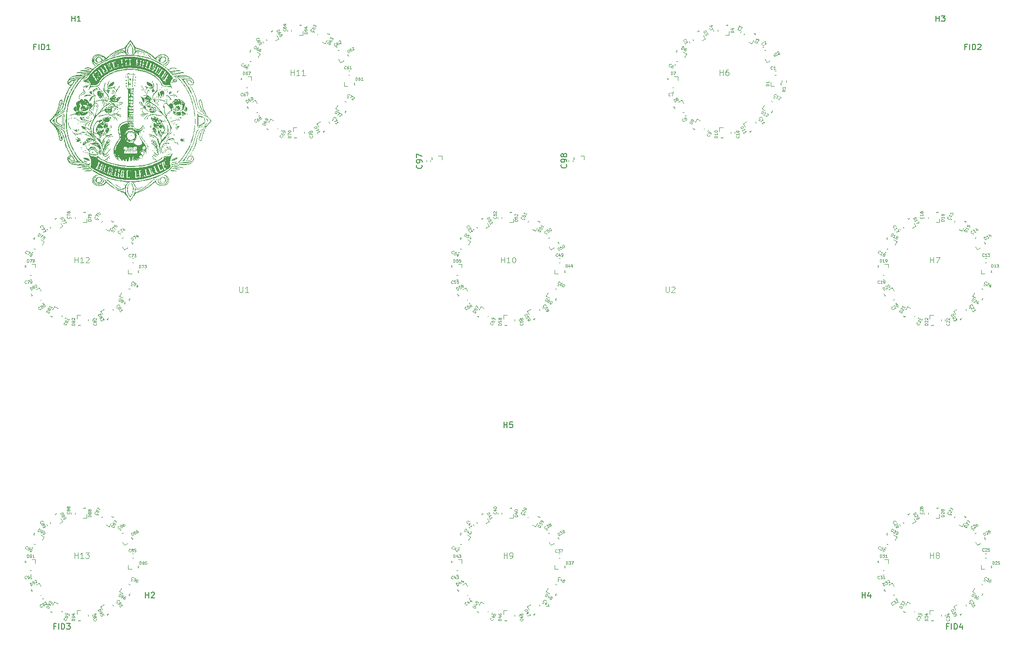
<source format=gto>
G04 #@! TF.GenerationSoftware,KiCad,Pcbnew,8.0.4+1*
G04 #@! TF.CreationDate,2024-10-16T16:58:30+00:00*
G04 #@! TF.ProjectId,pedalboard-display,70656461-6c62-46f6-9172-642d64697370,1.0.0*
G04 #@! TF.SameCoordinates,Original*
G04 #@! TF.FileFunction,Legend,Top*
G04 #@! TF.FilePolarity,Positive*
%FSLAX46Y46*%
G04 Gerber Fmt 4.6, Leading zero omitted, Abs format (unit mm)*
G04 Created by KiCad (PCBNEW 8.0.4+1) date 2024-10-16 16:58:30*
%MOMM*%
%LPD*%
G01*
G04 APERTURE LIST*
%ADD10C,0.000000*%
%ADD11C,0.004635*%
%ADD12C,0.004304*%
%ADD13C,0.008210*%
%ADD14C,0.150000*%
%ADD15C,0.100000*%
%ADD16C,0.075000*%
%ADD17C,0.110000*%
%ADD18C,0.120000*%
G04 APERTURE END LIST*
D10*
G36*
X16524868Y85449461D02*
G01*
X16526870Y85449168D01*
X16528684Y85448623D01*
X16530303Y85447821D01*
X16531721Y85446762D01*
X16532930Y85445441D01*
X16533925Y85443857D01*
X16534699Y85442006D01*
X16535558Y85439589D01*
X16536155Y85436974D01*
X16536496Y85434169D01*
X16536587Y85431182D01*
X16536436Y85428022D01*
X16536048Y85424698D01*
X16534589Y85417588D01*
X16532262Y85409920D01*
X16529118Y85401761D01*
X16525209Y85393178D01*
X16520588Y85384239D01*
X16515305Y85375010D01*
X16509412Y85365559D01*
X16502961Y85355953D01*
X16496004Y85346260D01*
X16488592Y85336545D01*
X16480777Y85326877D01*
X16472610Y85317323D01*
X16464144Y85307950D01*
X16432325Y85271921D01*
X16400423Y85234026D01*
X16336703Y85153115D01*
X16273643Y85066167D01*
X16211907Y84974135D01*
X16152155Y84877969D01*
X16095050Y84778619D01*
X16041251Y84677037D01*
X15991421Y84574173D01*
X15897053Y84370885D01*
X15850310Y84270786D01*
X15849472Y84269514D01*
X15848936Y84268346D01*
X15848697Y84267279D01*
X15848746Y84266314D01*
X15849077Y84265449D01*
X15849682Y84264685D01*
X15850555Y84264020D01*
X15851688Y84263454D01*
X15854707Y84262616D01*
X15858682Y84262165D01*
X15863556Y84262097D01*
X15869272Y84262406D01*
X15875774Y84263087D01*
X15883004Y84264135D01*
X15890906Y84265545D01*
X15899423Y84267311D01*
X15908498Y84269429D01*
X15918075Y84271893D01*
X15928096Y84274698D01*
X15938504Y84277839D01*
X15949076Y84280399D01*
X15959581Y84282779D01*
X15969952Y84284963D01*
X15980121Y84286934D01*
X15990021Y84288679D01*
X15999586Y84290180D01*
X16008747Y84291423D01*
X16017438Y84292392D01*
X16025592Y84293071D01*
X16033141Y84293446D01*
X16040018Y84293501D01*
X16046157Y84293219D01*
X16051489Y84292586D01*
X16053832Y84292133D01*
X16055948Y84291587D01*
X16057829Y84290945D01*
X16059466Y84290205D01*
X16060852Y84289366D01*
X16061977Y84288425D01*
X16064316Y84285297D01*
X16066059Y84281885D01*
X16067228Y84278213D01*
X16067847Y84274306D01*
X16067939Y84270191D01*
X16067527Y84265891D01*
X16066634Y84261432D01*
X16065284Y84256839D01*
X16063500Y84252138D01*
X16061305Y84247354D01*
X16058723Y84242511D01*
X16055776Y84237636D01*
X16052488Y84232753D01*
X16048882Y84227887D01*
X16040810Y84218309D01*
X16031746Y84209103D01*
X16021876Y84200470D01*
X16011386Y84192613D01*
X16005966Y84189038D01*
X16000461Y84185732D01*
X15994894Y84182721D01*
X15989289Y84180029D01*
X15983667Y84177683D01*
X15978054Y84175707D01*
X15972472Y84174126D01*
X15966944Y84172965D01*
X15961493Y84172250D01*
X15956143Y84172007D01*
X15953519Y84171935D01*
X15950938Y84171722D01*
X15948403Y84171373D01*
X15945918Y84170890D01*
X15943485Y84170279D01*
X15941106Y84169542D01*
X15938783Y84168683D01*
X15936520Y84167707D01*
X15934319Y84166618D01*
X15932183Y84165418D01*
X15930114Y84164113D01*
X15928114Y84162705D01*
X15926187Y84161199D01*
X15924335Y84159599D01*
X15922560Y84157909D01*
X15920866Y84156132D01*
X15919254Y84154272D01*
X15917727Y84152334D01*
X15916288Y84150320D01*
X15914940Y84148236D01*
X15913685Y84146084D01*
X15912525Y84143869D01*
X15911463Y84141595D01*
X15910503Y84139265D01*
X15909645Y84136883D01*
X15908894Y84134453D01*
X15908251Y84131980D01*
X15907719Y84129466D01*
X15907301Y84126917D01*
X15906999Y84124335D01*
X15906816Y84121724D01*
X15906754Y84119089D01*
X15907033Y84110852D01*
X15907867Y84103338D01*
X15909254Y84096545D01*
X15911192Y84090475D01*
X15913677Y84085125D01*
X15916707Y84080495D01*
X15920280Y84076585D01*
X15924393Y84073394D01*
X15929044Y84070922D01*
X15934229Y84069167D01*
X15939947Y84068128D01*
X15946194Y84067807D01*
X15952968Y84068201D01*
X15960267Y84069310D01*
X15968088Y84071133D01*
X15976428Y84073670D01*
X15994656Y84080884D01*
X16014931Y84090944D01*
X16037231Y84103847D01*
X16061536Y84119586D01*
X16087826Y84138158D01*
X16116079Y84159556D01*
X16146275Y84183775D01*
X16178394Y84210811D01*
X16240102Y84264631D01*
X16298338Y84317913D01*
X16357235Y84375082D01*
X16420928Y84440559D01*
X16493551Y84518769D01*
X16579237Y84614137D01*
X16682122Y84731084D01*
X16806338Y84874035D01*
X16850960Y84924919D01*
X16893271Y84971551D01*
X16932865Y85013646D01*
X16969332Y85050919D01*
X17002265Y85083087D01*
X17031254Y85109865D01*
X17055893Y85130968D01*
X17075772Y85146114D01*
X17083799Y85151363D01*
X17090483Y85155016D01*
X17095773Y85157038D01*
X17099619Y85157393D01*
X17100983Y85156934D01*
X17101968Y85156044D01*
X17102770Y85152958D01*
X17101974Y85148098D01*
X17099529Y85141428D01*
X17095384Y85132914D01*
X17089487Y85122519D01*
X17072237Y85095946D01*
X17047369Y85061425D01*
X17014476Y85018673D01*
X16978372Y84973694D01*
X16913494Y84889027D01*
X16829434Y84776579D01*
X16735782Y84648256D01*
X16634524Y84515854D01*
X16583544Y84450438D01*
X16534258Y84388082D01*
X16488115Y84330687D01*
X16446560Y84280154D01*
X16411041Y84238386D01*
X16383004Y84207283D01*
X16371314Y84194567D01*
X16360094Y84181617D01*
X16349402Y84168534D01*
X16339293Y84155414D01*
X16329825Y84142356D01*
X16321055Y84129459D01*
X16313039Y84116820D01*
X16305834Y84104537D01*
X16299498Y84092710D01*
X16294086Y84081435D01*
X16289657Y84070811D01*
X16286266Y84060937D01*
X16283971Y84051910D01*
X16283252Y84047745D01*
X16282828Y84043828D01*
X16282707Y84040173D01*
X16282895Y84036791D01*
X16283399Y84033694D01*
X16284227Y84030895D01*
X16286664Y84022833D01*
X16288671Y84015847D01*
X16290234Y84009935D01*
X16291337Y84005098D01*
X16291965Y84001336D01*
X16292096Y83999859D01*
X16292102Y83998649D01*
X16291982Y83997709D01*
X16291733Y83997037D01*
X16291353Y83996634D01*
X16290841Y83996500D01*
X16290195Y83996634D01*
X16289412Y83997037D01*
X16288491Y83997709D01*
X16287431Y83998649D01*
X16284880Y84001336D01*
X16281746Y84005098D01*
X16278013Y84009935D01*
X16273664Y84015847D01*
X16263060Y84030895D01*
X16257076Y84038869D01*
X16250906Y84045572D01*
X16244364Y84050972D01*
X16237263Y84055039D01*
X16233446Y84056563D01*
X16229419Y84057742D01*
X16225160Y84058572D01*
X16220644Y84059049D01*
X16210754Y84058930D01*
X16199560Y84057354D01*
X16186879Y84054290D01*
X16172523Y84049706D01*
X16156307Y84043572D01*
X16138045Y84035857D01*
X16117550Y84026529D01*
X16094637Y84015559D01*
X16040810Y83988564D01*
X16004043Y83969560D01*
X15968091Y83952287D01*
X15933360Y83936823D01*
X15900251Y83923245D01*
X15869167Y83911630D01*
X15840512Y83902057D01*
X15814690Y83894603D01*
X15792102Y83889345D01*
X15782147Y83887564D01*
X15773152Y83886360D01*
X15765167Y83885745D01*
X15758243Y83885727D01*
X15752431Y83886317D01*
X15747779Y83887523D01*
X15744339Y83889356D01*
X15742162Y83891825D01*
X15741562Y83893301D01*
X15741297Y83894940D01*
X15741795Y83898711D01*
X15743706Y83903147D01*
X15747081Y83908258D01*
X15751971Y83914054D01*
X15758424Y83920544D01*
X15766493Y83927738D01*
X15776227Y83935646D01*
X15783754Y83941694D01*
X15790469Y83947980D01*
X15796388Y83954575D01*
X15801528Y83961553D01*
X15805902Y83968986D01*
X15809527Y83976946D01*
X15812418Y83985505D01*
X15814591Y83994736D01*
X15816062Y84004711D01*
X15816845Y84015503D01*
X15816956Y84027183D01*
X15816411Y84039825D01*
X15815225Y84053500D01*
X15813414Y84068281D01*
X15810993Y84084240D01*
X15807977Y84101450D01*
X15798565Y84141985D01*
X15794567Y84157951D01*
X15790889Y84171069D01*
X15787418Y84181355D01*
X15785724Y84185441D01*
X15784040Y84188825D01*
X15782350Y84191508D01*
X15780641Y84193494D01*
X15778899Y84194783D01*
X15777108Y84195378D01*
X15775256Y84195280D01*
X15773327Y84194491D01*
X15771308Y84193014D01*
X15769185Y84190851D01*
X15766942Y84188003D01*
X15764567Y84184472D01*
X15759359Y84175369D01*
X15753449Y84163558D01*
X15746723Y84149056D01*
X15730366Y84112035D01*
X15724998Y84100263D01*
X15719507Y84088801D01*
X15713933Y84077711D01*
X15708317Y84067055D01*
X15702702Y84056895D01*
X15697128Y84047294D01*
X15691636Y84038312D01*
X15686269Y84030013D01*
X15681067Y84022458D01*
X15676071Y84015709D01*
X15671324Y84009828D01*
X15666866Y84004877D01*
X15664758Y84002770D01*
X15662739Y84000919D01*
X15660812Y83999331D01*
X15658984Y83998014D01*
X15657259Y83996977D01*
X15655642Y83996226D01*
X15654139Y83995770D01*
X15652755Y83995617D01*
X15648341Y83995964D01*
X15644355Y83996990D01*
X15640791Y83998672D01*
X15637645Y84000984D01*
X15634909Y84003904D01*
X15632578Y84007407D01*
X15630646Y84011469D01*
X15629108Y84016067D01*
X15627957Y84021176D01*
X15627188Y84026774D01*
X15626772Y84039335D01*
X15627813Y84053561D01*
X15630265Y84069260D01*
X15634081Y84086240D01*
X15639215Y84104310D01*
X15645621Y84123280D01*
X15653251Y84142957D01*
X15662059Y84163152D01*
X15671999Y84183671D01*
X15683024Y84204325D01*
X15695088Y84224923D01*
X15711232Y84250389D01*
X15728994Y84279989D01*
X15767903Y84348616D01*
X15808879Y84424849D01*
X15848987Y84502736D01*
X15885291Y84576323D01*
X15914857Y84639658D01*
X15934749Y84686787D01*
X15940150Y84702414D01*
X15942032Y84711757D01*
X15945679Y84724788D01*
X15956157Y84746056D01*
X15972774Y84774621D01*
X15994838Y84809542D01*
X16052537Y84894690D01*
X16123713Y84993978D01*
X16202826Y85099880D01*
X16284337Y85204873D01*
X16362706Y85301433D01*
X16432393Y85382035D01*
X16437012Y85387233D01*
X16441604Y85392242D01*
X16450680Y85401685D01*
X16459570Y85410343D01*
X16463929Y85414370D01*
X16468222Y85418194D01*
X16472443Y85421811D01*
X16476585Y85425218D01*
X16480642Y85428414D01*
X16484607Y85431395D01*
X16488474Y85434159D01*
X16492237Y85436704D01*
X16495888Y85439026D01*
X16499421Y85441124D01*
X16502831Y85442994D01*
X16506110Y85444634D01*
X16509252Y85446042D01*
X16512251Y85447215D01*
X16515100Y85448150D01*
X16517792Y85448844D01*
X16520322Y85449296D01*
X16522683Y85449502D01*
X16524868Y85449461D01*
G37*
G36*
X28714737Y89561418D02*
G01*
X28716690Y89561069D01*
X28718746Y89560538D01*
X28720906Y89559823D01*
X28723170Y89558924D01*
X28728047Y89556997D01*
X28732750Y89554551D01*
X28737273Y89551623D01*
X28741608Y89548251D01*
X28745746Y89544473D01*
X28749679Y89540328D01*
X28753401Y89535853D01*
X28756904Y89531087D01*
X28760179Y89526068D01*
X28763219Y89520834D01*
X28766016Y89515422D01*
X28768562Y89509872D01*
X28770850Y89504221D01*
X28772872Y89498508D01*
X28774620Y89492769D01*
X28776086Y89487045D01*
X28777263Y89481372D01*
X28778143Y89475789D01*
X28778718Y89470334D01*
X28778980Y89465044D01*
X28778922Y89459959D01*
X28778536Y89455117D01*
X28777814Y89450554D01*
X28776748Y89446310D01*
X28775331Y89442423D01*
X28773554Y89438930D01*
X28771411Y89435870D01*
X28768893Y89433281D01*
X28765993Y89431201D01*
X28762703Y89429668D01*
X28759014Y89428720D01*
X28754920Y89428395D01*
X28753247Y89428488D01*
X28751535Y89428762D01*
X28749791Y89429215D01*
X28748016Y89429842D01*
X28744394Y89431604D01*
X28740699Y89434018D01*
X28736962Y89437051D01*
X28733216Y89440673D01*
X28729490Y89444854D01*
X28725816Y89449562D01*
X28722224Y89454765D01*
X28718747Y89460434D01*
X28715414Y89466537D01*
X28712256Y89473043D01*
X28709306Y89479921D01*
X28706593Y89487141D01*
X28704149Y89494670D01*
X28702004Y89502478D01*
X28701064Y89506705D01*
X28700227Y89510786D01*
X28699493Y89514720D01*
X28698862Y89518505D01*
X28698335Y89522140D01*
X28697911Y89525624D01*
X28697591Y89528956D01*
X28697374Y89532133D01*
X28697260Y89535156D01*
X28697250Y89538023D01*
X28697343Y89540732D01*
X28697539Y89543282D01*
X28697839Y89545672D01*
X28698242Y89547900D01*
X28698748Y89549965D01*
X28699358Y89551867D01*
X28700071Y89553603D01*
X28700888Y89555173D01*
X28701808Y89556574D01*
X28702831Y89557806D01*
X28703957Y89558868D01*
X28705187Y89559758D01*
X28706520Y89560475D01*
X28707957Y89561018D01*
X28709497Y89561384D01*
X28711140Y89561574D01*
X28712887Y89561586D01*
X28714737Y89561418D01*
G37*
G36*
X16595189Y88829151D02*
G01*
X16608483Y88827942D01*
X16621763Y88825927D01*
X16635027Y88823105D01*
X16648273Y88819478D01*
X16661498Y88815044D01*
X16674702Y88809804D01*
X16687882Y88803758D01*
X16701035Y88796905D01*
X16714162Y88789247D01*
X16727258Y88780782D01*
X16740323Y88771512D01*
X16753354Y88761435D01*
X16766350Y88750552D01*
X16779308Y88738863D01*
X16792226Y88726368D01*
X16813973Y88703392D01*
X16832913Y88681967D01*
X16841333Y88671778D01*
X16849053Y88661906D01*
X16856074Y88652329D01*
X16862396Y88643023D01*
X16868022Y88633966D01*
X16872950Y88625133D01*
X16877181Y88616502D01*
X16880717Y88608049D01*
X16883559Y88599751D01*
X16885705Y88591585D01*
X16887158Y88583527D01*
X16887918Y88575554D01*
X16887985Y88567644D01*
X16887361Y88559772D01*
X16886045Y88551916D01*
X16884039Y88544053D01*
X16881343Y88536158D01*
X16877957Y88528209D01*
X16873883Y88520182D01*
X16869121Y88512055D01*
X16863672Y88503803D01*
X16857536Y88495405D01*
X16850714Y88486835D01*
X16843207Y88478072D01*
X16835015Y88469092D01*
X16826139Y88459872D01*
X16806338Y88440618D01*
X16794427Y88429070D01*
X16783814Y88418190D01*
X16774471Y88407898D01*
X16766375Y88398119D01*
X16762785Y88393396D01*
X16759497Y88388773D01*
X16756508Y88384239D01*
X16753814Y88379784D01*
X16751412Y88375399D01*
X16749298Y88371074D01*
X16747470Y88366799D01*
X16745925Y88362565D01*
X16744658Y88358362D01*
X16743667Y88354181D01*
X16742949Y88350011D01*
X16742500Y88345843D01*
X16742318Y88341667D01*
X16742398Y88337474D01*
X16742738Y88333253D01*
X16743334Y88328996D01*
X16744184Y88324693D01*
X16745283Y88320333D01*
X16746629Y88315907D01*
X16748219Y88311405D01*
X16750049Y88306819D01*
X16752116Y88302137D01*
X16756949Y88292450D01*
X16761247Y88283515D01*
X16763144Y88279286D01*
X16764873Y88275211D01*
X16766431Y88271285D01*
X16767817Y88267506D01*
X16769030Y88263868D01*
X16770068Y88260369D01*
X16770931Y88257005D01*
X16771617Y88253770D01*
X16772124Y88250663D01*
X16772452Y88247678D01*
X16772599Y88244812D01*
X16772564Y88242060D01*
X16772346Y88239421D01*
X16771942Y88236888D01*
X16771353Y88234458D01*
X16770576Y88232128D01*
X16769611Y88229894D01*
X16768456Y88227751D01*
X16767109Y88225697D01*
X16765570Y88223726D01*
X16763838Y88221835D01*
X16761910Y88220021D01*
X16759786Y88218279D01*
X16757464Y88216605D01*
X16754943Y88214996D01*
X16752222Y88213448D01*
X16749300Y88211956D01*
X16746174Y88210518D01*
X16742845Y88209128D01*
X16739310Y88207784D01*
X16733414Y88204744D01*
X16726370Y88199667D01*
X16718273Y88192668D01*
X16709214Y88183861D01*
X16699287Y88173359D01*
X16688585Y88161275D01*
X16665227Y88132818D01*
X16639885Y88099401D01*
X16613302Y88061932D01*
X16586224Y88021321D01*
X16559393Y87978478D01*
X16532894Y87937947D01*
X16508792Y87902279D01*
X16497563Y87886238D01*
X16486840Y87871376D01*
X16476593Y87857680D01*
X16466790Y87845139D01*
X16457400Y87833740D01*
X16448393Y87823470D01*
X16439737Y87814318D01*
X16431402Y87806271D01*
X16423356Y87799318D01*
X16415568Y87793444D01*
X16408008Y87788640D01*
X16400644Y87784891D01*
X16393445Y87782186D01*
X16386381Y87780513D01*
X16379420Y87779860D01*
X16372532Y87780213D01*
X16365685Y87781561D01*
X16358848Y87783891D01*
X16351990Y87787192D01*
X16345081Y87791451D01*
X16338089Y87796655D01*
X16330984Y87802793D01*
X16323734Y87809852D01*
X16316308Y87817819D01*
X16308675Y87826684D01*
X16300805Y87836432D01*
X16292666Y87847053D01*
X16284227Y87858533D01*
X16274885Y87872314D01*
X16266705Y87884606D01*
X16259694Y87895493D01*
X16253855Y87905056D01*
X16251377Y87909368D01*
X16249195Y87913380D01*
X16247308Y87917102D01*
X16245718Y87920546D01*
X16244425Y87923720D01*
X16243429Y87926637D01*
X16242732Y87929305D01*
X16242335Y87931736D01*
X16242236Y87933939D01*
X16242439Y87935925D01*
X16242942Y87937704D01*
X16243747Y87939287D01*
X16244854Y87940684D01*
X16246264Y87941906D01*
X16247978Y87942962D01*
X16249996Y87943863D01*
X16252319Y87944619D01*
X16254948Y87945241D01*
X16257882Y87945738D01*
X16261124Y87946123D01*
X16264673Y87946403D01*
X16268530Y87946591D01*
X16277171Y87946729D01*
X16284189Y87947004D01*
X16290693Y87947810D01*
X16296685Y87949121D01*
X16302168Y87950911D01*
X16307145Y87953153D01*
X16311618Y87955821D01*
X16315590Y87958888D01*
X16319063Y87962328D01*
X16322040Y87966114D01*
X16324524Y87970220D01*
X16326516Y87974619D01*
X16328021Y87979285D01*
X16329039Y87984191D01*
X16329574Y87989311D01*
X16329629Y87994618D01*
X16329206Y88000086D01*
X16328307Y88005689D01*
X16326935Y88011399D01*
X16325094Y88017191D01*
X16322784Y88023038D01*
X16320009Y88028913D01*
X16316772Y88034790D01*
X16313075Y88040642D01*
X16308921Y88046443D01*
X16304312Y88052167D01*
X16299251Y88057787D01*
X16293740Y88063276D01*
X16287782Y88068609D01*
X16281380Y88073758D01*
X16274536Y88078697D01*
X16267252Y88083399D01*
X16259532Y88087839D01*
X16252345Y88092171D01*
X16245359Y88097196D01*
X16238611Y88102862D01*
X16232137Y88109116D01*
X16228654Y88112954D01*
X16437306Y88112954D01*
X16437499Y88109268D01*
X16437946Y88105818D01*
X16438650Y88102620D01*
X16439614Y88099690D01*
X16440842Y88097044D01*
X16442337Y88094699D01*
X16444101Y88092670D01*
X16446139Y88090974D01*
X16448454Y88089627D01*
X16451048Y88088644D01*
X16453925Y88088043D01*
X16457088Y88087839D01*
X16460536Y88088124D01*
X16464248Y88088958D01*
X16468201Y88090313D01*
X16472370Y88092159D01*
X16476730Y88094468D01*
X16481257Y88097211D01*
X16490712Y88103880D01*
X16500539Y88111934D01*
X16510542Y88121140D01*
X16520524Y88131266D01*
X16530289Y88142079D01*
X16539641Y88153347D01*
X16548382Y88164838D01*
X16556318Y88176318D01*
X16563251Y88187555D01*
X16568986Y88198316D01*
X16573325Y88208370D01*
X16574910Y88213059D01*
X16576072Y88217483D01*
X16576788Y88221614D01*
X16577032Y88225423D01*
X16576909Y88230208D01*
X16576543Y88234644D01*
X16575942Y88238730D01*
X16575109Y88242469D01*
X16574052Y88245862D01*
X16572776Y88248910D01*
X16571287Y88251614D01*
X16569591Y88253976D01*
X16567692Y88255997D01*
X16565599Y88257678D01*
X16563315Y88259020D01*
X16560847Y88260025D01*
X16558201Y88260695D01*
X16555382Y88261030D01*
X16552397Y88261031D01*
X16549251Y88260701D01*
X16545950Y88260040D01*
X16542500Y88259049D01*
X16538906Y88257730D01*
X16535174Y88256084D01*
X16531311Y88254113D01*
X16527322Y88251818D01*
X16523213Y88249199D01*
X16518990Y88246259D01*
X16510223Y88239419D01*
X16501068Y88231307D01*
X16491573Y88221935D01*
X16481783Y88211312D01*
X16477577Y88206302D01*
X16473560Y88201205D01*
X16469736Y88196036D01*
X16466107Y88190813D01*
X16462678Y88185551D01*
X16459450Y88180267D01*
X16456428Y88174976D01*
X16453615Y88169695D01*
X16451014Y88164439D01*
X16448628Y88159226D01*
X16446460Y88154070D01*
X16444513Y88148989D01*
X16442792Y88143999D01*
X16441298Y88139115D01*
X16440036Y88134354D01*
X16439008Y88129731D01*
X16438218Y88125264D01*
X16437669Y88120968D01*
X16437364Y88116859D01*
X16437306Y88112954D01*
X16228654Y88112954D01*
X16225972Y88115908D01*
X16220154Y88123186D01*
X16214719Y88130898D01*
X16209702Y88138992D01*
X16205140Y88147417D01*
X16201069Y88156121D01*
X16197524Y88165052D01*
X16194544Y88174159D01*
X16192162Y88183391D01*
X16190416Y88192694D01*
X16189342Y88202018D01*
X16188976Y88211312D01*
X16188813Y88219942D01*
X16188329Y88228593D01*
X16187535Y88237202D01*
X16186441Y88245708D01*
X16185058Y88254048D01*
X16183395Y88262162D01*
X16181465Y88269985D01*
X16179275Y88277458D01*
X16176838Y88284517D01*
X16174163Y88291100D01*
X16171260Y88297146D01*
X16169727Y88299949D01*
X16168141Y88302593D01*
X16166503Y88305072D01*
X16164815Y88307378D01*
X16163077Y88309503D01*
X16161292Y88311440D01*
X16159460Y88313180D01*
X16157583Y88314716D01*
X16155662Y88316041D01*
X16153699Y88317145D01*
X16149600Y88320442D01*
X16146542Y88324997D01*
X16144491Y88330745D01*
X16143412Y88337623D01*
X16143270Y88345565D01*
X16144033Y88354507D01*
X16148132Y88375133D01*
X16151979Y88387700D01*
X16259532Y88387700D01*
X16259583Y88385066D01*
X16259735Y88382455D01*
X16259983Y88379874D01*
X16260325Y88377324D01*
X16260757Y88374811D01*
X16261276Y88372337D01*
X16261880Y88369908D01*
X16262564Y88367526D01*
X16263326Y88365196D01*
X16264161Y88362922D01*
X16265068Y88360707D01*
X16266043Y88358555D01*
X16267083Y88356471D01*
X16268184Y88354458D01*
X16269342Y88352519D01*
X16270556Y88350659D01*
X16271822Y88348882D01*
X16273136Y88347192D01*
X16274495Y88345592D01*
X16275896Y88344086D01*
X16277336Y88342679D01*
X16278812Y88341373D01*
X16280319Y88340174D01*
X16281856Y88339084D01*
X16283419Y88338108D01*
X16285004Y88337249D01*
X16286609Y88336512D01*
X16288230Y88335901D01*
X16289863Y88335418D01*
X16291507Y88335069D01*
X16293157Y88334856D01*
X16294810Y88334784D01*
X16296773Y88334856D01*
X16298694Y88335069D01*
X16300571Y88335418D01*
X16302403Y88335901D01*
X16304188Y88336512D01*
X16305925Y88337249D01*
X16307614Y88338108D01*
X16309252Y88339084D01*
X16310838Y88340174D01*
X16312371Y88341373D01*
X16313850Y88342679D01*
X16315274Y88344086D01*
X16317949Y88347192D01*
X16320386Y88350659D01*
X16322576Y88354458D01*
X16324506Y88358555D01*
X16326169Y88362922D01*
X16327552Y88367526D01*
X16328646Y88372337D01*
X16329440Y88377324D01*
X16329924Y88382455D01*
X16330087Y88387700D01*
X16330046Y88390335D01*
X16329924Y88392946D01*
X16329721Y88395527D01*
X16329440Y88398077D01*
X16329081Y88400591D01*
X16328646Y88403064D01*
X16328136Y88405493D01*
X16327552Y88407875D01*
X16326896Y88410205D01*
X16326169Y88412480D01*
X16325372Y88414695D01*
X16324506Y88416846D01*
X16323574Y88418931D01*
X16322576Y88420944D01*
X16321513Y88422883D01*
X16320386Y88424743D01*
X16319198Y88426520D01*
X16317949Y88428210D01*
X16316640Y88429810D01*
X16315274Y88431316D01*
X16313850Y88432723D01*
X16312371Y88434029D01*
X16310838Y88435228D01*
X16309252Y88436318D01*
X16307614Y88437294D01*
X16305925Y88438153D01*
X16304188Y88438890D01*
X16302403Y88439502D01*
X16300571Y88439984D01*
X16298694Y88440334D01*
X16296773Y88440546D01*
X16294810Y88440618D01*
X16293157Y88440546D01*
X16291507Y88440334D01*
X16289863Y88439984D01*
X16288230Y88439502D01*
X16286609Y88438890D01*
X16285004Y88438153D01*
X16283419Y88437294D01*
X16281856Y88436318D01*
X16278812Y88434029D01*
X16275896Y88431316D01*
X16273136Y88428210D01*
X16270556Y88424743D01*
X16268184Y88420944D01*
X16266043Y88416846D01*
X16264161Y88412480D01*
X16262564Y88407875D01*
X16261276Y88403064D01*
X16260325Y88398077D01*
X16259735Y88392946D01*
X16259532Y88387700D01*
X16151979Y88387700D01*
X16155434Y88398984D01*
X16165667Y88425542D01*
X16178556Y88454291D01*
X16193827Y88484715D01*
X16194596Y88486112D01*
X16368532Y88486112D01*
X16368611Y88480518D01*
X16369308Y88475066D01*
X16370624Y88469763D01*
X16372562Y88464617D01*
X16375122Y88459634D01*
X16378309Y88454822D01*
X16382122Y88450187D01*
X16386564Y88445737D01*
X16391638Y88441479D01*
X16397345Y88437419D01*
X16403686Y88433566D01*
X16410665Y88429926D01*
X16418282Y88426506D01*
X16421559Y88425607D01*
X16424773Y88424895D01*
X16427925Y88424370D01*
X16431015Y88424033D01*
X16434044Y88423884D01*
X16437010Y88423925D01*
X16439914Y88424156D01*
X16442756Y88424577D01*
X16445536Y88425189D01*
X16448255Y88425994D01*
X16450911Y88426990D01*
X16453505Y88428180D01*
X16456037Y88429564D01*
X16458507Y88431142D01*
X16460915Y88432915D01*
X16463261Y88434884D01*
X16465546Y88437050D01*
X16467768Y88439412D01*
X16469928Y88441972D01*
X16472026Y88444730D01*
X16474062Y88447687D01*
X16476036Y88450844D01*
X16479798Y88457760D01*
X16483312Y88465481D01*
X16486578Y88474014D01*
X16489596Y88483363D01*
X16492365Y88493534D01*
X16495216Y88503826D01*
X16498470Y88513529D01*
X16502117Y88522633D01*
X16504084Y88526957D01*
X16506146Y88531127D01*
X16508301Y88535142D01*
X16510547Y88539001D01*
X16512884Y88542702D01*
X16515310Y88546244D01*
X16517824Y88549626D01*
X16520424Y88552846D01*
X16523110Y88555904D01*
X16525879Y88558798D01*
X16528732Y88561526D01*
X16531665Y88564088D01*
X16534679Y88566481D01*
X16537772Y88568706D01*
X16540942Y88570760D01*
X16544188Y88572642D01*
X16547510Y88574351D01*
X16550905Y88575885D01*
X16554372Y88577244D01*
X16557910Y88578426D01*
X16561518Y88579430D01*
X16565195Y88580254D01*
X16568939Y88580897D01*
X16572749Y88581358D01*
X16576623Y88581635D01*
X16580560Y88581728D01*
X16587330Y88581512D01*
X16593745Y88580869D01*
X16599803Y88579807D01*
X16605503Y88578331D01*
X16610840Y88576450D01*
X16615814Y88574170D01*
X16620420Y88571499D01*
X16624657Y88568444D01*
X16628522Y88565011D01*
X16632013Y88561208D01*
X16635126Y88557042D01*
X16637859Y88552521D01*
X16640210Y88547650D01*
X16642176Y88542438D01*
X16643754Y88536891D01*
X16644942Y88531016D01*
X16645737Y88524822D01*
X16646137Y88518313D01*
X16646140Y88511499D01*
X16645741Y88504386D01*
X16643733Y88489290D01*
X16640091Y88473084D01*
X16634796Y88455823D01*
X16627826Y88437565D01*
X16619162Y88418366D01*
X16608782Y88398284D01*
X16603207Y88387656D01*
X16598412Y88378247D01*
X16594434Y88370038D01*
X16591308Y88363006D01*
X16589071Y88357132D01*
X16588298Y88354623D01*
X16587760Y88352395D01*
X16587462Y88350446D01*
X16587409Y88348774D01*
X16587606Y88347376D01*
X16588056Y88346249D01*
X16588765Y88345391D01*
X16589737Y88344799D01*
X16590976Y88344470D01*
X16592487Y88344402D01*
X16594274Y88344593D01*
X16596343Y88345040D01*
X16598697Y88345740D01*
X16601341Y88346690D01*
X16607517Y88349333D01*
X16614908Y88352947D01*
X16623549Y88357512D01*
X16633477Y88363007D01*
X16639636Y88367030D01*
X16645540Y88371796D01*
X16651183Y88377261D01*
X16656559Y88383381D01*
X16661661Y88390114D01*
X16666483Y88397415D01*
X16671017Y88405243D01*
X16675259Y88413553D01*
X16682836Y88431448D01*
X16689163Y88450753D01*
X16694188Y88471123D01*
X16697859Y88492212D01*
X16700124Y88513672D01*
X16700932Y88535158D01*
X16700231Y88556324D01*
X16697969Y88576823D01*
X16694095Y88596310D01*
X16691537Y88605565D01*
X16688557Y88614437D01*
X16685148Y88622883D01*
X16681303Y88630859D01*
X16677017Y88638322D01*
X16672282Y88645229D01*
X16664678Y88654522D01*
X16657586Y88662523D01*
X16650772Y88669181D01*
X16644005Y88674443D01*
X16640566Y88676535D01*
X16637052Y88678258D01*
X16633433Y88679607D01*
X16629680Y88680575D01*
X16625765Y88681155D01*
X16621657Y88681342D01*
X16617329Y88681127D01*
X16612751Y88680506D01*
X16607894Y88679472D01*
X16602728Y88678017D01*
X16591357Y88673823D01*
X16578404Y88667871D01*
X16563638Y88660111D01*
X16546825Y88650491D01*
X16527733Y88638958D01*
X16481783Y88609951D01*
X16470497Y88603007D01*
X16459792Y88596070D01*
X16449669Y88589147D01*
X16440132Y88582245D01*
X16431180Y88575372D01*
X16422817Y88568535D01*
X16415045Y88561740D01*
X16407865Y88554995D01*
X16401279Y88548306D01*
X16395289Y88541682D01*
X16389898Y88535128D01*
X16385106Y88528653D01*
X16380917Y88522263D01*
X16377332Y88515966D01*
X16374352Y88509768D01*
X16371981Y88503676D01*
X16370219Y88497698D01*
X16369069Y88491841D01*
X16368532Y88486112D01*
X16194596Y88486112D01*
X16211207Y88516296D01*
X16230421Y88548518D01*
X16251196Y88580864D01*
X16273257Y88612817D01*
X16296332Y88643861D01*
X16320145Y88673478D01*
X16344424Y88701153D01*
X16368894Y88726368D01*
X16382133Y88738863D01*
X16395391Y88750552D01*
X16408665Y88761435D01*
X16421955Y88771512D01*
X16435257Y88780782D01*
X16448571Y88789247D01*
X16461893Y88796905D01*
X16475223Y88803758D01*
X16488558Y88809804D01*
X16501896Y88815044D01*
X16515235Y88819478D01*
X16528574Y88823105D01*
X16541910Y88825927D01*
X16555241Y88827942D01*
X16568566Y88829151D01*
X16581883Y88829554D01*
X16595189Y88829151D01*
G37*
G36*
X33346612Y89033983D02*
G01*
X33347970Y89032604D01*
X33348183Y89030471D01*
X33347239Y89027587D01*
X33345131Y89023950D01*
X33341847Y89019562D01*
X33337379Y89014424D01*
X33331716Y89008535D01*
X33316769Y88994511D01*
X33296927Y88977495D01*
X33272115Y88957492D01*
X33242254Y88934507D01*
X33228257Y88924016D01*
X33214121Y88913753D01*
X33199954Y88903779D01*
X33185864Y88894157D01*
X33171961Y88884949D01*
X33158352Y88876215D01*
X33145146Y88868019D01*
X33132451Y88860423D01*
X33120377Y88853488D01*
X33109031Y88847276D01*
X33098523Y88841851D01*
X33088960Y88837272D01*
X33080451Y88833603D01*
X33073105Y88830906D01*
X33067030Y88829242D01*
X33064503Y88828817D01*
X33062335Y88828673D01*
X33060031Y88828632D01*
X33057750Y88828510D01*
X33055497Y88828307D01*
X33053275Y88828025D01*
X33051086Y88827667D01*
X33048933Y88827231D01*
X33046821Y88826721D01*
X33044752Y88826138D01*
X33042730Y88825481D01*
X33040757Y88824754D01*
X33038837Y88823957D01*
X33036974Y88823092D01*
X33035169Y88822159D01*
X33033428Y88821161D01*
X33031752Y88820098D01*
X33030146Y88818972D01*
X33028612Y88817783D01*
X33027153Y88816534D01*
X33025773Y88815226D01*
X33024475Y88813859D01*
X33023263Y88812436D01*
X33022139Y88810956D01*
X33021106Y88809423D01*
X33020169Y88807837D01*
X33019330Y88806199D01*
X33018592Y88804511D01*
X33017959Y88802773D01*
X33017433Y88800988D01*
X33017019Y88799156D01*
X33016719Y88797279D01*
X33016537Y88795358D01*
X33016476Y88793395D01*
X33016425Y88791742D01*
X33016272Y88790092D01*
X33016022Y88788448D01*
X33015676Y88786815D01*
X33015238Y88785194D01*
X33014708Y88783589D01*
X33014091Y88782004D01*
X33013389Y88780441D01*
X33012604Y88778904D01*
X33011739Y88777396D01*
X33010796Y88775921D01*
X33009778Y88774481D01*
X33008688Y88773080D01*
X33007529Y88771721D01*
X33006302Y88770407D01*
X33005010Y88769141D01*
X33003657Y88767927D01*
X33002244Y88766768D01*
X33000774Y88765667D01*
X32999250Y88764628D01*
X32997674Y88763653D01*
X32996049Y88762746D01*
X32994378Y88761910D01*
X32992663Y88761148D01*
X32990906Y88760464D01*
X32989111Y88759861D01*
X32987279Y88759341D01*
X32985414Y88758909D01*
X32983518Y88758567D01*
X32981594Y88758319D01*
X32979643Y88758168D01*
X32977670Y88758117D01*
X32973217Y88757750D01*
X32967844Y88756670D01*
X32961624Y88754908D01*
X32954628Y88752494D01*
X32946930Y88749461D01*
X32938602Y88745839D01*
X32929715Y88741658D01*
X32920343Y88736950D01*
X32910557Y88731747D01*
X32900430Y88726078D01*
X32890035Y88719975D01*
X32879443Y88713469D01*
X32868727Y88706591D01*
X32857960Y88699371D01*
X32847213Y88691842D01*
X32836559Y88684034D01*
X32826109Y88676970D01*
X32815957Y88670350D01*
X32806158Y88664206D01*
X32796761Y88658568D01*
X32787819Y88653468D01*
X32779384Y88648936D01*
X32771506Y88645003D01*
X32764239Y88641701D01*
X32760850Y88640296D01*
X32757633Y88639060D01*
X32754594Y88637998D01*
X32751740Y88637112D01*
X32749077Y88636407D01*
X32746612Y88635887D01*
X32744351Y88635556D01*
X32742300Y88635417D01*
X32740467Y88635475D01*
X32738857Y88635732D01*
X32737477Y88636194D01*
X32736333Y88636864D01*
X32735432Y88637746D01*
X32734781Y88638843D01*
X32734386Y88640161D01*
X32734252Y88641701D01*
X32735983Y88647898D01*
X32741156Y88655888D01*
X32749740Y88665645D01*
X32761703Y88677144D01*
X32795644Y88705262D01*
X32842732Y88740037D01*
X32902719Y88781261D01*
X32975355Y88828728D01*
X33060393Y88882230D01*
X33157586Y88941562D01*
X33195318Y88963846D01*
X33229086Y88983076D01*
X33258813Y88999257D01*
X33284421Y89012394D01*
X33305833Y89022492D01*
X33322972Y89029557D01*
X33329914Y89031954D01*
X33335759Y89033594D01*
X33340497Y89034478D01*
X33344118Y89034608D01*
X33346612Y89033983D01*
G37*
G36*
X17142836Y93026546D02*
G01*
X17147570Y93026009D01*
X17152143Y93025138D01*
X17156545Y93023952D01*
X17160770Y93022468D01*
X17164808Y93020706D01*
X17168650Y93018684D01*
X17172289Y93016421D01*
X17175717Y93013936D01*
X17178924Y93011247D01*
X17181902Y93008374D01*
X17184644Y93005334D01*
X17187140Y93002148D01*
X17189382Y92998833D01*
X17191361Y92995408D01*
X17193070Y92991891D01*
X17194500Y92988303D01*
X17195643Y92984661D01*
X17196490Y92980984D01*
X17197032Y92977291D01*
X17197262Y92973601D01*
X17197171Y92969931D01*
X17196750Y92966302D01*
X17195992Y92962732D01*
X17194887Y92959239D01*
X17193428Y92955843D01*
X17191605Y92952561D01*
X17189412Y92949413D01*
X17186838Y92946418D01*
X17183876Y92943593D01*
X17180518Y92940959D01*
X17176754Y92938533D01*
X17173451Y92936186D01*
X17170174Y92933146D01*
X17166949Y92929465D01*
X17163801Y92925195D01*
X17160756Y92920387D01*
X17157841Y92915094D01*
X17155080Y92909366D01*
X17152501Y92903256D01*
X17150128Y92896816D01*
X17147988Y92890096D01*
X17146106Y92883149D01*
X17144508Y92876026D01*
X17143221Y92868779D01*
X17142269Y92861460D01*
X17141679Y92854120D01*
X17141477Y92846811D01*
X17141185Y92838501D01*
X17140820Y92834561D01*
X17140305Y92830764D01*
X17139641Y92827109D01*
X17138826Y92823596D01*
X17137858Y92820223D01*
X17136736Y92816991D01*
X17135460Y92813898D01*
X17134027Y92810944D01*
X17132436Y92808128D01*
X17130687Y92805450D01*
X17128777Y92802909D01*
X17126706Y92800504D01*
X17124472Y92798234D01*
X17122074Y92796100D01*
X17119511Y92794100D01*
X17116781Y92792234D01*
X17113883Y92790501D01*
X17110815Y92788900D01*
X17107578Y92787431D01*
X17104168Y92786093D01*
X17100585Y92784885D01*
X17096828Y92783808D01*
X17092896Y92782860D01*
X17088786Y92782040D01*
X17080030Y92780783D01*
X17070551Y92780033D01*
X17060338Y92779784D01*
X17051462Y92779418D01*
X17042086Y92778344D01*
X17032285Y92776598D01*
X17022138Y92774217D01*
X17011723Y92771236D01*
X17001116Y92767692D01*
X16990396Y92763620D01*
X16979640Y92759058D01*
X16968925Y92754041D01*
X16958328Y92748606D01*
X16947928Y92742788D01*
X16937802Y92736624D01*
X16928028Y92730150D01*
X16918682Y92723402D01*
X16909843Y92716416D01*
X16901588Y92709229D01*
X16894334Y92702449D01*
X16887134Y92696002D01*
X16879998Y92689890D01*
X16872938Y92684114D01*
X16865966Y92678676D01*
X16859094Y92673579D01*
X16852333Y92668825D01*
X16845694Y92664414D01*
X16839190Y92660350D01*
X16832832Y92656634D01*
X16826632Y92653269D01*
X16820600Y92650255D01*
X16814750Y92647595D01*
X16809092Y92645291D01*
X16803638Y92643345D01*
X16798400Y92641759D01*
X16793389Y92640535D01*
X16788618Y92639674D01*
X16784097Y92639179D01*
X16779838Y92639051D01*
X16775853Y92639293D01*
X16772154Y92639906D01*
X16768751Y92640893D01*
X16765658Y92642255D01*
X16762885Y92643994D01*
X16760444Y92646113D01*
X16758346Y92648612D01*
X16756604Y92651495D01*
X16755229Y92654763D01*
X16754232Y92658417D01*
X16753626Y92662461D01*
X16753421Y92666895D01*
X16753829Y92671076D01*
X16755034Y92675666D01*
X16757005Y92680638D01*
X16759712Y92685967D01*
X16767211Y92697591D01*
X16777289Y92710331D01*
X16789702Y92723981D01*
X16804209Y92738333D01*
X16820565Y92753181D01*
X16838529Y92768319D01*
X16857857Y92783540D01*
X16878306Y92798636D01*
X16899634Y92813402D01*
X16921597Y92827630D01*
X16943953Y92841114D01*
X16966459Y92853647D01*
X16988872Y92865023D01*
X17010949Y92875034D01*
X17020739Y92879864D01*
X17030235Y92885066D01*
X17039389Y92890599D01*
X17048156Y92896421D01*
X17056489Y92902492D01*
X17064341Y92908769D01*
X17071666Y92915211D01*
X17078418Y92921778D01*
X17084549Y92928427D01*
X17090014Y92935117D01*
X17094766Y92941807D01*
X17096859Y92945140D01*
X17098758Y92948456D01*
X17100454Y92951752D01*
X17101943Y92955023D01*
X17103219Y92958262D01*
X17104277Y92961465D01*
X17105109Y92964626D01*
X17105711Y92967742D01*
X17106076Y92970805D01*
X17106199Y92973812D01*
X17106240Y92976447D01*
X17106362Y92979057D01*
X17106562Y92981639D01*
X17106840Y92984188D01*
X17107192Y92986702D01*
X17107617Y92989175D01*
X17108114Y92991604D01*
X17108679Y92993986D01*
X17109312Y92996316D01*
X17110010Y92998590D01*
X17110771Y93000805D01*
X17111594Y93002957D01*
X17112476Y93005042D01*
X17113415Y93007055D01*
X17114410Y93008994D01*
X17115459Y93010853D01*
X17116559Y93012630D01*
X17117710Y93014321D01*
X17118908Y93015921D01*
X17120151Y93017427D01*
X17121439Y93018834D01*
X17122769Y93020140D01*
X17124138Y93021339D01*
X17125546Y93022429D01*
X17126990Y93023405D01*
X17128469Y93024263D01*
X17129979Y93025000D01*
X17131520Y93025612D01*
X17133089Y93026095D01*
X17134685Y93026444D01*
X17136306Y93026657D01*
X17137949Y93026728D01*
X17142836Y93026546D01*
G37*
G36*
X16871161Y97102635D02*
G01*
X16875389Y97100006D01*
X16878631Y97095267D01*
X16880861Y97088425D01*
X16882054Y97079491D01*
X16882186Y97068471D01*
X16881230Y97055374D01*
X16879162Y97040209D01*
X16875956Y97022984D01*
X16866032Y96982388D01*
X16851255Y96933653D01*
X16831424Y96876845D01*
X16806338Y96812033D01*
X16750906Y96671550D01*
X16703536Y96543427D01*
X16682809Y96483833D01*
X16664021Y96427127D01*
X16647144Y96373243D01*
X16632153Y96322114D01*
X16619023Y96273671D01*
X16607728Y96227849D01*
X16598241Y96184580D01*
X16590537Y96143796D01*
X16584589Y96105431D01*
X16580374Y96069416D01*
X16577863Y96035687D01*
X16577032Y96004174D01*
X16577354Y95971695D01*
X16578451Y95942947D01*
X16580520Y95917776D01*
X16581980Y95906482D01*
X16583757Y95896025D01*
X16585874Y95886384D01*
X16588358Y95877540D01*
X16591231Y95869474D01*
X16594519Y95862166D01*
X16598247Y95855598D01*
X16602438Y95849748D01*
X16607117Y95844600D01*
X16612310Y95840131D01*
X16618040Y95836325D01*
X16624331Y95833160D01*
X16631210Y95830618D01*
X16638699Y95828680D01*
X16646824Y95827325D01*
X16655609Y95826535D01*
X16665079Y95826291D01*
X16675259Y95826572D01*
X16697843Y95828634D01*
X16723559Y95832566D01*
X16752603Y95838215D01*
X16785171Y95845424D01*
X16800832Y95848523D01*
X16816039Y95851204D01*
X16830750Y95853462D01*
X16844923Y95855290D01*
X16858517Y95856685D01*
X16871492Y95857640D01*
X16883804Y95858151D01*
X16895415Y95858212D01*
X16906280Y95857818D01*
X16916361Y95856964D01*
X16925614Y95855646D01*
X16934000Y95853857D01*
X16937854Y95852784D01*
X16941476Y95851592D01*
X16944860Y95850280D01*
X16948001Y95848847D01*
X16950894Y95847293D01*
X16953534Y95845616D01*
X16955915Y95843817D01*
X16958033Y95841894D01*
X16962370Y95838257D01*
X16967431Y95835287D01*
X16973194Y95832988D01*
X16979640Y95831367D01*
X16986747Y95830427D01*
X16994495Y95830175D01*
X17002863Y95830615D01*
X17011831Y95831753D01*
X17021377Y95833593D01*
X17031481Y95836142D01*
X17042123Y95839403D01*
X17053282Y95843383D01*
X17064936Y95848087D01*
X17077067Y95853519D01*
X17089651Y95859684D01*
X17102670Y95866589D01*
X17113984Y95872334D01*
X17125381Y95877655D01*
X17136777Y95882542D01*
X17148091Y95886984D01*
X17159239Y95890972D01*
X17170140Y95894495D01*
X17180709Y95897542D01*
X17190865Y95900103D01*
X17200525Y95902169D01*
X17209607Y95903728D01*
X17218027Y95904770D01*
X17225702Y95905285D01*
X17232551Y95905262D01*
X17238490Y95904692D01*
X17241093Y95904198D01*
X17243438Y95903564D01*
X17245513Y95902787D01*
X17247310Y95901867D01*
X17254115Y95898689D01*
X17262562Y95896410D01*
X17284000Y95894426D01*
X17310864Y95895666D01*
X17342395Y95899883D01*
X17377832Y95906829D01*
X17416416Y95916254D01*
X17457387Y95927913D01*
X17499987Y95941555D01*
X17543454Y95956934D01*
X17587031Y95973801D01*
X17629956Y95991909D01*
X17671470Y96011008D01*
X17710814Y96030852D01*
X17747227Y96051192D01*
X17779951Y96071780D01*
X17808226Y96092368D01*
X17828243Y96107834D01*
X17847269Y96121839D01*
X17865286Y96134410D01*
X17882275Y96145574D01*
X17898218Y96155358D01*
X17913096Y96163789D01*
X17926890Y96170896D01*
X17939581Y96176703D01*
X17951151Y96181240D01*
X17961581Y96184532D01*
X17970852Y96186608D01*
X17978945Y96187493D01*
X17985842Y96187216D01*
X17991524Y96185803D01*
X17995972Y96183282D01*
X17999168Y96179680D01*
X18001092Y96175023D01*
X18001726Y96169339D01*
X18001052Y96162655D01*
X17999050Y96154999D01*
X17995702Y96146397D01*
X17990990Y96136876D01*
X17984893Y96126464D01*
X17977394Y96115187D01*
X17968474Y96103074D01*
X17958115Y96090150D01*
X17946296Y96076444D01*
X17933001Y96061981D01*
X17918209Y96046791D01*
X17901903Y96030898D01*
X17884063Y96014331D01*
X17864671Y95997117D01*
X17843595Y95977821D01*
X17825383Y95960648D01*
X17810085Y95945160D01*
X17803545Y95937910D01*
X17797753Y95930917D01*
X17792716Y95924125D01*
X17788440Y95917480D01*
X17784931Y95910927D01*
X17782195Y95904411D01*
X17780241Y95897876D01*
X17779072Y95891269D01*
X17778698Y95884533D01*
X17779122Y95877615D01*
X17780353Y95870459D01*
X17782397Y95863010D01*
X17785260Y95855214D01*
X17788948Y95847015D01*
X17793468Y95838359D01*
X17798827Y95829191D01*
X17812085Y95809098D01*
X17828775Y95786298D01*
X17848948Y95760350D01*
X17899949Y95697256D01*
X17916266Y95677472D01*
X17932092Y95657879D01*
X17947349Y95638585D01*
X17961961Y95619700D01*
X17975848Y95601332D01*
X17988936Y95583589D01*
X18001144Y95566579D01*
X18012397Y95550412D01*
X18022615Y95535196D01*
X18031723Y95521039D01*
X18039643Y95508051D01*
X18046296Y95496338D01*
X18051606Y95486011D01*
X18055494Y95477177D01*
X18057884Y95469945D01*
X18058493Y95466964D01*
X18058698Y95464424D01*
X18058901Y95459018D01*
X18059497Y95454043D01*
X18060463Y95449495D01*
X18061778Y95445372D01*
X18063422Y95441670D01*
X18065372Y95438386D01*
X18067608Y95435517D01*
X18070108Y95433059D01*
X18072852Y95431010D01*
X18075816Y95429365D01*
X18078981Y95428122D01*
X18082325Y95427278D01*
X18085826Y95426829D01*
X18089464Y95426772D01*
X18093217Y95427105D01*
X18097063Y95427822D01*
X18100982Y95428922D01*
X18104951Y95430402D01*
X18108951Y95432257D01*
X18112959Y95434485D01*
X18116954Y95437082D01*
X18120914Y95440046D01*
X18124820Y95443373D01*
X18128648Y95447059D01*
X18132378Y95451102D01*
X18135989Y95455499D01*
X18139459Y95460245D01*
X18142766Y95465338D01*
X18145891Y95470776D01*
X18148810Y95476553D01*
X18151504Y95482668D01*
X18153950Y95489116D01*
X18161777Y95504323D01*
X18174234Y95525442D01*
X18190660Y95551439D01*
X18210394Y95581281D01*
X18232773Y95613933D01*
X18257137Y95648363D01*
X18282823Y95683538D01*
X18309171Y95718422D01*
X18337800Y95754762D01*
X18367545Y95794160D01*
X18397538Y95835377D01*
X18426911Y95877173D01*
X18454795Y95918307D01*
X18480324Y95957540D01*
X18502627Y95993630D01*
X18520838Y96025339D01*
X18529551Y96039714D01*
X18538449Y96053685D01*
X18547472Y96067182D01*
X18556556Y96080130D01*
X18565641Y96092458D01*
X18574664Y96104094D01*
X18583562Y96114965D01*
X18592275Y96124999D01*
X18600739Y96134123D01*
X18608894Y96142266D01*
X18616676Y96149354D01*
X18624025Y96155316D01*
X18627517Y96157851D01*
X18630877Y96160078D01*
X18634098Y96161988D01*
X18637171Y96163570D01*
X18640089Y96164817D01*
X18642845Y96165718D01*
X18645430Y96166266D01*
X18647837Y96166450D01*
X18652674Y96166186D01*
X18657259Y96165412D01*
X18661589Y96164157D01*
X18665662Y96162447D01*
X18669474Y96160311D01*
X18673022Y96157776D01*
X18676302Y96154871D01*
X18679312Y96151623D01*
X18682048Y96148059D01*
X18684506Y96144208D01*
X18686685Y96140097D01*
X18688579Y96135755D01*
X18690187Y96131208D01*
X18691505Y96126485D01*
X18692530Y96121613D01*
X18693258Y96116621D01*
X18693686Y96111535D01*
X18693812Y96106384D01*
X18693631Y96101196D01*
X18693141Y96095998D01*
X18692338Y96090819D01*
X18691219Y96085685D01*
X18689781Y96080624D01*
X18688021Y96075666D01*
X18685936Y96070836D01*
X18683521Y96066163D01*
X18680775Y96061675D01*
X18677693Y96057400D01*
X18674273Y96053364D01*
X18670511Y96049597D01*
X18666404Y96046126D01*
X18661948Y96042978D01*
X18656925Y96039328D01*
X18649870Y96032464D01*
X18630143Y96009795D01*
X18603720Y95976378D01*
X18571549Y95933617D01*
X18534584Y95882919D01*
X18493773Y95825689D01*
X18404421Y95697256D01*
X18332240Y95590700D01*
X18270145Y95495677D01*
X18215658Y95407848D01*
X18166296Y95322871D01*
X18119581Y95236406D01*
X18073031Y95144111D01*
X18024165Y95041647D01*
X17970504Y94924672D01*
X17963855Y94911040D01*
X17957165Y94897966D01*
X17950474Y94885512D01*
X17943825Y94873740D01*
X17937259Y94862713D01*
X17930817Y94852491D01*
X17924540Y94843138D01*
X17918469Y94834715D01*
X17912647Y94827284D01*
X17909842Y94823960D01*
X17907114Y94820907D01*
X17904469Y94818133D01*
X17901912Y94815646D01*
X17899448Y94813454D01*
X17897082Y94811564D01*
X17894820Y94809984D01*
X17892666Y94808721D01*
X17890625Y94807785D01*
X17888704Y94807181D01*
X17886906Y94806919D01*
X17885238Y94807006D01*
X17883704Y94807449D01*
X17882310Y94808256D01*
X17880749Y94809392D01*
X17879371Y94810808D01*
X17878174Y94812497D01*
X17877156Y94814450D01*
X17875643Y94819116D01*
X17874813Y94824737D01*
X17874644Y94831247D01*
X17875116Y94838579D01*
X17876208Y94846666D01*
X17877900Y94855440D01*
X17880170Y94864834D01*
X17882999Y94874780D01*
X17886365Y94885213D01*
X17890247Y94896064D01*
X17894626Y94907267D01*
X17899480Y94918753D01*
X17904789Y94930457D01*
X17910532Y94942311D01*
X17938108Y94997585D01*
X17962629Y95049640D01*
X17984101Y95098480D01*
X17993696Y95121697D01*
X18002530Y95144112D01*
X18010604Y95165725D01*
X18017920Y95186539D01*
X18024477Y95206553D01*
X18030277Y95225768D01*
X18035319Y95244184D01*
X18039605Y95261802D01*
X18043135Y95278624D01*
X18045911Y95294649D01*
X18047931Y95309878D01*
X18049198Y95324312D01*
X18049712Y95337952D01*
X18049473Y95350797D01*
X18048482Y95362849D01*
X18046740Y95374109D01*
X18044247Y95384577D01*
X18041005Y95394253D01*
X18037013Y95403139D01*
X18032272Y95411235D01*
X18026784Y95418542D01*
X18020548Y95425059D01*
X18013565Y95430789D01*
X18005836Y95435731D01*
X17997362Y95439887D01*
X17988143Y95443256D01*
X17984527Y95444299D01*
X17980956Y95445440D01*
X17977435Y95446674D01*
X17973970Y95447996D01*
X17970564Y95449401D01*
X17967222Y95450883D01*
X17963948Y95452438D01*
X17960748Y95454060D01*
X17954583Y95457484D01*
X17948765Y95461116D01*
X17943330Y95464912D01*
X17938313Y95468833D01*
X17933751Y95472836D01*
X17931652Y95474856D01*
X17929680Y95476881D01*
X17927839Y95478906D01*
X17926135Y95480926D01*
X17924572Y95482935D01*
X17923155Y95484929D01*
X17921887Y95486902D01*
X17920773Y95488850D01*
X17919819Y95490766D01*
X17919027Y95492646D01*
X17918404Y95494485D01*
X17917953Y95496278D01*
X17917680Y95498018D01*
X17917587Y95499702D01*
X17917423Y95501509D01*
X17916937Y95503615D01*
X17915031Y95508680D01*
X17911937Y95514809D01*
X17907721Y95521916D01*
X17902450Y95529911D01*
X17896193Y95538707D01*
X17889016Y95548216D01*
X17880987Y95558351D01*
X17862638Y95580145D01*
X17841685Y95603385D01*
X17818665Y95627370D01*
X17806548Y95639422D01*
X17794116Y95651396D01*
X17781683Y95663991D01*
X17769566Y95676586D01*
X17757831Y95689098D01*
X17746545Y95701445D01*
X17735777Y95713544D01*
X17725592Y95725313D01*
X17716059Y95736668D01*
X17707244Y95747526D01*
X17699214Y95757807D01*
X17692037Y95767425D01*
X17685780Y95776300D01*
X17680510Y95784347D01*
X17676294Y95791486D01*
X17673199Y95797632D01*
X17672093Y95800307D01*
X17671293Y95802703D01*
X17670807Y95804810D01*
X17670643Y95806617D01*
X17670407Y95812084D01*
X17669708Y95817241D01*
X17668559Y95822089D01*
X17666970Y95826626D01*
X17664956Y95830853D01*
X17662527Y95834770D01*
X17659697Y95838377D01*
X17656477Y95841674D01*
X17652880Y95844661D01*
X17648917Y95847338D01*
X17644602Y95849705D01*
X17639947Y95851762D01*
X17634964Y95853508D01*
X17629664Y95854945D01*
X17624062Y95856071D01*
X17618167Y95856888D01*
X17605554Y95857591D01*
X17591923Y95857054D01*
X17577372Y95855276D01*
X17561999Y95852258D01*
X17545902Y95848000D01*
X17529181Y95842502D01*
X17511932Y95835763D01*
X17494254Y95827784D01*
X17437979Y95802257D01*
X17375771Y95778678D01*
X17308808Y95757176D01*
X17238270Y95737881D01*
X17165334Y95720922D01*
X17091178Y95706428D01*
X17016981Y95694527D01*
X16943921Y95685351D01*
X16873176Y95679026D01*
X16805924Y95675684D01*
X16743344Y95675452D01*
X16686614Y95678460D01*
X16636911Y95684838D01*
X16615064Y95689330D01*
X16595415Y95694714D01*
X16578112Y95701004D01*
X16563303Y95708217D01*
X16551135Y95716370D01*
X16541754Y95725478D01*
X16529731Y95744324D01*
X16518824Y95769920D01*
X16509074Y95801489D01*
X16500524Y95838257D01*
X16493213Y95879448D01*
X16487184Y95924288D01*
X16482478Y95972001D01*
X16479136Y96021811D01*
X16477200Y96072945D01*
X16476711Y96124627D01*
X16477710Y96176081D01*
X16480239Y96226533D01*
X16484338Y96275207D01*
X16490050Y96321328D01*
X16497416Y96364122D01*
X16506477Y96402812D01*
X16518411Y96443044D01*
X16535140Y96491172D01*
X16555838Y96545501D01*
X16579678Y96604336D01*
X16605834Y96665983D01*
X16633477Y96728746D01*
X16661782Y96790930D01*
X16689922Y96850840D01*
X16722506Y96913152D01*
X16752657Y96966519D01*
X16780172Y97011008D01*
X16804850Y97046687D01*
X16826489Y97073621D01*
X16836107Y97083830D01*
X16844889Y97091879D01*
X16852810Y97097776D01*
X16859846Y97101528D01*
X16865972Y97103145D01*
X16871161Y97102635D01*
G37*
G36*
X22491570Y96202476D02*
G01*
X22495768Y96201597D01*
X22500279Y96200152D01*
X22505095Y96198146D01*
X22510206Y96195583D01*
X22515605Y96192468D01*
X22527231Y96184598D01*
X22539907Y96174574D01*
X22553564Y96162431D01*
X22568136Y96148205D01*
X22583555Y96131933D01*
X22599755Y96113651D01*
X22616668Y96093394D01*
X22634226Y96071200D01*
X22704527Y95974965D01*
X22777928Y95870172D01*
X22850585Y95762816D01*
X22918653Y95658891D01*
X22978287Y95564392D01*
X23025643Y95485314D01*
X23043516Y95453430D01*
X23056877Y95427650D01*
X23065246Y95408722D01*
X23067408Y95402061D01*
X23068142Y95397395D01*
X23067475Y95382517D01*
X23065448Y95370978D01*
X23063914Y95366470D01*
X23062026Y95362808D01*
X23059781Y95359996D01*
X23057173Y95358038D01*
X23054198Y95356938D01*
X23050852Y95356700D01*
X23047130Y95357327D01*
X23043027Y95358824D01*
X23038540Y95361194D01*
X23033663Y95364441D01*
X23022722Y95373583D01*
X23010169Y95386279D01*
X22995968Y95402563D01*
X22980081Y95422463D01*
X22962474Y95446012D01*
X22943110Y95473240D01*
X22921953Y95504179D01*
X22874114Y95577311D01*
X22818057Y95663356D01*
X22769605Y95736503D01*
X22749782Y95765862D01*
X22733721Y95789144D01*
X22722042Y95805397D01*
X22718039Y95810592D01*
X22715365Y95813672D01*
X22705034Y95824418D01*
X22691587Y95840275D01*
X22657433Y95884283D01*
X22617077Y95939619D01*
X22574695Y96000204D01*
X22534464Y96059963D01*
X22500557Y96112818D01*
X22487281Y96134757D01*
X22477151Y96152691D01*
X22470691Y96165861D01*
X22468999Y96170422D01*
X22468421Y96173507D01*
X22468627Y96179150D01*
X22469237Y96184178D01*
X22470244Y96188596D01*
X22471639Y96192406D01*
X22473414Y96195615D01*
X22475560Y96198226D01*
X22478070Y96200244D01*
X22480934Y96201673D01*
X22484144Y96202519D01*
X22487692Y96202785D01*
X22491570Y96202476D01*
G37*
G36*
X20292498Y84631423D02*
G01*
X20308759Y84629592D01*
X20316606Y84628158D01*
X20324193Y84626372D01*
X20331471Y84624229D01*
X20338387Y84621726D01*
X20344890Y84618856D01*
X20350927Y84615617D01*
X20356448Y84612002D01*
X20361401Y84608009D01*
X20365733Y84603632D01*
X20369393Y84598867D01*
X20371241Y84594799D01*
X20372184Y84590550D01*
X20372269Y84586147D01*
X20371543Y84581614D01*
X20370052Y84576978D01*
X20367843Y84572264D01*
X20364962Y84567499D01*
X20361456Y84562707D01*
X20357371Y84557916D01*
X20352754Y84553151D01*
X20342108Y84543801D01*
X20329892Y84534864D01*
X20316477Y84526548D01*
X20302234Y84519058D01*
X20287538Y84512602D01*
X20272758Y84507386D01*
X20258268Y84503617D01*
X20251248Y84502340D01*
X20244439Y84501502D01*
X20237889Y84501129D01*
X20231644Y84501247D01*
X20225750Y84501882D01*
X20220254Y84503059D01*
X20215203Y84504805D01*
X20210642Y84507145D01*
X20208679Y84508208D01*
X20206758Y84509411D01*
X20204881Y84510747D01*
X20203049Y84512209D01*
X20199527Y84515494D01*
X20196200Y84519217D01*
X20193081Y84523333D01*
X20190179Y84527796D01*
X20187504Y84532558D01*
X20185066Y84537573D01*
X20182877Y84542795D01*
X20180946Y84548177D01*
X20179284Y84553673D01*
X20177901Y84559235D01*
X20176807Y84564819D01*
X20176013Y84570376D01*
X20175529Y84575861D01*
X20175366Y84581227D01*
X20175822Y84586394D01*
X20177157Y84591309D01*
X20179319Y84595966D01*
X20182256Y84600362D01*
X20185916Y84604491D01*
X20190248Y84608350D01*
X20195201Y84611934D01*
X20200721Y84615238D01*
X20206759Y84618258D01*
X20213261Y84620989D01*
X20220177Y84623426D01*
X20227455Y84625566D01*
X20242889Y84628935D01*
X20259150Y84631058D01*
X20275824Y84631899D01*
X20292498Y84631423D01*
G37*
G36*
X13870565Y85143181D02*
G01*
X13878282Y85142145D01*
X13966918Y85125830D01*
X14023638Y85115853D01*
X14079366Y85106867D01*
X14108129Y85101095D01*
X14136334Y85092936D01*
X14164167Y85082234D01*
X14191814Y85068834D01*
X14219461Y85052582D01*
X14247294Y85033322D01*
X14275499Y85010900D01*
X14304262Y84985160D01*
X14333769Y84955947D01*
X14364207Y84923107D01*
X14395760Y84886484D01*
X14428616Y84845923D01*
X14462960Y84801270D01*
X14498979Y84752368D01*
X14536858Y84699064D01*
X14576783Y84641202D01*
X14604588Y84599307D01*
X14629892Y84562192D01*
X14652840Y84529759D01*
X14663476Y84515267D01*
X14673576Y84501909D01*
X14683160Y84489673D01*
X14692245Y84478545D01*
X14700849Y84468515D01*
X14708992Y84459569D01*
X14716689Y84451695D01*
X14723960Y84444882D01*
X14730823Y84439116D01*
X14737296Y84434385D01*
X14743397Y84430678D01*
X14749144Y84427982D01*
X14754555Y84426284D01*
X14757140Y84425806D01*
X14759648Y84425573D01*
X14762081Y84425583D01*
X14764442Y84425836D01*
X14766732Y84426328D01*
X14768953Y84427060D01*
X14771109Y84428029D01*
X14773202Y84429234D01*
X14777204Y84432346D01*
X14780980Y84436382D01*
X14784546Y84441331D01*
X14787921Y84447181D01*
X14791123Y84453918D01*
X14794169Y84461532D01*
X14797079Y84470009D01*
X14799870Y84479338D01*
X14802560Y84489505D01*
X14804664Y84496693D01*
X14806991Y84503678D01*
X14809513Y84510426D01*
X14812206Y84516901D01*
X14815044Y84523065D01*
X14818001Y84528883D01*
X14821051Y84534318D01*
X14824168Y84539335D01*
X14825743Y84541676D01*
X14827326Y84543898D01*
X14828913Y84545997D01*
X14830500Y84547969D01*
X14832084Y84549809D01*
X14833663Y84551513D01*
X14835233Y84553077D01*
X14836790Y84554494D01*
X14838332Y84555762D01*
X14839856Y84556876D01*
X14841357Y84557831D01*
X14842833Y84558622D01*
X14844281Y84559245D01*
X14845697Y84559696D01*
X14847078Y84559970D01*
X14848421Y84560062D01*
X14850084Y84560206D01*
X14851767Y84560631D01*
X14853466Y84561332D01*
X14855180Y84562301D01*
X14858645Y84565015D01*
X14862146Y84568716D01*
X14865668Y84573347D01*
X14869195Y84578852D01*
X14872712Y84585173D01*
X14876202Y84592253D01*
X14879652Y84600036D01*
X14883044Y84608466D01*
X14886365Y84617484D01*
X14889597Y84627034D01*
X14892726Y84637060D01*
X14895736Y84647505D01*
X14898612Y84658311D01*
X14901338Y84669422D01*
X14904647Y84682152D01*
X14907966Y84693875D01*
X14911306Y84704575D01*
X14912987Y84709536D01*
X14914677Y84714236D01*
X14916378Y84718672D01*
X14918090Y84722842D01*
X14919814Y84726746D01*
X14921554Y84730380D01*
X14923308Y84733742D01*
X14925080Y84736831D01*
X14926869Y84739646D01*
X14928678Y84742183D01*
X14930508Y84744441D01*
X14932359Y84746418D01*
X14934234Y84748112D01*
X14936134Y84749521D01*
X14938059Y84750643D01*
X14940011Y84751477D01*
X14941992Y84752020D01*
X14944002Y84752270D01*
X14946044Y84752226D01*
X14948117Y84751886D01*
X14950225Y84751246D01*
X14952367Y84750307D01*
X14954545Y84749065D01*
X14956761Y84747519D01*
X14959016Y84745667D01*
X14961311Y84743506D01*
X14964662Y84739210D01*
X14967454Y84733656D01*
X14969704Y84726927D01*
X14971432Y84719108D01*
X14973395Y84700540D01*
X14973492Y84678628D01*
X14971874Y84654050D01*
X14968690Y84627482D01*
X14964090Y84599602D01*
X14958224Y84571086D01*
X14951241Y84542611D01*
X14943293Y84514855D01*
X14934527Y84488494D01*
X14925095Y84464205D01*
X14915147Y84442665D01*
X14904831Y84424552D01*
X14899583Y84416991D01*
X14894299Y84410541D01*
X14888998Y84405286D01*
X14883699Y84401311D01*
X14877993Y84397341D01*
X14872776Y84392743D01*
X14868040Y84387572D01*
X14863780Y84381881D01*
X14859987Y84375725D01*
X14856654Y84369158D01*
X14853776Y84362235D01*
X14851343Y84355009D01*
X14849350Y84347536D01*
X14847789Y84339868D01*
X14846652Y84332061D01*
X14845934Y84324169D01*
X14845627Y84316246D01*
X14845723Y84308346D01*
X14846216Y84300523D01*
X14847099Y84292832D01*
X14848364Y84285328D01*
X14850004Y84278063D01*
X14852012Y84271093D01*
X14854382Y84264472D01*
X14857105Y84258254D01*
X14860175Y84252494D01*
X14863586Y84247245D01*
X14867328Y84242561D01*
X14871397Y84238498D01*
X14875783Y84235110D01*
X14880482Y84232450D01*
X14885484Y84230573D01*
X14890784Y84229533D01*
X14896373Y84229384D01*
X14902246Y84230181D01*
X14908394Y84231978D01*
X14917697Y84235647D01*
X14925764Y84238669D01*
X14932602Y84240978D01*
X14938215Y84242507D01*
X14940564Y84242958D01*
X14942608Y84243189D01*
X14944349Y84243190D01*
X14945787Y84242955D01*
X14946923Y84242474D01*
X14947757Y84241740D01*
X14948290Y84240743D01*
X14948522Y84239475D01*
X14948455Y84237929D01*
X14948089Y84236095D01*
X14947425Y84233965D01*
X14946462Y84231531D01*
X14943647Y84225716D01*
X14939648Y84218584D01*
X14934471Y84210066D01*
X14928121Y84200097D01*
X14911922Y84175533D01*
X14890600Y84146148D01*
X14869836Y84120040D01*
X14848948Y84097011D01*
X14827255Y84076867D01*
X14804072Y84059409D01*
X14778720Y84044442D01*
X14750515Y84031769D01*
X14718775Y84021194D01*
X14682819Y84012522D01*
X14641964Y84005554D01*
X14595527Y84000095D01*
X14542828Y83995949D01*
X14483183Y83992920D01*
X14415910Y83990810D01*
X14255755Y83988564D01*
X14166309Y83988457D01*
X14084237Y83989528D01*
X14009142Y83991881D01*
X13940625Y83995619D01*
X13878289Y84000845D01*
X13849314Y84004048D01*
X13821735Y84007663D01*
X13795502Y84011701D01*
X13770566Y84016175D01*
X13746876Y84021100D01*
X13724383Y84026486D01*
X13703038Y84032349D01*
X13682790Y84038699D01*
X13663589Y84045551D01*
X13645387Y84052917D01*
X13628133Y84060810D01*
X13611778Y84069243D01*
X13596271Y84078229D01*
X13581563Y84087781D01*
X13567605Y84097912D01*
X13554346Y84108635D01*
X13541737Y84119962D01*
X13529728Y84131906D01*
X13518270Y84144481D01*
X13507312Y84157699D01*
X13496805Y84171574D01*
X13486699Y84186118D01*
X13480693Y84195893D01*
X13475239Y84205366D01*
X13470330Y84214523D01*
X13465959Y84223353D01*
X13462121Y84231841D01*
X13458809Y84239975D01*
X13456016Y84247742D01*
X13453736Y84255130D01*
X13451963Y84262125D01*
X13450689Y84268714D01*
X13449909Y84274885D01*
X13449616Y84280624D01*
X13449803Y84285918D01*
X13450465Y84290756D01*
X13451594Y84295123D01*
X13453185Y84299007D01*
X13455230Y84302394D01*
X13457724Y84305273D01*
X13460659Y84307630D01*
X13464030Y84309452D01*
X13467830Y84310726D01*
X13472052Y84311440D01*
X13476690Y84311580D01*
X13481738Y84311133D01*
X13487189Y84310087D01*
X13493036Y84308429D01*
X13499274Y84306145D01*
X13505895Y84303223D01*
X13512894Y84299651D01*
X13520263Y84295413D01*
X13527996Y84290500D01*
X13536088Y84284896D01*
X13568995Y84262216D01*
X13600580Y84241707D01*
X13631338Y84223224D01*
X13661765Y84206622D01*
X13692358Y84191757D01*
X13723611Y84178483D01*
X13756023Y84166656D01*
X13790088Y84156131D01*
X13826303Y84146764D01*
X13865163Y84138410D01*
X13907166Y84130924D01*
X13952807Y84124161D01*
X14002581Y84117977D01*
X14056986Y84112227D01*
X14181671Y84101450D01*
X14250031Y84097276D01*
X14314804Y84094016D01*
X14375877Y84091676D01*
X14433136Y84090262D01*
X14486468Y84089777D01*
X14535758Y84090227D01*
X14580894Y84091619D01*
X14621762Y84093955D01*
X14658247Y84097243D01*
X14690236Y84101486D01*
X14704510Y84103968D01*
X14717616Y84106691D01*
X14729542Y84109655D01*
X14740273Y84112862D01*
X14749794Y84116312D01*
X14758093Y84120005D01*
X14765153Y84123942D01*
X14770962Y84128124D01*
X14775504Y84132551D01*
X14778767Y84137225D01*
X14780734Y84142145D01*
X14781394Y84147313D01*
X14780702Y84150891D01*
X14778672Y84156256D01*
X14770865Y84171897D01*
X14758511Y84193325D01*
X14742147Y84219632D01*
X14722310Y84249907D01*
X14699538Y84283242D01*
X14674368Y84318726D01*
X14647338Y84355451D01*
X14589516Y84433889D01*
X14531362Y84514642D01*
X14439198Y84644728D01*
X14404664Y84694459D01*
X14372274Y84739297D01*
X14341693Y84779473D01*
X14312585Y84815220D01*
X14284613Y84846771D01*
X14257443Y84874358D01*
X14244053Y84886738D01*
X14230737Y84898214D01*
X14217454Y84908816D01*
X14204161Y84918572D01*
X14190816Y84927512D01*
X14177378Y84935664D01*
X14163804Y84943058D01*
X14150052Y84949722D01*
X14136081Y84955687D01*
X14121848Y84960980D01*
X14107312Y84965631D01*
X14092430Y84969669D01*
X14077160Y84973123D01*
X14061461Y84976023D01*
X14028605Y84980273D01*
X13993528Y84982653D01*
X13955893Y84983394D01*
X13921284Y84982747D01*
X13887586Y84980818D01*
X13854823Y84977630D01*
X13823016Y84973204D01*
X13792188Y84967560D01*
X13762362Y84960721D01*
X13733561Y84952708D01*
X13705807Y84943542D01*
X13679122Y84933243D01*
X13653530Y84921835D01*
X13629053Y84909337D01*
X13605713Y84895772D01*
X13583534Y84881160D01*
X13562537Y84865523D01*
X13542745Y84848883D01*
X13524182Y84831259D01*
X13506869Y84812675D01*
X13490829Y84793151D01*
X13476085Y84772708D01*
X13462659Y84751368D01*
X13450575Y84729152D01*
X13439854Y84706081D01*
X13430519Y84682177D01*
X13422593Y84657461D01*
X13416098Y84631955D01*
X13411058Y84605679D01*
X13407494Y84578655D01*
X13405430Y84550905D01*
X13404887Y84522449D01*
X13405889Y84493309D01*
X13408457Y84463506D01*
X13412616Y84433062D01*
X13414434Y84421250D01*
X13415916Y84409676D01*
X13417058Y84398412D01*
X13417853Y84387531D01*
X13418296Y84377104D01*
X13418383Y84367205D01*
X13418108Y84357905D01*
X13417467Y84349276D01*
X13417006Y84345237D01*
X13416453Y84341392D01*
X13415805Y84337752D01*
X13415062Y84334325D01*
X13414223Y84331120D01*
X13413288Y84328146D01*
X13412257Y84325413D01*
X13411127Y84322928D01*
X13409900Y84320703D01*
X13408574Y84318744D01*
X13407148Y84317063D01*
X13405622Y84315666D01*
X13403996Y84314564D01*
X13402268Y84313766D01*
X13400437Y84313281D01*
X13398505Y84313117D01*
X13389329Y84312153D01*
X13381615Y84309331D01*
X13375314Y84304757D01*
X13370379Y84298537D01*
X13366761Y84290778D01*
X13364414Y84281584D01*
X13363288Y84271062D01*
X13363337Y84259318D01*
X13364513Y84246458D01*
X13366767Y84232588D01*
X13374320Y84202240D01*
X13385615Y84169123D01*
X13400269Y84134083D01*
X13417899Y84097968D01*
X13438123Y84061626D01*
X13460559Y84025903D01*
X13484825Y83991649D01*
X13510537Y83959710D01*
X13537314Y83930933D01*
X13550983Y83917995D01*
X13564774Y83906166D01*
X13578639Y83895551D01*
X13592532Y83886257D01*
X13639502Y83862512D01*
X13699737Y83840334D01*
X13771289Y83819881D01*
X13852210Y83801314D01*
X13940552Y83784794D01*
X14034366Y83770481D01*
X14131705Y83758534D01*
X14230619Y83749114D01*
X14329162Y83742381D01*
X14425384Y83738496D01*
X14517338Y83737618D01*
X14603075Y83739908D01*
X14680648Y83745526D01*
X14748107Y83754632D01*
X14803505Y83767387D01*
X14826072Y83775182D01*
X14844893Y83783950D01*
X14852238Y83787402D01*
X14859703Y83790488D01*
X14867268Y83793210D01*
X14874907Y83795574D01*
X14882598Y83797583D01*
X14890317Y83799244D01*
X14898041Y83800559D01*
X14905747Y83801534D01*
X14913412Y83802173D01*
X14921013Y83802481D01*
X14928525Y83802461D01*
X14935926Y83802120D01*
X14943194Y83801460D01*
X14950303Y83800488D01*
X14957231Y83799206D01*
X14963956Y83797621D01*
X14970453Y83795735D01*
X14976699Y83793555D01*
X14982672Y83791083D01*
X14988347Y83788326D01*
X14993702Y83785287D01*
X14998713Y83781970D01*
X15003358Y83778381D01*
X15007612Y83774524D01*
X15011453Y83770404D01*
X15014857Y83766024D01*
X15017801Y83761390D01*
X15020263Y83756506D01*
X15022217Y83751376D01*
X15023642Y83746006D01*
X15024514Y83740399D01*
X15024810Y83734560D01*
X15025489Y83723432D01*
X15027511Y83711886D01*
X15035504Y83687611D01*
X15048623Y83661868D01*
X15066702Y83634791D01*
X15089578Y83606516D01*
X15117083Y83577176D01*
X15149054Y83546906D01*
X15185324Y83515840D01*
X15225728Y83484112D01*
X15270101Y83451858D01*
X15318277Y83419210D01*
X15370091Y83386304D01*
X15425378Y83353274D01*
X15483972Y83320255D01*
X15545708Y83287380D01*
X15610421Y83254784D01*
X15675641Y83222511D01*
X15732825Y83194377D01*
X15782620Y83170223D01*
X15804948Y83159587D01*
X15825671Y83149887D01*
X15844869Y83141101D01*
X15862624Y83133210D01*
X15879015Y83126194D01*
X15894125Y83120032D01*
X15908033Y83114704D01*
X15920820Y83110192D01*
X15932567Y83106473D01*
X15943355Y83103530D01*
X15953265Y83101340D01*
X15957915Y83100522D01*
X15962377Y83099886D01*
X15966659Y83099427D01*
X15970771Y83099145D01*
X15974725Y83099037D01*
X15978530Y83099099D01*
X15982196Y83099330D01*
X15985733Y83099728D01*
X15989151Y83100288D01*
X15992461Y83101010D01*
X15995672Y83101891D01*
X15998795Y83102928D01*
X16001839Y83104118D01*
X16004816Y83105459D01*
X16007734Y83106949D01*
X16010604Y83108585D01*
X16016241Y83112285D01*
X16021806Y83116539D01*
X16027381Y83121327D01*
X16033047Y83126630D01*
X16038883Y83132427D01*
X16051393Y83145423D01*
X16058743Y83152650D01*
X16066207Y83159748D01*
X16073733Y83166670D01*
X16081269Y83173370D01*
X16088764Y83179801D01*
X16096166Y83185917D01*
X16103423Y83191671D01*
X16110484Y83197017D01*
X16117296Y83201908D01*
X16123809Y83206297D01*
X16129971Y83210140D01*
X16135729Y83213387D01*
X16141033Y83215994D01*
X16145830Y83217914D01*
X16148023Y83218602D01*
X16150069Y83219100D01*
X16151964Y83219403D01*
X16153699Y83219506D01*
X16164001Y83222624D01*
X16180061Y83231715D01*
X16201432Y83246388D01*
X16227672Y83266249D01*
X16292977Y83319965D01*
X16372421Y83389721D01*
X16462449Y83472376D01*
X16559504Y83564788D01*
X16660032Y83663814D01*
X16760477Y83766312D01*
X16797489Y83804309D01*
X16830522Y83837618D01*
X16859649Y83866267D01*
X16884941Y83890280D01*
X16906471Y83909683D01*
X16924312Y83924503D01*
X16931871Y83930202D01*
X16938535Y83934765D01*
X16944312Y83938195D01*
X16949213Y83940495D01*
X16953245Y83941669D01*
X16956418Y83941719D01*
X16957686Y83941324D01*
X16958741Y83940649D01*
X16960223Y83938463D01*
X16960873Y83935162D01*
X16960701Y83930752D01*
X16959714Y83925234D01*
X16957922Y83918612D01*
X16955335Y83910889D01*
X16951960Y83902070D01*
X16942888Y83881150D01*
X16930777Y83855880D01*
X16915699Y83826284D01*
X16896673Y83796374D01*
X16865855Y83756672D01*
X16824929Y83708795D01*
X16775580Y83654360D01*
X16658350Y83532286D01*
X16527643Y83403391D01*
X16396936Y83280615D01*
X16335795Y83225565D01*
X16279707Y83176897D01*
X16230358Y83136229D01*
X16189432Y83105178D01*
X16158614Y83085361D01*
X16147522Y83080170D01*
X16139588Y83078395D01*
X16096838Y83074340D01*
X16085239Y83069405D01*
X16079864Y83062651D01*
X16080494Y83054169D01*
X16086909Y83044049D01*
X16116217Y83019250D01*
X16166029Y82988974D01*
X16234590Y82953938D01*
X16420928Y82872462D01*
X16661175Y82780567D01*
X16941275Y82684001D01*
X17247172Y82588509D01*
X17564809Y82499839D01*
X17976650Y82398188D01*
X18374435Y82312371D01*
X18763620Y82241684D01*
X19149664Y82185426D01*
X19538023Y82142893D01*
X19934154Y82113383D01*
X20343514Y82096192D01*
X20771560Y82090618D01*
X21267302Y82096254D01*
X21719926Y82113879D01*
X21932510Y82127523D01*
X22137244Y82144568D01*
X22335105Y82165147D01*
X22527070Y82189395D01*
X22714115Y82217447D01*
X22897218Y82249436D01*
X23077354Y82285497D01*
X23255501Y82325765D01*
X23432634Y82370374D01*
X23609732Y82419458D01*
X23787770Y82473152D01*
X23967725Y82531589D01*
X24196905Y82609985D01*
X24414582Y82687631D01*
X24620415Y82764358D01*
X24814062Y82839994D01*
X24995183Y82914369D01*
X25163436Y82987313D01*
X25318481Y83058655D01*
X25459976Y83128224D01*
X25587581Y83195850D01*
X25700954Y83261363D01*
X25799754Y83324592D01*
X25843583Y83355296D01*
X25883641Y83385366D01*
X25919885Y83414779D01*
X25952272Y83443515D01*
X25980761Y83471552D01*
X26005308Y83498868D01*
X26025871Y83525443D01*
X26042407Y83551255D01*
X26054873Y83576283D01*
X26063227Y83600505D01*
X26066375Y83611409D01*
X26069849Y83621629D01*
X26073624Y83631165D01*
X26077675Y83640014D01*
X26081977Y83648176D01*
X26086504Y83655650D01*
X26091231Y83662433D01*
X26096133Y83668526D01*
X26101186Y83673926D01*
X26106363Y83678632D01*
X26111639Y83682643D01*
X26116990Y83685958D01*
X26122390Y83688575D01*
X26127813Y83690493D01*
X26133236Y83691712D01*
X26138632Y83692228D01*
X26143976Y83692042D01*
X26149243Y83691152D01*
X26154409Y83689556D01*
X26159447Y83687254D01*
X26164333Y83684243D01*
X26169041Y83680524D01*
X26173546Y83676094D01*
X26177823Y83670952D01*
X26181847Y83665097D01*
X26185592Y83658527D01*
X26189034Y83651242D01*
X26192147Y83643240D01*
X26194907Y83634519D01*
X26197286Y83625079D01*
X26199262Y83614918D01*
X26200808Y83604035D01*
X26201135Y83584523D01*
X26197554Y83563735D01*
X26190167Y83541739D01*
X26179077Y83518603D01*
X26146191Y83469182D01*
X26099715Y83416015D01*
X26040465Y83359644D01*
X25969257Y83300611D01*
X25886907Y83239460D01*
X25794232Y83176732D01*
X25692049Y83112971D01*
X25581174Y83048719D01*
X25462423Y82984519D01*
X25336614Y82920913D01*
X25204561Y82858443D01*
X25067083Y82797654D01*
X24924995Y82739086D01*
X24779115Y82683283D01*
X24449915Y82561885D01*
X24150399Y82456238D01*
X23876845Y82365225D01*
X23625532Y82287731D01*
X23392740Y82222640D01*
X23174748Y82168834D01*
X22967835Y82125199D01*
X22768281Y82090618D01*
X22484130Y82049724D01*
X22193364Y82015645D01*
X21897141Y81988337D01*
X21596619Y81967752D01*
X21292954Y81953843D01*
X20987306Y81946564D01*
X20680830Y81945869D01*
X20374685Y81951711D01*
X20070029Y81964044D01*
X19768018Y81982821D01*
X19469810Y82007995D01*
X19176564Y82039520D01*
X18889436Y82077350D01*
X18609584Y82121438D01*
X18338165Y82171737D01*
X18076338Y82228202D01*
X17708002Y82317829D01*
X17381255Y82404149D01*
X17084770Y82491131D01*
X16807220Y82582743D01*
X16537276Y82682953D01*
X16263611Y82795732D01*
X15974898Y82925047D01*
X15659810Y83074868D01*
X15579637Y83114181D01*
X15505587Y83151583D01*
X15437335Y83187310D01*
X15374556Y83221600D01*
X15316924Y83254692D01*
X15264113Y83286823D01*
X15215799Y83318230D01*
X15171654Y83349151D01*
X15131354Y83379825D01*
X15094574Y83410488D01*
X15060987Y83441378D01*
X15030268Y83472734D01*
X15002091Y83504792D01*
X14976132Y83537791D01*
X14952063Y83571968D01*
X14929561Y83607561D01*
X14920706Y83622238D01*
X14912009Y83635844D01*
X14903484Y83648382D01*
X14895144Y83659858D01*
X14887003Y83670274D01*
X14879075Y83679634D01*
X14871373Y83687943D01*
X14863911Y83695204D01*
X14856701Y83701422D01*
X14849759Y83706599D01*
X14843097Y83710740D01*
X14836729Y83713849D01*
X14830668Y83715930D01*
X14824928Y83716986D01*
X14819523Y83717021D01*
X14814466Y83716040D01*
X14809771Y83714046D01*
X14805451Y83711043D01*
X14801520Y83707035D01*
X14797992Y83702026D01*
X14794879Y83696019D01*
X14792196Y83689019D01*
X14789956Y83681029D01*
X14788173Y83672053D01*
X14786860Y83662096D01*
X14786031Y83651160D01*
X14785699Y83639251D01*
X14785879Y83626371D01*
X14786582Y83612525D01*
X14787824Y83597716D01*
X14789618Y83581949D01*
X14791976Y83565227D01*
X14799996Y83516851D01*
X14808506Y83473229D01*
X14817998Y83433825D01*
X14828963Y83398099D01*
X14841892Y83365515D01*
X14849246Y83350234D01*
X14857275Y83335536D01*
X14866041Y83321355D01*
X14875604Y83307624D01*
X14886026Y83294275D01*
X14897369Y83281242D01*
X14909694Y83268456D01*
X14923062Y83255852D01*
X14953173Y83230916D01*
X14988193Y83205898D01*
X15028614Y83180260D01*
X15074925Y83153464D01*
X15127619Y83124973D01*
X15187185Y83094249D01*
X15254115Y83060756D01*
X15633519Y82876925D01*
X16011616Y82707640D01*
X16389248Y82552732D01*
X16767256Y82412030D01*
X17146485Y82285363D01*
X17527775Y82172562D01*
X17911969Y82073454D01*
X18299910Y81987870D01*
X18692440Y81915639D01*
X19090401Y81856591D01*
X19494636Y81810556D01*
X19905986Y81777361D01*
X20325295Y81756838D01*
X20753404Y81748816D01*
X21191156Y81753123D01*
X21639393Y81769590D01*
X21916569Y81786094D01*
X22185296Y81808030D01*
X22446716Y81835702D01*
X22701971Y81869414D01*
X22862427Y81895101D01*
X24653444Y81895101D01*
X24653711Y81888749D01*
X24654629Y81882527D01*
X24656207Y81876459D01*
X24658453Y81870572D01*
X24661377Y81864892D01*
X24664986Y81859444D01*
X24669289Y81854255D01*
X24674294Y81849350D01*
X24680010Y81844755D01*
X24686444Y81840496D01*
X24693606Y81836599D01*
X24701504Y81833089D01*
X24706332Y81830335D01*
X24711522Y81826103D01*
X24717022Y81820486D01*
X24722781Y81813577D01*
X24728746Y81805469D01*
X24734866Y81796255D01*
X24741090Y81786028D01*
X24747365Y81774881D01*
X24753640Y81762908D01*
X24759864Y81750201D01*
X24765984Y81736853D01*
X24771950Y81722957D01*
X24777708Y81708606D01*
X24783209Y81693894D01*
X24788399Y81678913D01*
X24793227Y81663756D01*
X24809288Y81608297D01*
X24825804Y81555442D01*
X24842898Y81504820D01*
X24860696Y81456058D01*
X24879320Y81408784D01*
X24898895Y81362627D01*
X24919545Y81317213D01*
X24941393Y81272171D01*
X24949945Y81253807D01*
X24957054Y81237039D01*
X24960057Y81229236D01*
X24962686Y81221811D01*
X24964937Y81214756D01*
X24966804Y81208066D01*
X24968284Y81201732D01*
X24969371Y81195747D01*
X24970062Y81190105D01*
X24970352Y81184798D01*
X24970236Y81179819D01*
X24969710Y81175161D01*
X24968770Y81170817D01*
X24967410Y81166780D01*
X24965626Y81163043D01*
X24963414Y81159598D01*
X24960770Y81156439D01*
X24957688Y81153558D01*
X24954164Y81150948D01*
X24950194Y81148603D01*
X24945773Y81146515D01*
X24940896Y81144676D01*
X24935560Y81143081D01*
X24929759Y81141721D01*
X24923490Y81140590D01*
X24916746Y81139681D01*
X24909525Y81138986D01*
X24901821Y81138498D01*
X24884948Y81138117D01*
X24873576Y81137949D01*
X24863258Y81137435D01*
X24858488Y81137043D01*
X24853973Y81136559D01*
X24849712Y81135980D01*
X24845702Y81135306D01*
X24841939Y81134533D01*
X24838422Y81133660D01*
X24835148Y81132685D01*
X24832114Y81131606D01*
X24829318Y81130421D01*
X24826757Y81129128D01*
X24824429Y81127725D01*
X24822331Y81126211D01*
X24820459Y81124582D01*
X24818813Y81122839D01*
X24817389Y81120977D01*
X24816185Y81118997D01*
X24815197Y81116894D01*
X24814424Y81114669D01*
X24813863Y81112318D01*
X24813512Y81109840D01*
X24813367Y81107232D01*
X24813426Y81104494D01*
X24813686Y81101622D01*
X24814146Y81098616D01*
X24814802Y81095472D01*
X24815652Y81092190D01*
X24816693Y81088767D01*
X24817922Y81085201D01*
X24820689Y81079375D01*
X24823689Y81073818D01*
X24826906Y81068550D01*
X24830324Y81063592D01*
X24833928Y81058965D01*
X24837703Y81054690D01*
X24841633Y81050787D01*
X24845703Y81047276D01*
X24847785Y81045675D01*
X24849896Y81044179D01*
X24852035Y81042792D01*
X24854198Y81041516D01*
X24856385Y81040354D01*
X24858593Y81039308D01*
X24860821Y81038381D01*
X24863066Y81037575D01*
X24865327Y81036893D01*
X24867601Y81036338D01*
X24869886Y81035912D01*
X24872182Y81035618D01*
X24874485Y81035459D01*
X24876794Y81035436D01*
X24879107Y81035552D01*
X24881422Y81035811D01*
X24897348Y81037461D01*
X24912090Y81038423D01*
X24919035Y81038638D01*
X24925706Y81038672D01*
X24932109Y81038521D01*
X24938252Y81038182D01*
X24944141Y81037652D01*
X24949785Y81036928D01*
X24955190Y81036005D01*
X24960362Y81034882D01*
X24965310Y81033555D01*
X24970040Y81032020D01*
X24974560Y81030275D01*
X24978876Y81028316D01*
X24982996Y81026140D01*
X24986926Y81023743D01*
X24990675Y81021123D01*
X24994248Y81018277D01*
X24997653Y81015200D01*
X25000898Y81011890D01*
X25003988Y81008344D01*
X25006933Y81004558D01*
X25009737Y81000529D01*
X25012409Y80996254D01*
X25014956Y80991730D01*
X25017385Y80986953D01*
X25019703Y80981920D01*
X25021916Y80976628D01*
X25024033Y80971074D01*
X25026060Y80965255D01*
X25028672Y80958975D01*
X25032489Y80952717D01*
X25037434Y80946505D01*
X25043430Y80940361D01*
X25050400Y80934307D01*
X25058267Y80928366D01*
X25076386Y80916914D01*
X25097171Y80906185D01*
X25120008Y80896361D01*
X25144281Y80887622D01*
X25169376Y80880148D01*
X25194678Y80874122D01*
X25219571Y80869724D01*
X25243442Y80867134D01*
X25265674Y80866533D01*
X25275983Y80867036D01*
X25285652Y80868104D01*
X25294605Y80869759D01*
X25302763Y80872025D01*
X25310051Y80874924D01*
X25316391Y80878479D01*
X25321707Y80882712D01*
X25325921Y80887645D01*
X25328189Y80890409D01*
X25331005Y80893384D01*
X25334338Y80896536D01*
X25338157Y80899827D01*
X25342431Y80903221D01*
X25347128Y80906682D01*
X25352218Y80910174D01*
X25357670Y80913662D01*
X25363453Y80917108D01*
X25369535Y80920476D01*
X25375886Y80923731D01*
X25382475Y80926836D01*
X25389271Y80929755D01*
X25396242Y80932451D01*
X25403358Y80934890D01*
X25410587Y80937033D01*
X25418234Y80940506D01*
X25425291Y80944310D01*
X25431749Y80948444D01*
X25434750Y80950635D01*
X25437597Y80952909D01*
X25440290Y80955265D01*
X25442825Y80957704D01*
X25445204Y80960226D01*
X25447423Y80962831D01*
X25449482Y80965518D01*
X25451380Y80968288D01*
X25453115Y80971140D01*
X25454685Y80974076D01*
X25456091Y80977093D01*
X25457329Y80980194D01*
X25458400Y80983377D01*
X25459302Y80986643D01*
X25460033Y80989992D01*
X25460592Y80993423D01*
X25460978Y80996937D01*
X25461190Y81000534D01*
X25461226Y81004213D01*
X25461085Y81007975D01*
X25460765Y81011820D01*
X25460266Y81015747D01*
X25459587Y81019757D01*
X25458725Y81023850D01*
X25457679Y81028025D01*
X25456449Y81032283D01*
X25455539Y81035641D01*
X25454791Y81039093D01*
X25454202Y81042630D01*
X25453769Y81046243D01*
X25453488Y81049924D01*
X25453356Y81053662D01*
X25453528Y81061278D01*
X25454110Y81067456D01*
X25572966Y81067456D01*
X25573227Y81064305D01*
X25573782Y81061250D01*
X25574629Y81058301D01*
X25575766Y81055465D01*
X25577189Y81052752D01*
X25578896Y81050169D01*
X25580886Y81047724D01*
X25583154Y81045428D01*
X25585698Y81043286D01*
X25588517Y81041309D01*
X25591607Y81039504D01*
X25594965Y81037881D01*
X25598590Y81036446D01*
X25602478Y81035209D01*
X25606627Y81034178D01*
X25611035Y81033362D01*
X25615698Y81032768D01*
X25620615Y81032406D01*
X25625782Y81032283D01*
X25628417Y81032355D01*
X25631027Y81032568D01*
X25633609Y81032917D01*
X25636158Y81033400D01*
X25638672Y81034011D01*
X25641145Y81034748D01*
X25643574Y81035607D01*
X25645956Y81036583D01*
X25648286Y81037673D01*
X25650560Y81038872D01*
X25652775Y81040178D01*
X25654927Y81041585D01*
X25657011Y81043091D01*
X25659025Y81044691D01*
X25660963Y81046382D01*
X25662823Y81048159D01*
X25664600Y81050018D01*
X25666290Y81051957D01*
X25667890Y81053970D01*
X25669396Y81056055D01*
X25670804Y81058207D01*
X25672109Y81060422D01*
X25673309Y81062696D01*
X25674399Y81065026D01*
X25675375Y81067408D01*
X25676233Y81069837D01*
X25676970Y81072311D01*
X25677582Y81074824D01*
X25678064Y81077374D01*
X25678414Y81079956D01*
X25678626Y81082566D01*
X25678698Y81085201D01*
X25678575Y81090368D01*
X25678213Y81095285D01*
X25677620Y81099948D01*
X25676803Y81104355D01*
X25675772Y81108505D01*
X25674535Y81112393D01*
X25673101Y81116017D01*
X25671477Y81119376D01*
X25669672Y81122466D01*
X25667695Y81125284D01*
X25665554Y81127829D01*
X25663257Y81130097D01*
X25660813Y81132086D01*
X25658230Y81133793D01*
X25655516Y81135217D01*
X25652680Y81136353D01*
X25649731Y81137200D01*
X25646677Y81137755D01*
X25643525Y81138016D01*
X25640285Y81137979D01*
X25636965Y81137643D01*
X25633573Y81137004D01*
X25630118Y81136061D01*
X25626608Y81134810D01*
X25623052Y81133248D01*
X25619457Y81131375D01*
X25615833Y81129186D01*
X25612187Y81126679D01*
X25608528Y81123852D01*
X25604865Y81120702D01*
X25601206Y81117226D01*
X25597559Y81113422D01*
X25593756Y81109775D01*
X25590280Y81106116D01*
X25587130Y81102453D01*
X25584303Y81098794D01*
X25581796Y81095149D01*
X25579607Y81091525D01*
X25577733Y81087930D01*
X25576172Y81084373D01*
X25574921Y81080863D01*
X25573978Y81077408D01*
X25573339Y81074017D01*
X25573003Y81070696D01*
X25572966Y81067456D01*
X25454110Y81067456D01*
X25454257Y81069017D01*
X25455519Y81076808D01*
X25457287Y81084578D01*
X25459536Y81092256D01*
X25462239Y81099768D01*
X25465372Y81107042D01*
X25468907Y81114006D01*
X25472820Y81120588D01*
X25477084Y81126715D01*
X25479340Y81129586D01*
X25481674Y81132315D01*
X25484082Y81134895D01*
X25486563Y81137316D01*
X25489112Y81139569D01*
X25491726Y81141645D01*
X25499121Y81148604D01*
X25505410Y81154984D01*
X25510562Y81160869D01*
X25512702Y81163651D01*
X25514546Y81166339D01*
X25516091Y81168946D01*
X25517332Y81171480D01*
X25518265Y81173951D01*
X25518887Y81176372D01*
X25519194Y81178751D01*
X25519182Y81181098D01*
X25518846Y81183426D01*
X25518184Y81185742D01*
X25517191Y81188059D01*
X25515864Y81190386D01*
X25514198Y81192734D01*
X25512190Y81195113D01*
X25509835Y81197533D01*
X25507130Y81200005D01*
X25504072Y81202539D01*
X25500655Y81205145D01*
X25492733Y81210616D01*
X25483333Y81216500D01*
X25472424Y81222880D01*
X25459976Y81229839D01*
X25449920Y81235596D01*
X25440263Y81240962D01*
X25431009Y81245937D01*
X25422163Y81250524D01*
X25413730Y81254723D01*
X25405716Y81258535D01*
X25398125Y81261963D01*
X25390964Y81265007D01*
X25384237Y81267668D01*
X25377949Y81269949D01*
X25372105Y81271849D01*
X25366711Y81273371D01*
X25361771Y81274516D01*
X25357292Y81275285D01*
X25353277Y81275679D01*
X25349733Y81275700D01*
X25346664Y81275349D01*
X25344076Y81274627D01*
X25342964Y81274127D01*
X25341974Y81273535D01*
X25341107Y81272852D01*
X25340362Y81272076D01*
X25339742Y81271208D01*
X25339247Y81270249D01*
X25338877Y81269199D01*
X25338633Y81268057D01*
X25338525Y81265501D01*
X25338929Y81262581D01*
X25339850Y81259300D01*
X25341292Y81255658D01*
X25343262Y81251657D01*
X25345764Y81247299D01*
X25348803Y81242583D01*
X25352385Y81237513D01*
X25356515Y81232088D01*
X25361198Y81226311D01*
X25367011Y81218395D01*
X25371905Y81209900D01*
X25375910Y81200892D01*
X25379057Y81191433D01*
X25381378Y81181586D01*
X25382902Y81171415D01*
X25383662Y81160983D01*
X25383688Y81150354D01*
X25383011Y81139590D01*
X25381662Y81128755D01*
X25379673Y81117912D01*
X25377074Y81107125D01*
X25373895Y81096456D01*
X25370170Y81085970D01*
X25365927Y81075729D01*
X25361199Y81065797D01*
X25356016Y81056237D01*
X25350409Y81047113D01*
X25344409Y81038487D01*
X25338048Y81030423D01*
X25331356Y81022984D01*
X25324364Y81016234D01*
X25317103Y81010236D01*
X25309605Y81005053D01*
X25301900Y81000749D01*
X25294020Y80997386D01*
X25285994Y80995029D01*
X25277855Y80993739D01*
X25269633Y80993582D01*
X25261360Y80994620D01*
X25253066Y80996915D01*
X25244782Y81000533D01*
X25237175Y81005286D01*
X25230230Y81010283D01*
X25223946Y81015517D01*
X25221052Y81018221D01*
X25218324Y81020983D01*
X25215761Y81023802D01*
X25213363Y81026677D01*
X25211130Y81029608D01*
X25209063Y81032593D01*
X25207162Y81035633D01*
X25205425Y81038727D01*
X25203854Y81041873D01*
X25202449Y81045072D01*
X25201209Y81048322D01*
X25200134Y81051623D01*
X25199224Y81054975D01*
X25198480Y81058377D01*
X25197901Y81061827D01*
X25197488Y81065326D01*
X25197240Y81068873D01*
X25197157Y81072467D01*
X25197240Y81076107D01*
X25197488Y81079794D01*
X25197901Y81083525D01*
X25198480Y81087301D01*
X25200133Y81094985D01*
X25202448Y81102839D01*
X25204186Y81110432D01*
X25205438Y81118610D01*
X25206215Y81127295D01*
X25206527Y81136408D01*
X25206384Y81145872D01*
X25205796Y81155611D01*
X25204775Y81165546D01*
X25203330Y81175599D01*
X25201471Y81185694D01*
X25199209Y81195753D01*
X25196555Y81205698D01*
X25193518Y81215452D01*
X25190109Y81224938D01*
X25186339Y81234077D01*
X25182217Y81242792D01*
X25177754Y81251006D01*
X25166946Y81271987D01*
X25155788Y81295000D01*
X25132995Y81345649D01*
X25110533Y81400020D01*
X25089559Y81455176D01*
X25071231Y81508182D01*
X25063421Y81532961D01*
X25056706Y81556103D01*
X25051232Y81577239D01*
X25047143Y81596004D01*
X25044583Y81612030D01*
X25043697Y81624950D01*
X25043279Y81633020D01*
X25042002Y81641390D01*
X25039837Y81650112D01*
X25036752Y81659236D01*
X25032716Y81668815D01*
X25027699Y81678900D01*
X25021668Y81689544D01*
X25014594Y81700797D01*
X25006444Y81712712D01*
X24997189Y81725340D01*
X24986797Y81738733D01*
X24975237Y81752942D01*
X24962479Y81768020D01*
X24948490Y81784017D01*
X24916699Y81818978D01*
X24911738Y81824274D01*
X24907438Y81829595D01*
X24903801Y81834969D01*
X24902230Y81837683D01*
X24900824Y81840420D01*
X24899584Y81843182D01*
X24898509Y81845974D01*
X24897600Y81848798D01*
X24896856Y81851658D01*
X24896277Y81854556D01*
X24895863Y81857496D01*
X24895615Y81860482D01*
X24895533Y81863516D01*
X24895615Y81866602D01*
X24895863Y81869742D01*
X24896277Y81872941D01*
X24896856Y81876201D01*
X24898509Y81882919D01*
X24900824Y81889920D01*
X24903801Y81897232D01*
X24907438Y81904879D01*
X24911738Y81912888D01*
X24916699Y81921285D01*
X24921630Y81929728D01*
X24925849Y81937855D01*
X24929364Y81945663D01*
X24932188Y81953145D01*
X24934329Y81960296D01*
X24935798Y81967111D01*
X24936606Y81973585D01*
X24936763Y81979713D01*
X24936279Y81985489D01*
X24935164Y81990909D01*
X24933430Y81995968D01*
X24931085Y82000659D01*
X24928141Y82004978D01*
X24924609Y82008920D01*
X24920497Y82012480D01*
X24915817Y82015652D01*
X24910579Y82018431D01*
X24904793Y82020813D01*
X24898469Y82022791D01*
X24891618Y82024361D01*
X24884251Y82025518D01*
X24876377Y82026256D01*
X24868007Y82026570D01*
X24859152Y82026456D01*
X24840025Y82024920D01*
X24819078Y82021606D01*
X24796395Y82016473D01*
X24772059Y82009479D01*
X24761053Y82005969D01*
X24750532Y82002072D01*
X24740502Y81997813D01*
X24730973Y81993218D01*
X24721953Y81988313D01*
X24713450Y81983124D01*
X24705474Y81977676D01*
X24698031Y81971996D01*
X24691131Y81966109D01*
X24684782Y81960042D01*
X24678993Y81953819D01*
X24673771Y81947467D01*
X24669125Y81941012D01*
X24665064Y81934479D01*
X24661596Y81927894D01*
X24658729Y81921284D01*
X24656472Y81914674D01*
X24654834Y81908089D01*
X24653821Y81901557D01*
X24653444Y81895101D01*
X22862427Y81895101D01*
X22952203Y81909473D01*
X23198554Y81956183D01*
X23442166Y82009848D01*
X23684181Y82070773D01*
X23925742Y82139264D01*
X24112119Y82198014D01*
X25293888Y82198014D01*
X25294481Y82192337D01*
X25295729Y82186636D01*
X25297629Y82180900D01*
X25300179Y82175118D01*
X25303374Y82169279D01*
X25307213Y82163373D01*
X25311690Y82157387D01*
X25316804Y82151312D01*
X25322552Y82145136D01*
X25328928Y82138849D01*
X25335932Y82132439D01*
X25343559Y82125895D01*
X25348804Y82121106D01*
X25353935Y82116028D01*
X25358922Y82110702D01*
X25363733Y82105169D01*
X25368338Y82099471D01*
X25372705Y82093648D01*
X25376803Y82087744D01*
X25380601Y82081797D01*
X25384068Y82075851D01*
X25387174Y82069946D01*
X25389887Y82064124D01*
X25392177Y82058426D01*
X25394011Y82052893D01*
X25395360Y82047567D01*
X25396192Y82042489D01*
X25396404Y82040056D01*
X25396476Y82037700D01*
X25396964Y82032058D01*
X25398398Y82024478D01*
X25403918Y82004021D01*
X25412661Y81977363D01*
X25424258Y81945537D01*
X25438334Y81909577D01*
X25454519Y81870517D01*
X25472441Y81829389D01*
X25491726Y81787229D01*
X25533067Y81690380D01*
X25579038Y81578648D01*
X25623686Y81466255D01*
X25661059Y81367423D01*
X25674244Y81331910D01*
X25686174Y81300609D01*
X25697080Y81273266D01*
X25707196Y81249628D01*
X25712030Y81239120D01*
X25716754Y81229442D01*
X25721396Y81220565D01*
X25725986Y81212456D01*
X25730553Y81205082D01*
X25735125Y81198414D01*
X25739732Y81192419D01*
X25744404Y81187065D01*
X25749168Y81182321D01*
X25754054Y81178155D01*
X25759092Y81174536D01*
X25764310Y81171431D01*
X25769737Y81168810D01*
X25775402Y81166640D01*
X25781335Y81164890D01*
X25787564Y81163528D01*
X25794119Y81162523D01*
X25801028Y81161843D01*
X25808322Y81161456D01*
X25816028Y81161330D01*
X25832794Y81161738D01*
X25851560Y81162812D01*
X25864024Y81163340D01*
X25877515Y81164886D01*
X25891906Y81167393D01*
X25907067Y81170804D01*
X25922869Y81175063D01*
X25939182Y81180113D01*
X25955878Y81185896D01*
X25972827Y81192356D01*
X25989900Y81199437D01*
X26006968Y81207081D01*
X26023902Y81215231D01*
X26040571Y81223831D01*
X26056849Y81232823D01*
X26072604Y81242152D01*
X26087708Y81251760D01*
X26102032Y81261589D01*
X26115988Y81271257D01*
X26130006Y81280393D01*
X26143983Y81288960D01*
X26157815Y81296922D01*
X26171399Y81304244D01*
X26184632Y81310889D01*
X26197410Y81316820D01*
X26209630Y81322003D01*
X26221188Y81326400D01*
X26231982Y81329975D01*
X26241907Y81332692D01*
X26250861Y81334515D01*
X26254941Y81335081D01*
X26258740Y81335409D01*
X26262244Y81335495D01*
X26265441Y81335335D01*
X26268317Y81334925D01*
X26270860Y81334259D01*
X26273056Y81333334D01*
X26274894Y81332145D01*
X26276919Y81331276D01*
X26279020Y81330650D01*
X26281193Y81330264D01*
X26283431Y81330112D01*
X26285728Y81330190D01*
X26288079Y81330494D01*
X26290477Y81331018D01*
X26292918Y81331759D01*
X26295395Y81332712D01*
X26297902Y81333872D01*
X26300434Y81335235D01*
X26302984Y81336796D01*
X26308118Y81340495D01*
X26313257Y81344933D01*
X26318355Y81350074D01*
X26323365Y81355881D01*
X26328240Y81362319D01*
X26332935Y81369351D01*
X26337402Y81376941D01*
X26341596Y81385054D01*
X26345469Y81393652D01*
X26348975Y81402700D01*
X26357035Y81424698D01*
X26364010Y81444413D01*
X26369889Y81461875D01*
X26374662Y81477114D01*
X26376630Y81483910D01*
X26378319Y81490162D01*
X26379725Y81495875D01*
X26380849Y81501051D01*
X26381688Y81505695D01*
X26382242Y81509810D01*
X26382510Y81513401D01*
X26382489Y81516471D01*
X26382178Y81519025D01*
X26381914Y81520109D01*
X26381577Y81521065D01*
X26381168Y81521894D01*
X26380685Y81522597D01*
X26380128Y81523173D01*
X26379498Y81523623D01*
X26378795Y81523948D01*
X26378018Y81524149D01*
X26377166Y81524224D01*
X26376241Y81524176D01*
X26374167Y81523711D01*
X26371795Y81522755D01*
X26369123Y81521314D01*
X26366151Y81519391D01*
X26362875Y81516990D01*
X26359297Y81514115D01*
X26355413Y81510770D01*
X26351223Y81506958D01*
X26346726Y81502684D01*
X26341920Y81497951D01*
X26335948Y81492225D01*
X26329950Y81486950D01*
X26323938Y81482124D01*
X26317928Y81477742D01*
X26311934Y81473803D01*
X26305969Y81470302D01*
X26300048Y81467236D01*
X26294185Y81464603D01*
X26288394Y81462398D01*
X26282690Y81460619D01*
X26277087Y81459263D01*
X26271599Y81458326D01*
X26266240Y81457805D01*
X26261024Y81457696D01*
X26255966Y81457997D01*
X26251080Y81458705D01*
X26246380Y81459815D01*
X26241880Y81461325D01*
X26237595Y81463232D01*
X26233538Y81465533D01*
X26229724Y81468223D01*
X26226167Y81471301D01*
X26222882Y81474762D01*
X26219882Y81478603D01*
X26217181Y81482822D01*
X26214795Y81487415D01*
X26212737Y81492379D01*
X26211021Y81497710D01*
X26209662Y81503406D01*
X26208673Y81509462D01*
X26208070Y81515877D01*
X26207865Y81522646D01*
X26207681Y81527926D01*
X26207137Y81533176D01*
X26206243Y81538387D01*
X26205013Y81543551D01*
X26203457Y81548657D01*
X26201587Y81553698D01*
X26199414Y81558664D01*
X26196951Y81563546D01*
X26194209Y81568334D01*
X26191200Y81573021D01*
X26187934Y81577597D01*
X26184425Y81582052D01*
X26180683Y81586379D01*
X26176720Y81590567D01*
X26168178Y81598492D01*
X26158892Y81605756D01*
X26148954Y81612286D01*
X26138459Y81618010D01*
X26127498Y81622856D01*
X26121872Y81624926D01*
X26116165Y81626750D01*
X26110389Y81628318D01*
X26104554Y81629622D01*
X26098672Y81630651D01*
X26092756Y81631398D01*
X26086816Y81631852D01*
X26080865Y81632006D01*
X26080204Y81631883D01*
X26079544Y81631518D01*
X26078233Y81630090D01*
X26076942Y81627773D01*
X26075683Y81624619D01*
X26074465Y81620680D01*
X26073299Y81616007D01*
X26072195Y81610651D01*
X26071163Y81604665D01*
X26069358Y81591009D01*
X26067966Y81575451D01*
X26067070Y81558406D01*
X26066753Y81540285D01*
X26066315Y81516794D01*
X26065025Y81494615D01*
X26062919Y81473756D01*
X26060036Y81454226D01*
X26056410Y81436034D01*
X26052080Y81419191D01*
X26047082Y81403703D01*
X26041453Y81389581D01*
X26035229Y81376834D01*
X26028448Y81365471D01*
X26021147Y81355500D01*
X26013362Y81346931D01*
X26005129Y81339772D01*
X25996487Y81334034D01*
X25987471Y81329724D01*
X25978118Y81326852D01*
X25968466Y81325427D01*
X25958551Y81325459D01*
X25948410Y81326955D01*
X25938079Y81329925D01*
X25927596Y81334378D01*
X25916998Y81340324D01*
X25906320Y81347771D01*
X25895601Y81356728D01*
X25884877Y81367204D01*
X25874184Y81379209D01*
X25863559Y81392751D01*
X25853040Y81407839D01*
X25842663Y81424483D01*
X25832465Y81442692D01*
X25822482Y81462474D01*
X25812753Y81483838D01*
X25777310Y81565805D01*
X25732938Y81665961D01*
X25639893Y81871894D01*
X25613754Y81929634D01*
X25590856Y81981420D01*
X25571130Y82027667D01*
X25562436Y82048843D01*
X25554510Y82068788D01*
X25547343Y82087555D01*
X25540928Y82105196D01*
X25535256Y82121762D01*
X25530318Y82137304D01*
X25526106Y82151875D01*
X25522612Y82165527D01*
X25519827Y82178310D01*
X25517743Y82190276D01*
X25516352Y82201478D01*
X25515644Y82211967D01*
X25515613Y82221794D01*
X25516248Y82231011D01*
X25517542Y82239671D01*
X25519487Y82247823D01*
X25522074Y82255521D01*
X25525295Y82262816D01*
X25529141Y82269760D01*
X25533604Y82276404D01*
X25538675Y82282800D01*
X25544346Y82288999D01*
X25550609Y82295054D01*
X25557456Y82301016D01*
X25564877Y82306936D01*
X25572865Y82312867D01*
X25592595Y82327830D01*
X25607012Y82340958D01*
X25612326Y82346830D01*
X25616428Y82352237D01*
X25619357Y82357178D01*
X25621151Y82361650D01*
X25621850Y82365652D01*
X25621492Y82369182D01*
X25620116Y82372238D01*
X25617761Y82374817D01*
X25614466Y82376919D01*
X25610268Y82378541D01*
X25605208Y82379680D01*
X25599323Y82380336D01*
X25585236Y82380189D01*
X25568317Y82378083D01*
X25548876Y82374003D01*
X25527224Y82367934D01*
X25503669Y82359859D01*
X25478524Y82349764D01*
X25452096Y82337633D01*
X25424697Y82323450D01*
X25399020Y82308635D01*
X25376211Y82294560D01*
X25365874Y82287771D01*
X25356244Y82281135D01*
X25347319Y82274639D01*
X25339094Y82268273D01*
X25331567Y82262027D01*
X25324734Y82255888D01*
X25318593Y82249845D01*
X25313139Y82243889D01*
X25308370Y82238008D01*
X25304283Y82232190D01*
X25300873Y82226426D01*
X25298139Y82220704D01*
X25296077Y82215012D01*
X25294683Y82209341D01*
X25293955Y82203678D01*
X25293888Y82198014D01*
X24112119Y82198014D01*
X24167990Y82215626D01*
X24412068Y82300162D01*
X24627112Y82381129D01*
X25684731Y82381129D01*
X25684854Y82376127D01*
X25685197Y82371013D01*
X25685754Y82365783D01*
X25687239Y82356440D01*
X25689036Y82347599D01*
X25691127Y82339262D01*
X25693492Y82331435D01*
X25696113Y82324123D01*
X25698971Y82317329D01*
X25702047Y82311058D01*
X25705323Y82305315D01*
X25708779Y82300105D01*
X25712398Y82295431D01*
X25716160Y82291298D01*
X25720047Y82287711D01*
X25724040Y82284675D01*
X25728120Y82282193D01*
X25732269Y82280271D01*
X25736467Y82278913D01*
X25740696Y82278123D01*
X25744937Y82277906D01*
X25749172Y82278267D01*
X25753382Y82279209D01*
X25757548Y82280738D01*
X25761651Y82282858D01*
X25765673Y82285574D01*
X25769594Y82288890D01*
X25773397Y82292810D01*
X25777062Y82297340D01*
X25780571Y82302483D01*
X25783905Y82308244D01*
X25787045Y82314628D01*
X25789973Y82321639D01*
X25792669Y82329282D01*
X25795115Y82337561D01*
X25801925Y82360396D01*
X25809081Y82378689D01*
X25812768Y82386159D01*
X25816516Y82392527D01*
X25820318Y82397803D01*
X25824164Y82401998D01*
X25828046Y82405124D01*
X25831956Y82407191D01*
X25835885Y82408210D01*
X25839825Y82408192D01*
X25843768Y82407149D01*
X25847705Y82405091D01*
X25851628Y82402029D01*
X25855528Y82397974D01*
X25859397Y82392937D01*
X25863227Y82386930D01*
X25870735Y82372046D01*
X25877984Y82353411D01*
X25884908Y82331112D01*
X25891439Y82305236D01*
X25897510Y82275873D01*
X25903054Y82243109D01*
X25908004Y82207033D01*
X25910452Y82186437D01*
X25913163Y82166327D01*
X25916130Y82146714D01*
X25919345Y82127610D01*
X25922804Y82109025D01*
X25926499Y82090971D01*
X25930424Y82073458D01*
X25934573Y82056497D01*
X25938938Y82040099D01*
X25943515Y82024276D01*
X25948295Y82009038D01*
X25953273Y81994396D01*
X25958442Y81980361D01*
X25963796Y81966944D01*
X25969328Y81954157D01*
X25975032Y81942010D01*
X25980901Y81930513D01*
X25986930Y81919679D01*
X25993110Y81909518D01*
X25999437Y81900041D01*
X26005903Y81891259D01*
X26012502Y81883184D01*
X26019228Y81875825D01*
X26026074Y81869194D01*
X26033034Y81863302D01*
X26040101Y81858160D01*
X26047269Y81853779D01*
X26054531Y81850170D01*
X26061881Y81847344D01*
X26069312Y81845312D01*
X26076818Y81844084D01*
X26084393Y81843673D01*
X26090368Y81843968D01*
X26095732Y81844840D01*
X26100495Y81846265D01*
X26104664Y81848220D01*
X26108249Y81850681D01*
X26111259Y81853626D01*
X26113704Y81857030D01*
X26115592Y81860871D01*
X26116932Y81865125D01*
X26117733Y81869769D01*
X26118004Y81874781D01*
X26117755Y81880136D01*
X26116994Y81885811D01*
X26115731Y81891784D01*
X26113974Y81898030D01*
X26111733Y81904527D01*
X26105833Y81918180D01*
X26098104Y81932557D01*
X26088618Y81947470D01*
X26077447Y81962736D01*
X26064664Y81978166D01*
X26050341Y81993576D01*
X26034551Y82008779D01*
X26017365Y82023589D01*
X26006197Y82032493D01*
X25996481Y82040746D01*
X25992156Y82044657D01*
X25988181Y82048441D01*
X25984550Y82052108D01*
X25981260Y82055670D01*
X25978306Y82059140D01*
X25975683Y82062528D01*
X25973387Y82065846D01*
X25971414Y82069106D01*
X25969758Y82072320D01*
X25968416Y82075499D01*
X25967382Y82078654D01*
X25966653Y82081798D01*
X25966223Y82084942D01*
X25966089Y82088098D01*
X25966245Y82091276D01*
X25966687Y82094490D01*
X25967411Y82097750D01*
X25968412Y82101069D01*
X25969686Y82104457D01*
X25971228Y82107926D01*
X25973033Y82111489D01*
X25975098Y82115156D01*
X25977417Y82118939D01*
X25979985Y82122851D01*
X25985855Y82131103D01*
X25992671Y82140007D01*
X26000113Y82149085D01*
X26006568Y82157894D01*
X26012042Y82166578D01*
X26016538Y82175284D01*
X26020064Y82184155D01*
X26022623Y82193336D01*
X26024220Y82202972D01*
X26024862Y82213207D01*
X26024553Y82224187D01*
X26023298Y82236055D01*
X26021102Y82248957D01*
X26017972Y82263038D01*
X26013911Y82278441D01*
X26008925Y82295312D01*
X26003019Y82313795D01*
X25996198Y82334035D01*
X25991736Y82347991D01*
X25987620Y82362009D01*
X25983866Y82375985D01*
X25980488Y82389817D01*
X25977504Y82403401D01*
X25974928Y82416633D01*
X25972776Y82429411D01*
X25971063Y82441631D01*
X25969804Y82453189D01*
X25969016Y82463982D01*
X25968714Y82473907D01*
X25968913Y82482861D01*
X25969629Y82490740D01*
X25970878Y82497441D01*
X25971706Y82500317D01*
X25972674Y82502860D01*
X25973782Y82505057D01*
X25975033Y82506894D01*
X25981620Y82519297D01*
X25983916Y82524878D01*
X25985561Y82530045D01*
X25986565Y82534799D01*
X25986939Y82539140D01*
X25986692Y82543068D01*
X25985836Y82546582D01*
X25984380Y82549682D01*
X25982336Y82552369D01*
X25979712Y82554643D01*
X25976520Y82556503D01*
X25972770Y82557950D01*
X25968472Y82558984D01*
X25963637Y82559604D01*
X25958275Y82559811D01*
X25946010Y82558984D01*
X25931761Y82556503D01*
X25915610Y82552369D01*
X25897641Y82546582D01*
X25877935Y82539140D01*
X25856575Y82530045D01*
X25833645Y82519297D01*
X25809226Y82506894D01*
X25790902Y82497791D01*
X25774258Y82488966D01*
X25759236Y82480369D01*
X25745781Y82471948D01*
X25739622Y82467787D01*
X25733834Y82463650D01*
X25728409Y82459532D01*
X25723339Y82455425D01*
X25718619Y82451324D01*
X25714240Y82447221D01*
X25710196Y82443110D01*
X25706479Y82438985D01*
X25703083Y82434840D01*
X25700000Y82430667D01*
X25697223Y82426461D01*
X25694745Y82422215D01*
X25692559Y82417922D01*
X25690658Y82413576D01*
X25689035Y82409171D01*
X25687683Y82404700D01*
X25686594Y82400156D01*
X25685761Y82395534D01*
X25685178Y82390826D01*
X25684837Y82386027D01*
X25684731Y82381129D01*
X24627112Y82381129D01*
X24659116Y82393179D01*
X24910279Y82494981D01*
X25166696Y82605873D01*
X25186264Y82614828D01*
X26036782Y82614828D01*
X26036891Y82610247D01*
X26037626Y82605645D01*
X26038977Y82601007D01*
X26040936Y82596318D01*
X26043492Y82591561D01*
X26046638Y82586722D01*
X26050363Y82581784D01*
X26054660Y82576733D01*
X26059519Y82571552D01*
X26064930Y82566227D01*
X26070886Y82560742D01*
X26077376Y82555081D01*
X26084393Y82549228D01*
X26089638Y82544440D01*
X26094769Y82539368D01*
X26099756Y82534059D01*
X26104567Y82528558D01*
X26109171Y82522912D01*
X26113537Y82517168D01*
X26117635Y82511373D01*
X26121434Y82505572D01*
X26124901Y82499813D01*
X26128007Y82494141D01*
X26130720Y82488604D01*
X26133009Y82483247D01*
X26134844Y82478118D01*
X26136192Y82473263D01*
X26137024Y82468728D01*
X26137237Y82466596D01*
X26137309Y82464560D01*
X26140213Y82441588D01*
X26148471Y82404478D01*
X26178319Y82296109D01*
X26221396Y82155991D01*
X26272246Y82000659D01*
X26325411Y81846649D01*
X26375434Y81710499D01*
X26416858Y81608745D01*
X26432641Y81575934D01*
X26444227Y81557923D01*
X26448812Y81552435D01*
X26453288Y81546595D01*
X26457629Y81540466D01*
X26461811Y81534110D01*
X26465806Y81527588D01*
X26469590Y81520963D01*
X26473135Y81514297D01*
X26476418Y81507651D01*
X26479410Y81501088D01*
X26482088Y81494670D01*
X26484425Y81488459D01*
X26486394Y81482516D01*
X26487971Y81476904D01*
X26489130Y81471685D01*
X26489843Y81466920D01*
X26490087Y81462673D01*
X26490240Y81453375D01*
X26490817Y81445337D01*
X26491994Y81438582D01*
X26492862Y81435691D01*
X26493946Y81433128D01*
X26495267Y81430896D01*
X26496848Y81428997D01*
X26498711Y81427435D01*
X26500877Y81426210D01*
X26503369Y81425327D01*
X26506208Y81424788D01*
X26509417Y81424594D01*
X26513017Y81424750D01*
X26521480Y81426117D01*
X26531772Y81428911D01*
X26544069Y81433152D01*
X26558547Y81438860D01*
X26575382Y81446057D01*
X26594748Y81454762D01*
X26641781Y81476783D01*
X26659214Y81485905D01*
X26675786Y81496019D01*
X26691482Y81507039D01*
X26706287Y81518882D01*
X26720189Y81531464D01*
X26733171Y81544702D01*
X26745221Y81558510D01*
X26756324Y81572805D01*
X26766466Y81587503D01*
X26775632Y81602521D01*
X26783809Y81617773D01*
X26790982Y81633177D01*
X26797137Y81648648D01*
X26802259Y81664102D01*
X26806336Y81679455D01*
X26809351Y81694624D01*
X26811292Y81709524D01*
X26812143Y81724071D01*
X26811892Y81738181D01*
X26810523Y81751771D01*
X26808022Y81764756D01*
X26804375Y81777053D01*
X26799568Y81788577D01*
X26793586Y81799245D01*
X26786417Y81808972D01*
X26778044Y81817674D01*
X26768454Y81825268D01*
X26757633Y81831670D01*
X26745567Y81836795D01*
X26732241Y81840560D01*
X26717642Y81842880D01*
X26701754Y81843673D01*
X26700142Y81843908D01*
X26698612Y81844607D01*
X26697165Y81845757D01*
X26695801Y81847345D01*
X26693320Y81851788D01*
X26691171Y81857839D01*
X26689352Y81865398D01*
X26687863Y81874368D01*
X26686706Y81884651D01*
X26685879Y81896148D01*
X26685383Y81908761D01*
X26685217Y81922393D01*
X26685879Y81952317D01*
X26687863Y81985135D01*
X26691171Y82020061D01*
X26693568Y82041809D01*
X26695470Y82062078D01*
X26696876Y82080880D01*
X26697785Y82098224D01*
X26698013Y82105106D01*
X26817676Y82105106D01*
X26817983Y82101754D01*
X26818721Y82098610D01*
X26819883Y82095678D01*
X26821462Y82092961D01*
X26823452Y82090462D01*
X26825846Y82088185D01*
X26828638Y82086133D01*
X26831821Y82084308D01*
X26835390Y82082715D01*
X26839337Y82081357D01*
X26843656Y82080236D01*
X26848341Y82079356D01*
X26858781Y82078332D01*
X26870606Y82078310D01*
X26883765Y82079317D01*
X26898205Y82081378D01*
X26913875Y82084519D01*
X26930723Y82088766D01*
X26948698Y82094144D01*
X26957746Y82096787D01*
X26966344Y82099415D01*
X26974456Y82102012D01*
X26982047Y82104562D01*
X26989079Y82107051D01*
X26995517Y82109462D01*
X27001324Y82111779D01*
X27006465Y82113989D01*
X27010903Y82116074D01*
X27014602Y82118020D01*
X27016164Y82118935D01*
X27017526Y82119810D01*
X27018686Y82120643D01*
X27019639Y82121430D01*
X27020380Y82122171D01*
X27020904Y82122864D01*
X27021208Y82123507D01*
X27021286Y82124097D01*
X27021134Y82124632D01*
X27020747Y82125112D01*
X27020122Y82125533D01*
X27019253Y82125895D01*
X27003897Y82130856D01*
X26988344Y82135162D01*
X26972729Y82138816D01*
X26957187Y82141825D01*
X26941851Y82144193D01*
X26926856Y82145925D01*
X26912337Y82147026D01*
X26898427Y82147503D01*
X26885262Y82147359D01*
X26872975Y82146600D01*
X26861701Y82145231D01*
X26851574Y82143258D01*
X26846982Y82142046D01*
X26842728Y82140685D01*
X26838828Y82139176D01*
X26835299Y82137518D01*
X26832157Y82135714D01*
X26829420Y82133762D01*
X26827103Y82131665D01*
X26825225Y82129422D01*
X26822816Y82124886D01*
X26820876Y82120538D01*
X26819398Y82116384D01*
X26818377Y82112425D01*
X26817805Y82108664D01*
X26817676Y82105106D01*
X26698013Y82105106D01*
X26698054Y82106353D01*
X26698199Y82114122D01*
X26698219Y82121531D01*
X26698116Y82128582D01*
X26697889Y82135277D01*
X26697537Y82141617D01*
X26697062Y82147602D01*
X26696463Y82153235D01*
X26695739Y82158517D01*
X26694892Y82163448D01*
X26693920Y82168031D01*
X26692825Y82172266D01*
X26691605Y82176154D01*
X26690262Y82179698D01*
X26688794Y82182899D01*
X26687202Y82185756D01*
X26685487Y82188273D01*
X26683647Y82190450D01*
X26681684Y82192289D01*
X26679596Y82193790D01*
X26677384Y82194956D01*
X26675049Y82195787D01*
X26672589Y82196284D01*
X26670005Y82196450D01*
X26668031Y82196542D01*
X26666081Y82196816D01*
X26664156Y82197267D01*
X26662260Y82197890D01*
X26660395Y82198681D01*
X26658563Y82199636D01*
X26656768Y82200749D01*
X26655011Y82202017D01*
X26651624Y82204998D01*
X26648424Y82208543D01*
X26645430Y82212614D01*
X26642663Y82217176D01*
X26640145Y82222193D01*
X26637895Y82227629D01*
X26635935Y82233447D01*
X26634284Y82239611D01*
X26632965Y82246085D01*
X26631997Y82252833D01*
X26631401Y82259819D01*
X26631197Y82267006D01*
X26631126Y82270623D01*
X26630913Y82274193D01*
X26630564Y82277714D01*
X26630081Y82281179D01*
X26629469Y82284585D01*
X26628732Y82287927D01*
X26627874Y82291201D01*
X26626898Y82294401D01*
X26625808Y82297524D01*
X26624609Y82300565D01*
X26623303Y82303520D01*
X26621896Y82306383D01*
X26620390Y82309151D01*
X26618790Y82311819D01*
X26617099Y82314382D01*
X26615322Y82316836D01*
X26613463Y82319176D01*
X26611524Y82321398D01*
X26609511Y82323497D01*
X26607426Y82325469D01*
X26605275Y82327309D01*
X26603060Y82329013D01*
X26600785Y82330576D01*
X26598455Y82331994D01*
X26596074Y82333262D01*
X26593644Y82334376D01*
X26591171Y82335330D01*
X26588658Y82336121D01*
X26586108Y82336745D01*
X26583526Y82337195D01*
X26580916Y82337469D01*
X26578281Y82337561D01*
X26575647Y82337469D01*
X26573036Y82337195D01*
X26570454Y82336745D01*
X26567905Y82336121D01*
X26565391Y82335330D01*
X26562918Y82334376D01*
X26560488Y82333262D01*
X26558107Y82331994D01*
X26555777Y82330576D01*
X26553502Y82329013D01*
X26551287Y82327309D01*
X26549136Y82325469D01*
X26545038Y82321398D01*
X26541239Y82316836D01*
X26537772Y82311819D01*
X26534666Y82306383D01*
X26531953Y82300565D01*
X26529664Y82294401D01*
X26527829Y82287927D01*
X26526480Y82281179D01*
X26525648Y82274193D01*
X26525436Y82270623D01*
X26525364Y82267006D01*
X26525405Y82263390D01*
X26525526Y82259819D01*
X26525724Y82256299D01*
X26525998Y82252833D01*
X26526344Y82249427D01*
X26526759Y82246085D01*
X26527242Y82242812D01*
X26527790Y82239611D01*
X26528399Y82236488D01*
X26529068Y82233447D01*
X26529794Y82230492D01*
X26530573Y82227629D01*
X26531405Y82224861D01*
X26532286Y82222193D01*
X26533213Y82219630D01*
X26534184Y82217176D01*
X26535197Y82214836D01*
X26536248Y82212614D01*
X26537335Y82210515D01*
X26538456Y82208543D01*
X26539608Y82206702D01*
X26540789Y82204998D01*
X26541995Y82203435D01*
X26543224Y82202017D01*
X26544474Y82200749D01*
X26545743Y82199636D01*
X26547026Y82198681D01*
X26548323Y82197890D01*
X26549630Y82197267D01*
X26550944Y82196816D01*
X26552264Y82196542D01*
X26553587Y82196450D01*
X26555230Y82196245D01*
X26556850Y82195636D01*
X26558446Y82194633D01*
X26560015Y82193246D01*
X26563067Y82189357D01*
X26565989Y82184047D01*
X26568767Y82177394D01*
X26571384Y82169475D01*
X26573826Y82160367D01*
X26576077Y82150148D01*
X26578120Y82138895D01*
X26579942Y82126687D01*
X26581526Y82113600D01*
X26582857Y82099712D01*
X26583919Y82085100D01*
X26584696Y82069843D01*
X26585174Y82054017D01*
X26585337Y82037700D01*
X26585583Y82019353D01*
X26586315Y82001382D01*
X26587523Y81983835D01*
X26589195Y81966759D01*
X26591323Y81950199D01*
X26593894Y81934203D01*
X26596900Y81918816D01*
X26600330Y81904086D01*
X26604173Y81890058D01*
X26608419Y81876780D01*
X26613057Y81864298D01*
X26618079Y81852658D01*
X26623472Y81841907D01*
X26629227Y81832091D01*
X26635333Y81823257D01*
X26641781Y81815451D01*
X26649130Y81807267D01*
X26655965Y81799253D01*
X26662288Y81791417D01*
X26668102Y81783763D01*
X26673410Y81776298D01*
X26678213Y81769027D01*
X26682516Y81761957D01*
X26686320Y81755093D01*
X26689628Y81748440D01*
X26692442Y81742006D01*
X26694765Y81735794D01*
X26696600Y81729812D01*
X26697949Y81724066D01*
X26698815Y81718560D01*
X26699201Y81713301D01*
X26699108Y81708294D01*
X26698540Y81703546D01*
X26697500Y81699062D01*
X26695989Y81694848D01*
X26694010Y81690910D01*
X26691566Y81687254D01*
X26688660Y81683885D01*
X26685293Y81680809D01*
X26681470Y81678033D01*
X26677191Y81675561D01*
X26672461Y81673400D01*
X26667281Y81671555D01*
X26661654Y81670033D01*
X26655582Y81668839D01*
X26649069Y81667979D01*
X26642116Y81667459D01*
X26634727Y81667284D01*
X26630779Y81667377D01*
X26626875Y81667653D01*
X26623018Y81668110D01*
X26619210Y81668745D01*
X26615453Y81669556D01*
X26611751Y81670540D01*
X26608106Y81671694D01*
X26604520Y81673017D01*
X26600996Y81674505D01*
X26597537Y81676155D01*
X26594145Y81677966D01*
X26590822Y81679935D01*
X26587572Y81682058D01*
X26584397Y81684334D01*
X26581300Y81686760D01*
X26578282Y81689333D01*
X26572498Y81694910D01*
X26567065Y81701046D01*
X26562004Y81707719D01*
X26557336Y81714909D01*
X26553081Y81722595D01*
X26549260Y81730756D01*
X26545894Y81739372D01*
X26543003Y81748423D01*
X26437170Y82094144D01*
X26422577Y82141228D01*
X26409230Y82187217D01*
X26397134Y82232090D01*
X26386293Y82275825D01*
X26376713Y82318403D01*
X26368399Y82359803D01*
X26361357Y82400004D01*
X26355591Y82438985D01*
X26351106Y82476726D01*
X26347908Y82513207D01*
X26346002Y82548405D01*
X26345393Y82582302D01*
X26346086Y82614875D01*
X26348087Y82646105D01*
X26351400Y82675971D01*
X26356031Y82704451D01*
X26357884Y82721236D01*
X26358119Y82735877D01*
X26357616Y82742395D01*
X26356691Y82748378D01*
X26355338Y82753828D01*
X26353552Y82758745D01*
X26351326Y82763130D01*
X26348655Y82766983D01*
X26345534Y82770306D01*
X26341955Y82773098D01*
X26337915Y82775360D01*
X26333406Y82777093D01*
X26328422Y82778298D01*
X26322959Y82778975D01*
X26317010Y82779125D01*
X26310570Y82778748D01*
X26303632Y82777846D01*
X26296191Y82776419D01*
X26279776Y82771991D01*
X26261278Y82765470D01*
X26240651Y82756862D01*
X26217849Y82746171D01*
X26192824Y82733402D01*
X26165531Y82718561D01*
X26139350Y82704567D01*
X26116322Y82691606D01*
X26105967Y82685475D01*
X26096373Y82679555D01*
X26087531Y82673832D01*
X26079432Y82668290D01*
X26072066Y82662913D01*
X26065426Y82657686D01*
X26059501Y82652593D01*
X26054282Y82647619D01*
X26049762Y82642749D01*
X26045930Y82637966D01*
X26042777Y82633256D01*
X26040295Y82628602D01*
X26038475Y82623990D01*
X26037306Y82619404D01*
X26036782Y82614828D01*
X25186264Y82614828D01*
X25429512Y82726159D01*
X25699867Y82856145D01*
X25795089Y82902730D01*
X25838821Y82924956D01*
X26396195Y82924956D01*
X26396737Y82918042D01*
X26397853Y82910731D01*
X26399564Y82903031D01*
X26401893Y82894950D01*
X26405157Y82885748D01*
X26408328Y82875409D01*
X26414350Y82851735D01*
X26419876Y82824753D01*
X26424823Y82795291D01*
X26429109Y82764175D01*
X26432650Y82732232D01*
X26435365Y82700289D01*
X26437170Y82669173D01*
X26438336Y82654977D01*
X26439841Y82640846D01*
X26441675Y82626808D01*
X26443826Y82612887D01*
X26446281Y82599108D01*
X26449029Y82585496D01*
X26452060Y82572076D01*
X26455360Y82558875D01*
X26458918Y82545916D01*
X26462724Y82533225D01*
X26466764Y82520827D01*
X26471028Y82508748D01*
X26475504Y82497013D01*
X26480180Y82485646D01*
X26485045Y82474674D01*
X26490086Y82464121D01*
X26495293Y82454012D01*
X26500654Y82444373D01*
X26506157Y82435228D01*
X26511791Y82426604D01*
X26517543Y82418524D01*
X26523402Y82411016D01*
X26529357Y82404102D01*
X26535397Y82397810D01*
X26541508Y82392163D01*
X26547680Y82387188D01*
X26553901Y82382909D01*
X26560160Y82379351D01*
X26566445Y82376540D01*
X26572743Y82374501D01*
X26579045Y82373259D01*
X26585337Y82372840D01*
X26591806Y82373044D01*
X26597981Y82373648D01*
X26603855Y82374636D01*
X26609425Y82375995D01*
X26614685Y82377711D01*
X26619629Y82379770D01*
X26624254Y82382156D01*
X26628552Y82384856D01*
X26632520Y82387856D01*
X26636152Y82391142D01*
X26639443Y82394699D01*
X26642388Y82398512D01*
X26644981Y82402569D01*
X26647218Y82406855D01*
X26649093Y82411355D01*
X26650601Y82416055D01*
X26651737Y82420941D01*
X26652496Y82425999D01*
X26652872Y82431215D01*
X26652861Y82436574D01*
X26652457Y82442062D01*
X26651655Y82447665D01*
X26650450Y82453369D01*
X26648837Y82459159D01*
X26646811Y82465022D01*
X26644366Y82470943D01*
X26641497Y82476908D01*
X26638199Y82482903D01*
X26634467Y82488913D01*
X26630296Y82494924D01*
X26625681Y82500923D01*
X26620615Y82506894D01*
X26615369Y82513613D01*
X26610232Y82521784D01*
X26605229Y82531288D01*
X26600386Y82542007D01*
X26595729Y82553821D01*
X26591284Y82566612D01*
X26587076Y82580261D01*
X26583132Y82594648D01*
X26579478Y82609656D01*
X26576139Y82625165D01*
X26573141Y82641057D01*
X26570510Y82657212D01*
X26568272Y82673511D01*
X26566452Y82689837D01*
X26565077Y82706070D01*
X26564172Y82722091D01*
X26563929Y82738030D01*
X26563221Y82754026D01*
X26562079Y82769971D01*
X26560533Y82785755D01*
X26558616Y82801271D01*
X26556358Y82816409D01*
X26553789Y82831062D01*
X26550942Y82845121D01*
X26547846Y82858477D01*
X26544534Y82871021D01*
X26541035Y82882646D01*
X26537382Y82893242D01*
X26533604Y82902701D01*
X26529734Y82910915D01*
X26525801Y82917775D01*
X26521838Y82923172D01*
X26515516Y82930791D01*
X26509135Y82937777D01*
X26502716Y82944139D01*
X26496282Y82949886D01*
X26489856Y82955025D01*
X26483460Y82959565D01*
X26477117Y82963515D01*
X26470850Y82966884D01*
X26464681Y82969678D01*
X26458632Y82971907D01*
X26452728Y82973580D01*
X26446989Y82974704D01*
X26441439Y82975288D01*
X26436100Y82975340D01*
X26430995Y82974869D01*
X26426146Y82973884D01*
X26421576Y82972392D01*
X26417308Y82970402D01*
X26413365Y82967922D01*
X26409768Y82964961D01*
X26406541Y82961527D01*
X26403706Y82957629D01*
X26401285Y82953275D01*
X26399302Y82948473D01*
X26397779Y82943232D01*
X26396738Y82937559D01*
X26396202Y82931465D01*
X26396195Y82924956D01*
X25838821Y82924956D01*
X25886177Y82949025D01*
X25970981Y82993749D01*
X26047352Y83035621D01*
X26113139Y83073358D01*
X26166193Y83105680D01*
X26187274Y83119410D01*
X26204365Y83131305D01*
X26217197Y83141205D01*
X26225503Y83148951D01*
X26228825Y83152477D01*
X26419531Y83152477D01*
X26419592Y83148540D01*
X26419777Y83144669D01*
X26420083Y83140868D01*
X26420509Y83137140D01*
X26421054Y83133490D01*
X26421717Y83129921D01*
X26422496Y83126438D01*
X26423389Y83123043D01*
X26424397Y83119742D01*
X26425517Y83116537D01*
X26426748Y83113434D01*
X26428089Y83110435D01*
X26429538Y83107544D01*
X26431095Y83104766D01*
X26432757Y83102104D01*
X26434525Y83099562D01*
X26436395Y83097144D01*
X26438368Y83094854D01*
X26440441Y83092696D01*
X26442614Y83090674D01*
X26444885Y83088791D01*
X26447253Y83087051D01*
X26449717Y83085459D01*
X26452275Y83084018D01*
X26454925Y83082732D01*
X26457668Y83081605D01*
X26460501Y83080640D01*
X26463423Y83079842D01*
X26466433Y83079215D01*
X26469530Y83078762D01*
X26472712Y83078488D01*
X26475977Y83078395D01*
X26478912Y83078467D01*
X26481762Y83078681D01*
X26484526Y83079035D01*
X26487201Y83079525D01*
X26489786Y83080150D01*
X26492278Y83080907D01*
X26494676Y83081793D01*
X26496978Y83082805D01*
X26499181Y83083942D01*
X26501285Y83085200D01*
X26503286Y83086576D01*
X26505184Y83088069D01*
X26506975Y83089676D01*
X26508659Y83091394D01*
X26510233Y83093220D01*
X26511695Y83095152D01*
X26513043Y83097188D01*
X26514276Y83099324D01*
X26515391Y83101559D01*
X26516387Y83103889D01*
X26517261Y83106312D01*
X26518012Y83108826D01*
X26518637Y83111427D01*
X26519135Y83114114D01*
X26519505Y83116883D01*
X26519743Y83119733D01*
X26519847Y83122660D01*
X26519817Y83125662D01*
X26519650Y83128736D01*
X26519344Y83131880D01*
X26518898Y83135091D01*
X26518308Y83138367D01*
X26516473Y83146407D01*
X26515546Y83149629D01*
X26606747Y83149629D01*
X26607055Y83142556D01*
X26607901Y83134739D01*
X26609274Y83126157D01*
X26611164Y83116790D01*
X26613560Y83106617D01*
X26618589Y83091197D01*
X26623738Y83076692D01*
X26628983Y83063105D01*
X26634299Y83050441D01*
X26639661Y83038705D01*
X26645046Y83027901D01*
X26650428Y83018033D01*
X26655782Y83009107D01*
X26661085Y83001126D01*
X26666312Y82994096D01*
X26671438Y82988020D01*
X26676439Y82982903D01*
X26681290Y82978751D01*
X26685966Y82975566D01*
X26690444Y82973355D01*
X26694698Y82972120D01*
X26698704Y82971868D01*
X26702437Y82972602D01*
X26705873Y82974327D01*
X26708988Y82977047D01*
X26711756Y82980767D01*
X26714154Y82985491D01*
X26716156Y82991225D01*
X26717738Y82997972D01*
X26718876Y83005737D01*
X26719545Y83014525D01*
X26719721Y83024340D01*
X26719378Y83035186D01*
X26718493Y83047068D01*
X26717040Y83059991D01*
X26714996Y83073960D01*
X26712336Y83088977D01*
X26711283Y83093906D01*
X26710110Y83098768D01*
X26708822Y83103555D01*
X26707424Y83108263D01*
X26705920Y83112886D01*
X26704314Y83117418D01*
X26702611Y83121853D01*
X26700817Y83126185D01*
X26698934Y83130409D01*
X26696968Y83134518D01*
X26694923Y83138507D01*
X26692804Y83142370D01*
X26690615Y83146102D01*
X26688360Y83149696D01*
X26686045Y83153146D01*
X26683674Y83156447D01*
X26681251Y83159593D01*
X26678781Y83162579D01*
X26676269Y83165397D01*
X26673718Y83168044D01*
X26671134Y83170511D01*
X26668520Y83172795D01*
X26665882Y83174889D01*
X26663224Y83176787D01*
X26660551Y83178484D01*
X26657866Y83179973D01*
X26655175Y83181249D01*
X26652482Y83182307D01*
X26649792Y83183139D01*
X26647108Y83183741D01*
X26644437Y83184106D01*
X26641781Y83184229D01*
X26635495Y83183977D01*
X26629861Y83183209D01*
X26627284Y83182625D01*
X26624867Y83181903D01*
X26622607Y83181043D01*
X26620504Y83180040D01*
X26618556Y83178892D01*
X26616761Y83177597D01*
X26615119Y83176152D01*
X26613628Y83174555D01*
X26612286Y83172803D01*
X26611094Y83170893D01*
X26610049Y83168823D01*
X26609149Y83166590D01*
X26608395Y83164191D01*
X26607783Y83161625D01*
X26607314Y83158889D01*
X26606986Y83155979D01*
X26606747Y83149629D01*
X26515546Y83149629D01*
X26514292Y83153990D01*
X26511792Y83161111D01*
X26509000Y83167767D01*
X26505941Y83173956D01*
X26502643Y83179675D01*
X26499131Y83184919D01*
X26495433Y83189685D01*
X26491574Y83193971D01*
X26487582Y83197773D01*
X26483483Y83201088D01*
X26479303Y83203913D01*
X26475069Y83206245D01*
X26470806Y83208079D01*
X26466543Y83209414D01*
X26462305Y83210245D01*
X26458118Y83210570D01*
X26454010Y83210386D01*
X26450006Y83209688D01*
X26446134Y83208474D01*
X26442419Y83206741D01*
X26438888Y83204486D01*
X26435567Y83201704D01*
X26432484Y83198394D01*
X26429664Y83194551D01*
X26427135Y83190173D01*
X26424922Y83185256D01*
X26423051Y83179797D01*
X26421551Y83173793D01*
X26420446Y83167240D01*
X26419764Y83160136D01*
X26419531Y83152477D01*
X26228825Y83152477D01*
X26232274Y83156138D01*
X26239325Y83163123D01*
X26246603Y83169871D01*
X26254056Y83176346D01*
X26261634Y83182510D01*
X26269284Y83188327D01*
X26276954Y83193763D01*
X26284594Y83198780D01*
X26292151Y83203342D01*
X26299574Y83207413D01*
X26306810Y83210957D01*
X26313809Y83213938D01*
X26320518Y83216320D01*
X26326887Y83218066D01*
X26332862Y83219140D01*
X26335687Y83219413D01*
X26338393Y83219506D01*
X26344141Y83220130D01*
X26349480Y83222021D01*
X26354416Y83225203D01*
X26358954Y83229703D01*
X26363099Y83235547D01*
X26366857Y83242760D01*
X26370232Y83251369D01*
X26373230Y83261398D01*
X26375856Y83272875D01*
X26378115Y83285824D01*
X26380012Y83300272D01*
X26381553Y83316244D01*
X26382742Y83333767D01*
X26383585Y83352865D01*
X26384088Y83373566D01*
X26384254Y83395894D01*
X26384667Y83454082D01*
X26385649Y83477556D01*
X26387561Y83497594D01*
X26388963Y83506397D01*
X26390713Y83514428D01*
X26392851Y83521716D01*
X26395416Y83528290D01*
X26398445Y83534180D01*
X26401979Y83539414D01*
X26406055Y83544021D01*
X26410712Y83548031D01*
X26415990Y83551472D01*
X26421926Y83554374D01*
X26428560Y83556766D01*
X26435930Y83558676D01*
X26444076Y83560134D01*
X26453035Y83561169D01*
X26473551Y83562087D01*
X26497787Y83561660D01*
X26526054Y83560123D01*
X26595921Y83554645D01*
X26619227Y83552867D01*
X26641479Y83551496D01*
X26662614Y83550529D01*
X26682572Y83549960D01*
X26701289Y83549783D01*
X26718704Y83549994D01*
X26734755Y83550588D01*
X26749379Y83551558D01*
X26762515Y83552901D01*
X26774101Y83554611D01*
X26779293Y83555602D01*
X26784075Y83556682D01*
X26788438Y83557852D01*
X26792374Y83559110D01*
X26795876Y83560456D01*
X26798937Y83561889D01*
X26801548Y83563409D01*
X26803701Y83565015D01*
X26805390Y83566706D01*
X26806606Y83568482D01*
X26807341Y83570341D01*
X26807588Y83572284D01*
X26807087Y83575229D01*
X26805606Y83578107D01*
X26803178Y83580915D01*
X26799836Y83583646D01*
X26790542Y83588865D01*
X26777987Y83593727D01*
X26762435Y83598196D01*
X26744150Y83602236D01*
X26723394Y83605811D01*
X26700432Y83608885D01*
X26675526Y83611421D01*
X26648941Y83613384D01*
X26620940Y83614737D01*
X26591787Y83615444D01*
X26561745Y83615469D01*
X26531078Y83614775D01*
X26500049Y83613327D01*
X26468922Y83611089D01*
X26461878Y83611023D01*
X26454661Y83611467D01*
X26447303Y83612396D01*
X26439837Y83613783D01*
X26432297Y83615601D01*
X26424714Y83617825D01*
X26417122Y83620427D01*
X26409555Y83623381D01*
X26402044Y83626661D01*
X26394622Y83630239D01*
X26387324Y83634091D01*
X26380181Y83638188D01*
X26373227Y83642505D01*
X26366495Y83647015D01*
X26360017Y83651692D01*
X26353826Y83656509D01*
X26347956Y83661440D01*
X26342440Y83666458D01*
X26337309Y83671536D01*
X26332598Y83676649D01*
X26328339Y83681770D01*
X26324565Y83686872D01*
X26321309Y83691928D01*
X26318604Y83696913D01*
X26316483Y83701800D01*
X26314979Y83706562D01*
X26314125Y83711173D01*
X26313953Y83715606D01*
X26314498Y83719836D01*
X26315791Y83723834D01*
X26317865Y83727576D01*
X26320754Y83731034D01*
X26325421Y83733017D01*
X26335272Y83734996D01*
X26369426Y83738916D01*
X26421027Y83742754D01*
X26487882Y83746467D01*
X26658594Y83753357D01*
X26864033Y83759255D01*
X26982971Y83761556D01*
X27089094Y83764767D01*
X27183393Y83769301D01*
X27266861Y83775571D01*
X27304843Y83779486D01*
X27340489Y83783991D01*
X27373924Y83789136D01*
X27405271Y83794974D01*
X27434654Y83801556D01*
X27462197Y83808933D01*
X27488025Y83817159D01*
X27512261Y83826283D01*
X27535030Y83836358D01*
X27556455Y83847436D01*
X27576661Y83859568D01*
X27595770Y83872806D01*
X27613909Y83887201D01*
X27631200Y83902806D01*
X27647767Y83919671D01*
X27663735Y83937849D01*
X27679228Y83957392D01*
X27694369Y83978350D01*
X27709283Y84000776D01*
X27724093Y84024721D01*
X27753900Y84077376D01*
X27784782Y84136728D01*
X27806648Y84178478D01*
X27827253Y84216399D01*
X27846577Y84250465D01*
X27864598Y84280650D01*
X27873114Y84294279D01*
X27881296Y84306928D01*
X27889143Y84318594D01*
X27896651Y84329274D01*
X27903818Y84338964D01*
X27910641Y84347661D01*
X27917119Y84355362D01*
X27923247Y84362064D01*
X27929024Y84367764D01*
X27934447Y84372457D01*
X27939513Y84376142D01*
X27944221Y84378814D01*
X27948566Y84380471D01*
X27950603Y84380918D01*
X27952547Y84381110D01*
X27954401Y84381046D01*
X27956162Y84380726D01*
X27957831Y84380150D01*
X27959407Y84379317D01*
X27960890Y84378228D01*
X27962279Y84376880D01*
X27963575Y84375275D01*
X27964777Y84373412D01*
X27966898Y84368908D01*
X27968639Y84363367D01*
X27969998Y84356784D01*
X27970972Y84349157D01*
X27971558Y84340482D01*
X27971754Y84330756D01*
X27970697Y84321666D01*
X27967599Y84307812D01*
X27955713Y84266925D01*
X27936965Y84210329D01*
X27912223Y84140256D01*
X27848226Y83968607D01*
X27770670Y83769838D01*
X27729852Y83665328D01*
X27693328Y83565614D01*
X27661010Y83469950D01*
X27632811Y83377595D01*
X27608643Y83287802D01*
X27588418Y83199828D01*
X27572048Y83112929D01*
X27559445Y83026361D01*
X27550521Y82939379D01*
X27545189Y82851239D01*
X27543361Y82761198D01*
X27544948Y82668512D01*
X27549863Y82572435D01*
X27558019Y82472224D01*
X27569326Y82367134D01*
X27583698Y82256423D01*
X27597438Y82150245D01*
X27602535Y82106866D01*
X27606299Y82069120D01*
X27607645Y82052162D01*
X27608615Y82036376D01*
X27609196Y82021683D01*
X27609372Y82008004D01*
X27609129Y81995260D01*
X27608453Y81983373D01*
X27607331Y81972263D01*
X27605747Y81961853D01*
X27603688Y81952063D01*
X27601139Y81942814D01*
X27598087Y81934027D01*
X27594516Y81925624D01*
X27590413Y81917526D01*
X27585764Y81909655D01*
X27580554Y81901930D01*
X27574769Y81894274D01*
X27568394Y81886608D01*
X27561417Y81878852D01*
X27553822Y81870928D01*
X27545595Y81862758D01*
X27527189Y81845362D01*
X27506086Y81826033D01*
X27423576Y81756890D01*
X27331517Y81684805D01*
X27230941Y81610396D01*
X27122882Y81534275D01*
X26888450Y81379363D01*
X26636490Y81224989D01*
X26375269Y81076071D01*
X26113056Y80937530D01*
X25858118Y80814286D01*
X25735962Y80759937D01*
X25618725Y80711257D01*
X25260877Y80571248D01*
X24922872Y80443145D01*
X24652336Y80344147D01*
X24557251Y80310936D01*
X24496893Y80291451D01*
X24433007Y80273646D01*
X24335056Y80244266D01*
X24216600Y80207610D01*
X24091198Y80167978D01*
X23966292Y80128346D01*
X23848663Y80091690D01*
X23750878Y80062311D01*
X23713354Y80051694D01*
X23685503Y80044507D01*
X23625918Y80027089D01*
X23539542Y80003055D01*
X23332726Y79945728D01*
X23220885Y79916734D01*
X23096806Y79885756D01*
X22976035Y79857423D01*
X22921747Y79845695D01*
X22874114Y79836365D01*
X22683174Y79796680D01*
X22592830Y79777828D01*
X22521337Y79762284D01*
X22332333Y79728604D01*
X22105335Y79699224D01*
X21846340Y79674475D01*
X21561341Y79654686D01*
X21256333Y79640190D01*
X20937310Y79631316D01*
X20610268Y79628394D01*
X20281199Y79631757D01*
X19949209Y79641700D01*
X19663231Y79653750D01*
X19412724Y79669026D01*
X19187146Y79688642D01*
X18975955Y79713715D01*
X18768609Y79745362D01*
X18554565Y79784698D01*
X18323283Y79832840D01*
X17917587Y79921033D01*
X17808392Y79945728D01*
X17705480Y79970423D01*
X17659998Y79981943D01*
X17620427Y79992472D01*
X17588215Y80001677D01*
X17564809Y80009229D01*
X17440015Y80046711D01*
X17353970Y80072231D01*
X17264948Y80097422D01*
X16922402Y80203779D01*
X16541368Y80339075D01*
X16520190Y80347338D01*
X17686090Y80347338D01*
X17686342Y80341854D01*
X17686928Y80336591D01*
X17687841Y80331578D01*
X17689075Y80326844D01*
X17690622Y80322419D01*
X17692476Y80318330D01*
X17694628Y80314608D01*
X17697072Y80311281D01*
X17699802Y80308378D01*
X17702809Y80305929D01*
X17706086Y80303963D01*
X17709628Y80302508D01*
X17713425Y80301593D01*
X17717472Y80301249D01*
X17721762Y80301503D01*
X17726286Y80302385D01*
X17731038Y80303924D01*
X17736012Y80306149D01*
X17741199Y80309089D01*
X17744735Y80310165D01*
X17749977Y80310756D01*
X17756810Y80310872D01*
X17765121Y80310522D01*
X17785723Y80308469D01*
X17810872Y80304679D01*
X17839660Y80299236D01*
X17871175Y80292222D01*
X17904510Y80283720D01*
X17938754Y80273812D01*
X18012266Y80251859D01*
X18042120Y80243317D01*
X18067794Y80236439D01*
X18079161Y80233633D01*
X18089602Y80231255D01*
X18099155Y80229309D01*
X18107860Y80227798D01*
X18115756Y80226727D01*
X18122883Y80226098D01*
X18129280Y80225916D01*
X18134987Y80226186D01*
X18140042Y80226910D01*
X18144486Y80228093D01*
X18148357Y80229738D01*
X18151695Y80231849D01*
X18154540Y80234431D01*
X18156931Y80237487D01*
X18157046Y80237693D01*
X18287139Y80237693D01*
X18287617Y80233255D01*
X18288692Y80229062D01*
X18290389Y80225098D01*
X18292731Y80221347D01*
X18295744Y80217790D01*
X18299452Y80214411D01*
X18303880Y80211194D01*
X18309052Y80208122D01*
X18314992Y80205177D01*
X18329277Y80199605D01*
X18346931Y80194342D01*
X18368151Y80189256D01*
X18393133Y80184210D01*
X18422074Y80179072D01*
X18492616Y80167978D01*
X18509779Y80165669D01*
X18526197Y80164011D01*
X18541850Y80162977D01*
X18556715Y80162535D01*
X18570771Y80162657D01*
X18583997Y80163312D01*
X18596372Y80164471D01*
X18607875Y80166104D01*
X18618483Y80168182D01*
X18628176Y80170674D01*
X18636932Y80173551D01*
X18644730Y80176784D01*
X18651549Y80180342D01*
X18657367Y80184196D01*
X18662164Y80188316D01*
X18665917Y80192673D01*
X18668606Y80197236D01*
X18670209Y80201976D01*
X18670705Y80206864D01*
X18670072Y80211869D01*
X18668289Y80216962D01*
X18665336Y80222113D01*
X18661190Y80227293D01*
X18655830Y80232471D01*
X18649235Y80237618D01*
X18641384Y80242704D01*
X18632255Y80247700D01*
X18621827Y80252576D01*
X18610079Y80257302D01*
X18603549Y80259570D01*
X18798719Y80259570D01*
X18799157Y80246543D01*
X18800168Y80234236D01*
X18801760Y80222612D01*
X18803942Y80211635D01*
X18806724Y80201268D01*
X18810114Y80191473D01*
X18814122Y80182215D01*
X18818756Y80173457D01*
X18824026Y80165160D01*
X18829940Y80157290D01*
X18836509Y80149808D01*
X18843740Y80142678D01*
X18851643Y80135864D01*
X18860226Y80129328D01*
X18869500Y80123034D01*
X18879473Y80116944D01*
X18890153Y80111022D01*
X18901551Y80105232D01*
X18913674Y80099536D01*
X18926533Y80093897D01*
X18941495Y80087614D01*
X18955940Y80081997D01*
X18969847Y80077053D01*
X18983197Y80072785D01*
X18995968Y80069199D01*
X19008139Y80066301D01*
X19019691Y80064095D01*
X19030601Y80062587D01*
X19040850Y80061782D01*
X19045720Y80061645D01*
X19050417Y80061685D01*
X19054939Y80061903D01*
X19059282Y80062301D01*
X19063444Y80062878D01*
X19067423Y80063635D01*
X19071215Y80064573D01*
X19074819Y80065692D01*
X19078232Y80066994D01*
X19081451Y80068479D01*
X19084474Y80070147D01*
X19087298Y80071999D01*
X19089920Y80074035D01*
X19092338Y80076258D01*
X19098041Y80079896D01*
X19104561Y80082878D01*
X19111887Y80085209D01*
X19120009Y80086895D01*
X19128916Y80087939D01*
X19138599Y80088348D01*
X19149046Y80088127D01*
X19160248Y80087280D01*
X19172194Y80085813D01*
X19184873Y80083732D01*
X19198276Y80081040D01*
X19212392Y80077744D01*
X19227212Y80073849D01*
X19242723Y80069360D01*
X19258917Y80064281D01*
X19275782Y80058619D01*
X19291406Y80053625D01*
X19306513Y80049221D01*
X19321082Y80045397D01*
X19335093Y80042144D01*
X19348526Y80039451D01*
X19361359Y80037309D01*
X19373572Y80035709D01*
X19385144Y80034640D01*
X19396054Y80034093D01*
X19406283Y80034058D01*
X19415809Y80034526D01*
X19424611Y80035487D01*
X19432669Y80036931D01*
X19439962Y80038848D01*
X19446470Y80041229D01*
X19452172Y80044065D01*
X19457046Y80047344D01*
X19461074Y80051059D01*
X19463975Y80054860D01*
X19827550Y80054860D01*
X19827691Y80050859D01*
X19828592Y80047044D01*
X19830270Y80043404D01*
X19832742Y80039930D01*
X19836022Y80036610D01*
X19840129Y80033436D01*
X19845077Y80030396D01*
X19857563Y80024677D01*
X19873609Y80019371D01*
X19893345Y80014397D01*
X19916900Y80009670D01*
X19944403Y80005108D01*
X19975984Y80000630D01*
X20051893Y79991590D01*
X20121673Y79984370D01*
X20183165Y79978815D01*
X20236843Y79975265D01*
X20283183Y79974061D01*
X20303750Y79974445D01*
X20322660Y79975544D01*
X20339974Y79977400D01*
X20355750Y79980055D01*
X20370049Y79983553D01*
X20382929Y79987936D01*
X20394450Y79993246D01*
X20404671Y79999527D01*
X20413652Y80006820D01*
X20421452Y80015169D01*
X20428131Y80024616D01*
X20433747Y80035204D01*
X20438362Y80046975D01*
X20442033Y80059973D01*
X20444820Y80074239D01*
X20446784Y80089816D01*
X20447982Y80106747D01*
X20448475Y80125075D01*
X20447583Y80166090D01*
X20444582Y80213204D01*
X20439948Y80266756D01*
X20434884Y80317908D01*
X20430192Y80363102D01*
X20425748Y80402662D01*
X20421428Y80436916D01*
X20419276Y80452154D01*
X20417108Y80466188D01*
X20414909Y80479058D01*
X20412664Y80490804D01*
X20410356Y80501468D01*
X20407971Y80511090D01*
X20405493Y80519710D01*
X20402907Y80527370D01*
X20400196Y80534110D01*
X20397346Y80539972D01*
X20394341Y80544994D01*
X20391166Y80549219D01*
X20389509Y80551045D01*
X20387804Y80552687D01*
X20386049Y80554150D01*
X20384241Y80555439D01*
X20382379Y80556558D01*
X20380461Y80557514D01*
X20378485Y80558312D01*
X20376448Y80558955D01*
X20372187Y80559802D01*
X20367663Y80560095D01*
X20362860Y80559875D01*
X20357762Y80559183D01*
X20352354Y80558060D01*
X20346621Y80556545D01*
X20340546Y80554681D01*
X20334115Y80552507D01*
X20327787Y80549233D01*
X20322023Y80544666D01*
X20316806Y80538755D01*
X20312121Y80531450D01*
X20307954Y80522697D01*
X20304287Y80512446D01*
X20301107Y80500645D01*
X20298396Y80487242D01*
X20296141Y80472185D01*
X20294324Y80455423D01*
X20292932Y80436904D01*
X20291948Y80416576D01*
X20291142Y80370288D01*
X20291782Y80316146D01*
X20292964Y80279386D01*
X20293794Y80246968D01*
X20294169Y80218600D01*
X20293986Y80193995D01*
X20293654Y80183013D01*
X20293142Y80172863D01*
X20292440Y80163509D01*
X20291533Y80154914D01*
X20290410Y80147043D01*
X20289056Y80139859D01*
X20287460Y80133326D01*
X20285608Y80127408D01*
X20283487Y80122069D01*
X20281084Y80117272D01*
X20278387Y80112982D01*
X20275382Y80109163D01*
X20272058Y80105777D01*
X20268399Y80102789D01*
X20264395Y80100163D01*
X20260031Y80097863D01*
X20255295Y80095852D01*
X20250175Y80094094D01*
X20244656Y80092553D01*
X20238727Y80091193D01*
X20232373Y80089978D01*
X20225584Y80088871D01*
X20210642Y80086838D01*
X20179522Y80084155D01*
X20152179Y80083229D01*
X20128423Y80084824D01*
X20108062Y80089706D01*
X20099094Y80093619D01*
X20090904Y80098639D01*
X20083467Y80104864D01*
X20076760Y80112389D01*
X20070757Y80121309D01*
X20065437Y80131720D01*
X20056744Y80157396D01*
X20050490Y80190183D01*
X20046485Y80230845D01*
X20044536Y80280148D01*
X20044452Y80338856D01*
X20049117Y80487545D01*
X20058949Y80683033D01*
X20066762Y80818811D01*
X20067092Y80823917D01*
X20285719Y80823917D01*
X20285966Y80816659D01*
X20286621Y80809485D01*
X20287680Y80802418D01*
X20289136Y80795481D01*
X20290985Y80788700D01*
X20293222Y80782098D01*
X20295841Y80775699D01*
X20298838Y80769526D01*
X20302206Y80763604D01*
X20305941Y80757957D01*
X20310039Y80752608D01*
X20314492Y80747581D01*
X20319297Y80742901D01*
X20324449Y80738591D01*
X20329941Y80734674D01*
X20335769Y80731176D01*
X20341928Y80728120D01*
X20348413Y80725529D01*
X20355217Y80723428D01*
X20362338Y80721840D01*
X20370569Y80720236D01*
X20378082Y80719422D01*
X20381577Y80719326D01*
X20384902Y80719445D01*
X20388061Y80719785D01*
X20391056Y80720352D01*
X20393891Y80721151D01*
X20396569Y80722189D01*
X20399093Y80723471D01*
X20401467Y80725002D01*
X20403694Y80726790D01*
X20405776Y80728839D01*
X20407718Y80731156D01*
X20409522Y80733746D01*
X20411191Y80736615D01*
X20412730Y80739769D01*
X20414140Y80743213D01*
X20415426Y80746954D01*
X20417637Y80755349D01*
X20419388Y80765000D01*
X20420705Y80775953D01*
X20421613Y80788254D01*
X20422140Y80801951D01*
X20422309Y80817090D01*
X20422176Y80828427D01*
X20421780Y80839282D01*
X20421126Y80849648D01*
X20420221Y80859520D01*
X20419071Y80868890D01*
X20417682Y80877753D01*
X20416058Y80886102D01*
X20414206Y80893929D01*
X20412133Y80901230D01*
X20409842Y80907997D01*
X20407342Y80914225D01*
X20404636Y80919905D01*
X20401732Y80925033D01*
X20398634Y80929601D01*
X20395349Y80933604D01*
X20391882Y80937034D01*
X20388240Y80939885D01*
X20384428Y80942151D01*
X20380452Y80943826D01*
X20376317Y80944902D01*
X20372031Y80945374D01*
X20367597Y80945234D01*
X20363023Y80944477D01*
X20358313Y80943097D01*
X20353475Y80941085D01*
X20348513Y80938437D01*
X20343433Y80935145D01*
X20338242Y80931204D01*
X20332945Y80926606D01*
X20327548Y80921346D01*
X20322056Y80915416D01*
X20316476Y80908811D01*
X20311421Y80902417D01*
X20306836Y80895820D01*
X20302717Y80889044D01*
X20299058Y80882111D01*
X20295853Y80875047D01*
X20293098Y80867876D01*
X20290787Y80860620D01*
X20288915Y80853304D01*
X20287478Y80845952D01*
X20286469Y80838587D01*
X20285885Y80831234D01*
X20285719Y80823917D01*
X20067092Y80823917D01*
X20070622Y80878603D01*
X20074493Y80933175D01*
X20078405Y80982662D01*
X20082389Y81027199D01*
X20086477Y81066919D01*
X20090699Y81101957D01*
X20095086Y81132448D01*
X20099670Y81158526D01*
X20104481Y81180324D01*
X20106982Y81189661D01*
X20109551Y81197979D01*
X20112192Y81205294D01*
X20114910Y81211623D01*
X20117708Y81216983D01*
X20120589Y81221392D01*
X20123559Y81224864D01*
X20126620Y81227419D01*
X20129777Y81229071D01*
X20133033Y81229839D01*
X20151160Y81231750D01*
X20167256Y81233553D01*
X20181440Y81235304D01*
X20192660Y81236895D01*
X20351754Y81236895D01*
X20351846Y81235572D01*
X20352121Y81234252D01*
X20352574Y81232938D01*
X20353201Y81231631D01*
X20354963Y81229051D01*
X20357376Y81226532D01*
X20360410Y81224097D01*
X20364032Y81221764D01*
X20368213Y81219556D01*
X20372920Y81217492D01*
X20378124Y81215594D01*
X20383793Y81213881D01*
X20389896Y81212376D01*
X20396402Y81211098D01*
X20403280Y81210067D01*
X20410499Y81209306D01*
X20418029Y81208834D01*
X20425837Y81208672D01*
X20429795Y81208590D01*
X20433727Y81208346D01*
X20437630Y81207942D01*
X20441499Y81207384D01*
X20445328Y81206672D01*
X20449115Y81205812D01*
X20452854Y81204805D01*
X20456540Y81203656D01*
X20460169Y81202367D01*
X20463738Y81200942D01*
X20467240Y81199384D01*
X20470672Y81197696D01*
X20474029Y81195882D01*
X20477306Y81193944D01*
X20480500Y81191886D01*
X20483605Y81189711D01*
X20486617Y81187422D01*
X20489531Y81185023D01*
X20492344Y81182516D01*
X20495049Y81179906D01*
X20497644Y81177195D01*
X20500123Y81174386D01*
X20502482Y81171483D01*
X20504716Y81168489D01*
X20506822Y81165407D01*
X20508793Y81162240D01*
X20510626Y81158993D01*
X20512317Y81155666D01*
X20513860Y81152265D01*
X20515251Y81148792D01*
X20516486Y81145251D01*
X20517561Y81141645D01*
X20518604Y81137748D01*
X20519747Y81133998D01*
X20520987Y81130393D01*
X20522321Y81126934D01*
X20523746Y81123623D01*
X20525257Y81120460D01*
X20526853Y81117446D01*
X20528529Y81114580D01*
X20530283Y81111865D01*
X20532111Y81109300D01*
X20534010Y81106886D01*
X20535977Y81104624D01*
X20538009Y81102515D01*
X20540102Y81100558D01*
X20542253Y81098755D01*
X20544459Y81097107D01*
X20546717Y81095614D01*
X20549023Y81094276D01*
X20551374Y81093095D01*
X20553768Y81092070D01*
X20556200Y81091204D01*
X20558668Y81090495D01*
X20561168Y81089946D01*
X20563697Y81089556D01*
X20566251Y81089326D01*
X20568829Y81089257D01*
X20571426Y81089349D01*
X20574039Y81089604D01*
X20576665Y81090021D01*
X20579300Y81090602D01*
X20581943Y81091347D01*
X20584588Y81092257D01*
X20590055Y81094655D01*
X20595209Y81097844D01*
X20600048Y81101767D01*
X20604569Y81106367D01*
X20608770Y81111587D01*
X20612648Y81117371D01*
X20616200Y81123661D01*
X20619424Y81130400D01*
X20622318Y81137532D01*
X20624878Y81145000D01*
X20627102Y81152748D01*
X20628988Y81160717D01*
X20630533Y81168852D01*
X20631734Y81177095D01*
X20632588Y81185390D01*
X20633094Y81193680D01*
X20633145Y81196373D01*
X21360264Y81196373D01*
X21361593Y81173450D01*
X21364612Y81146771D01*
X21369263Y81116061D01*
X21375491Y81081046D01*
X21392448Y80997007D01*
X21404351Y80933070D01*
X21414910Y80866189D01*
X21424105Y80797219D01*
X21431915Y80727020D01*
X21438320Y80656449D01*
X21443298Y80586364D01*
X21446829Y80517622D01*
X21448893Y80451081D01*
X21449468Y80387600D01*
X21448535Y80328036D01*
X21446071Y80273247D01*
X21442058Y80224091D01*
X21436473Y80181425D01*
X21429297Y80146108D01*
X21420508Y80118997D01*
X21415503Y80108786D01*
X21410087Y80100949D01*
X21396365Y80082174D01*
X21387129Y80065507D01*
X21382647Y80050907D01*
X21382273Y80044369D01*
X21383188Y80038332D01*
X21385426Y80032792D01*
X21389021Y80027742D01*
X21394005Y80023178D01*
X21400414Y80019095D01*
X21417636Y80012349D01*
X21440956Y80007464D01*
X21470642Y80004398D01*
X21506964Y80003109D01*
X21550190Y80003557D01*
X21600588Y80005700D01*
X21723978Y80014904D01*
X21879282Y80030393D01*
X21969044Y80039848D01*
X22048202Y80048487D01*
X22117314Y80056485D01*
X22176939Y80064018D01*
X22203367Y80067665D01*
X22227633Y80071262D01*
X22249806Y80074830D01*
X22269956Y80078391D01*
X22288153Y80081969D01*
X22304466Y80085583D01*
X22318965Y80089257D01*
X22331720Y80093013D01*
X22342800Y80096872D01*
X22352276Y80100856D01*
X22356435Y80102902D01*
X22360218Y80104987D01*
X22363635Y80107115D01*
X22366694Y80109288D01*
X22369405Y80111509D01*
X22371775Y80113780D01*
X22373814Y80116104D01*
X22375531Y80118485D01*
X22376933Y80120924D01*
X22378031Y80123425D01*
X22378831Y80125990D01*
X22379344Y80128622D01*
X22379578Y80131324D01*
X22379542Y80134098D01*
X22379244Y80136948D01*
X22378693Y80139876D01*
X22377898Y80142884D01*
X22376868Y80145976D01*
X22374136Y80152421D01*
X22370566Y80159233D01*
X22366229Y80166434D01*
X22361195Y80174045D01*
X22355532Y80182090D01*
X22349836Y80191074D01*
X22348523Y80193692D01*
X22612821Y80193692D01*
X22612823Y80189081D01*
X22613039Y80184790D01*
X22613475Y80180809D01*
X22614136Y80177128D01*
X22615025Y80173736D01*
X22616147Y80170624D01*
X22617507Y80167780D01*
X22619109Y80165194D01*
X22620957Y80162857D01*
X22623058Y80160757D01*
X22625413Y80158885D01*
X22628030Y80157229D01*
X22630911Y80155781D01*
X22634061Y80154528D01*
X22637485Y80153462D01*
X22641188Y80152572D01*
X22645174Y80151846D01*
X22649447Y80151276D01*
X22654012Y80150851D01*
X22658874Y80150560D01*
X22669505Y80150339D01*
X22678548Y80150452D01*
X22687155Y80150790D01*
X22695326Y80151351D01*
X22703059Y80152131D01*
X22710353Y80153127D01*
X22717206Y80154339D01*
X22723618Y80155762D01*
X22729586Y80157395D01*
X22735110Y80159234D01*
X22740188Y80161277D01*
X22744820Y80163522D01*
X22749003Y80165966D01*
X22752736Y80168606D01*
X22756019Y80171440D01*
X22758849Y80174465D01*
X22761226Y80177679D01*
X22763148Y80181079D01*
X22764614Y80184663D01*
X22765623Y80188427D01*
X22766173Y80192369D01*
X22766263Y80196488D01*
X22765892Y80200779D01*
X22765059Y80205241D01*
X22763762Y80209871D01*
X22761999Y80214666D01*
X22759770Y80219624D01*
X22757074Y80224742D01*
X22753909Y80230018D01*
X22750273Y80235449D01*
X22746166Y80241032D01*
X22741586Y80246766D01*
X22736532Y80252646D01*
X22731244Y80258960D01*
X22725983Y80265950D01*
X22720773Y80273551D01*
X22715641Y80281694D01*
X22710612Y80290313D01*
X22705712Y80299339D01*
X22700967Y80308708D01*
X22696403Y80318349D01*
X22692046Y80328198D01*
X22687921Y80338186D01*
X22684055Y80348247D01*
X22680473Y80358313D01*
X22677201Y80368317D01*
X22674882Y80376117D01*
X22962310Y80376117D01*
X22962376Y80349957D01*
X22962668Y80326908D01*
X22963333Y80306773D01*
X22964515Y80289356D01*
X22965345Y80281606D01*
X22966358Y80274461D01*
X22967573Y80267898D01*
X22969007Y80261892D01*
X22970680Y80256418D01*
X22972608Y80251451D01*
X22974809Y80246968D01*
X22977303Y80242944D01*
X22980107Y80239353D01*
X22983239Y80236172D01*
X22986717Y80233376D01*
X22990560Y80230941D01*
X22994785Y80228841D01*
X22999410Y80227053D01*
X23004454Y80225551D01*
X23009935Y80224312D01*
X23015871Y80223311D01*
X23022279Y80222522D01*
X23036586Y80221487D01*
X23053002Y80221010D01*
X23071671Y80220894D01*
X23083109Y80221097D01*
X23094877Y80221687D01*
X23106894Y80222638D01*
X23119075Y80223926D01*
X23131340Y80225524D01*
X23143604Y80227406D01*
X23155786Y80229546D01*
X23167803Y80231919D01*
X23179571Y80234498D01*
X23191009Y80237259D01*
X23202033Y80240174D01*
X23212561Y80243219D01*
X23222511Y80246367D01*
X23231799Y80249592D01*
X23240343Y80252870D01*
X23248060Y80256173D01*
X23255399Y80260259D01*
X23264107Y80264558D01*
X23285157Y80273645D01*
X23310258Y80283147D01*
X23338460Y80292772D01*
X23368811Y80302233D01*
X23400361Y80311238D01*
X23432159Y80319500D01*
X23463255Y80326728D01*
X23540848Y80343125D01*
X23609899Y80358023D01*
X23670878Y80371578D01*
X23724255Y80383944D01*
X23748240Y80389730D01*
X23770501Y80395276D01*
X23791097Y80400604D01*
X23810086Y80405731D01*
X23827528Y80410677D01*
X23843480Y80415461D01*
X23858003Y80420104D01*
X23871154Y80424623D01*
X23882992Y80429040D01*
X23893577Y80433372D01*
X23902967Y80437640D01*
X23911220Y80441863D01*
X23918396Y80446059D01*
X23924553Y80450250D01*
X23929751Y80454453D01*
X23932008Y80456566D01*
X23934047Y80458689D01*
X23935875Y80460824D01*
X23937501Y80462976D01*
X23938930Y80465145D01*
X23940171Y80467334D01*
X23941231Y80469546D01*
X23942117Y80471783D01*
X23942836Y80474047D01*
X23943396Y80476341D01*
X23944069Y80481029D01*
X23944193Y80485865D01*
X23943827Y80490869D01*
X23943031Y80496061D01*
X23941403Y80502860D01*
X23939190Y80509363D01*
X23936426Y80515563D01*
X23933144Y80521451D01*
X23929378Y80527022D01*
X23925164Y80532268D01*
X23920535Y80537182D01*
X23915526Y80541757D01*
X23910170Y80545985D01*
X23904502Y80549861D01*
X23898557Y80553375D01*
X23892368Y80556523D01*
X23885970Y80559295D01*
X23879396Y80561686D01*
X23872682Y80563688D01*
X23865862Y80565294D01*
X23858969Y80566497D01*
X23852037Y80567289D01*
X23845102Y80567665D01*
X23838198Y80567616D01*
X23831358Y80567135D01*
X23824616Y80566216D01*
X23818008Y80564851D01*
X23811567Y80563034D01*
X23805328Y80560756D01*
X23799324Y80558012D01*
X23793591Y80554793D01*
X23788161Y80551093D01*
X23783071Y80546905D01*
X23778353Y80542221D01*
X23774041Y80537035D01*
X23770171Y80531339D01*
X23766326Y80525843D01*
X23762729Y80521273D01*
X23759381Y80517642D01*
X23757799Y80516185D01*
X23756280Y80514968D01*
X23754823Y80513994D01*
X23753427Y80513265D01*
X23752094Y80512783D01*
X23750823Y80512550D01*
X23749614Y80512567D01*
X23748466Y80512836D01*
X23747381Y80513361D01*
X23746358Y80514141D01*
X23745397Y80515180D01*
X23744498Y80516480D01*
X23743661Y80518041D01*
X23742885Y80519867D01*
X23742172Y80521959D01*
X23741521Y80524319D01*
X23740405Y80529851D01*
X23739537Y80536478D01*
X23738917Y80544217D01*
X23738545Y80553082D01*
X23738421Y80563089D01*
X23738217Y80574324D01*
X23737619Y80584874D01*
X23736645Y80594738D01*
X23735313Y80603914D01*
X23733643Y80612400D01*
X23731654Y80620195D01*
X23729363Y80627295D01*
X23726790Y80633700D01*
X23723954Y80639408D01*
X23720872Y80644415D01*
X23717565Y80648722D01*
X23714050Y80652325D01*
X23710347Y80655222D01*
X23706473Y80657412D01*
X23702449Y80658893D01*
X23698292Y80659663D01*
X23694021Y80659719D01*
X23689656Y80659061D01*
X23685214Y80657685D01*
X23680715Y80655591D01*
X23676177Y80652775D01*
X23671619Y80649237D01*
X23667060Y80644974D01*
X23662518Y80639984D01*
X23658012Y80634266D01*
X23653562Y80627817D01*
X23649185Y80620636D01*
X23644900Y80612720D01*
X23640726Y80604067D01*
X23636683Y80594677D01*
X23632788Y80584546D01*
X23629060Y80573673D01*
X23624730Y80562459D01*
X23620344Y80551970D01*
X23615906Y80542205D01*
X23611421Y80533165D01*
X23606895Y80524852D01*
X23602333Y80517265D01*
X23597740Y80510406D01*
X23593121Y80504275D01*
X23588481Y80498872D01*
X23583826Y80494199D01*
X23579160Y80490255D01*
X23574490Y80487042D01*
X23569819Y80484560D01*
X23565154Y80482811D01*
X23560498Y80481793D01*
X23555859Y80481509D01*
X23551240Y80481959D01*
X23546646Y80483143D01*
X23542084Y80485062D01*
X23537558Y80487717D01*
X23533074Y80491108D01*
X23528636Y80495237D01*
X23524249Y80500103D01*
X23519920Y80505707D01*
X23515652Y80512051D01*
X23511452Y80519133D01*
X23507323Y80526957D01*
X23503273Y80535521D01*
X23499305Y80544826D01*
X23495425Y80554874D01*
X23491638Y80565665D01*
X23487949Y80577199D01*
X23452196Y80708210D01*
X23440031Y80757852D01*
X23854111Y80757852D01*
X23854379Y80752313D01*
X23855113Y80746589D01*
X23856327Y80740705D01*
X23858037Y80734686D01*
X23860257Y80728556D01*
X23863002Y80722343D01*
X23866287Y80716070D01*
X23870127Y80709762D01*
X23874537Y80703446D01*
X23879531Y80697145D01*
X23884801Y80691058D01*
X23890022Y80685362D01*
X23895185Y80680058D01*
X23900285Y80675145D01*
X23905312Y80670622D01*
X23910258Y80666488D01*
X23915117Y80662743D01*
X23919881Y80659387D01*
X23924540Y80656418D01*
X23929089Y80653836D01*
X23933519Y80651640D01*
X23937823Y80649830D01*
X23941992Y80648405D01*
X23946018Y80647364D01*
X23949895Y80646707D01*
X23953615Y80646433D01*
X23957169Y80646541D01*
X23960550Y80647031D01*
X23963750Y80647903D01*
X23966761Y80649155D01*
X23969576Y80650786D01*
X23972187Y80652797D01*
X23974586Y80655186D01*
X23976766Y80657953D01*
X23978718Y80661098D01*
X23980435Y80664619D01*
X23981909Y80668516D01*
X23983132Y80672788D01*
X23984097Y80677435D01*
X23984796Y80682456D01*
X23985221Y80687851D01*
X23985365Y80693618D01*
X23985120Y80698445D01*
X23984400Y80703629D01*
X23983225Y80709112D01*
X23981617Y80714839D01*
X23979594Y80720751D01*
X23977179Y80726793D01*
X23974392Y80732907D01*
X23971254Y80739037D01*
X23967785Y80745126D01*
X23964006Y80751116D01*
X23959937Y80756951D01*
X23955600Y80762574D01*
X23951014Y80767929D01*
X23946202Y80772958D01*
X23941182Y80777605D01*
X23935976Y80781812D01*
X23929757Y80786725D01*
X23923677Y80790899D01*
X23917750Y80794358D01*
X23911992Y80797129D01*
X23906417Y80799235D01*
X23901041Y80800702D01*
X23895878Y80801556D01*
X23890942Y80801821D01*
X23886250Y80801523D01*
X23881815Y80800686D01*
X23877653Y80799337D01*
X23873779Y80797501D01*
X23870207Y80795201D01*
X23866951Y80792465D01*
X23864028Y80789316D01*
X23861452Y80785780D01*
X23859238Y80781883D01*
X23857400Y80777649D01*
X23855953Y80773104D01*
X23854913Y80768272D01*
X23854294Y80763180D01*
X23854111Y80757852D01*
X23440031Y80757852D01*
X23419543Y80841452D01*
X23390777Y80972214D01*
X23366682Y81095783D01*
X23359615Y81138117D01*
X23491476Y81138117D01*
X23491602Y81126247D01*
X23491993Y81115751D01*
X23492291Y81111009D01*
X23492662Y81106599D01*
X23493106Y81102517D01*
X23493626Y81098760D01*
X23494223Y81095323D01*
X23494899Y81092202D01*
X23495657Y81089394D01*
X23496499Y81086895D01*
X23497425Y81084700D01*
X23498439Y81082807D01*
X23499542Y81081211D01*
X23500736Y81079908D01*
X23502023Y81078895D01*
X23503405Y81078167D01*
X23504884Y81077720D01*
X23506462Y81077552D01*
X23508141Y81077657D01*
X23509922Y81078032D01*
X23511808Y81078674D01*
X23513800Y81079578D01*
X23515901Y81080740D01*
X23518113Y81082156D01*
X23520437Y81083823D01*
X23522875Y81085737D01*
X23525429Y81087894D01*
X23528102Y81090290D01*
X23533810Y81095783D01*
X23539391Y81101617D01*
X23541902Y81104451D01*
X23544228Y81107235D01*
X23546367Y81109972D01*
X23548321Y81112666D01*
X23550088Y81115322D01*
X23551669Y81117943D01*
X23553065Y81120532D01*
X23554274Y81123095D01*
X23555297Y81125634D01*
X23556134Y81128154D01*
X23556785Y81130659D01*
X23557251Y81133151D01*
X23557530Y81135636D01*
X23557623Y81138117D01*
X23557530Y81140599D01*
X23557251Y81143084D01*
X23556785Y81145576D01*
X23556134Y81148081D01*
X23555297Y81150600D01*
X23554274Y81153140D01*
X23553065Y81155702D01*
X23551669Y81158292D01*
X23550088Y81160912D01*
X23548321Y81163568D01*
X23546367Y81166262D01*
X23544228Y81168999D01*
X23541902Y81171783D01*
X23540473Y81173395D01*
X23738421Y81173395D01*
X23738548Y81161525D01*
X23738938Y81151029D01*
X23739236Y81146287D01*
X23739607Y81141877D01*
X23740051Y81137796D01*
X23740570Y81134038D01*
X23741168Y81130601D01*
X23741844Y81127480D01*
X23742602Y81124672D01*
X23743443Y81122173D01*
X23744370Y81119979D01*
X23745384Y81118086D01*
X23746487Y81116489D01*
X23747681Y81115187D01*
X23748968Y81114173D01*
X23750350Y81113445D01*
X23751829Y81112999D01*
X23753406Y81112830D01*
X23755085Y81112935D01*
X23756866Y81113311D01*
X23758752Y81113952D01*
X23760744Y81114856D01*
X23762845Y81116018D01*
X23765057Y81117434D01*
X23767380Y81119102D01*
X23769819Y81121016D01*
X23772373Y81123172D01*
X23775046Y81125568D01*
X23780753Y81131061D01*
X23786335Y81136896D01*
X23788846Y81139729D01*
X23791172Y81142513D01*
X23793312Y81145250D01*
X23795265Y81147944D01*
X23797033Y81150600D01*
X23798614Y81153220D01*
X23800009Y81155810D01*
X23801219Y81158372D01*
X23802242Y81160912D01*
X23803079Y81163431D01*
X23803730Y81165936D01*
X23804195Y81168428D01*
X23804474Y81170913D01*
X23804567Y81173395D01*
X23804474Y81175876D01*
X23804195Y81178361D01*
X23803730Y81180853D01*
X23803079Y81183358D01*
X23802242Y81185878D01*
X23801219Y81188417D01*
X23800009Y81190980D01*
X23798614Y81193569D01*
X23797033Y81196190D01*
X23795265Y81198846D01*
X23793312Y81201540D01*
X23791172Y81204277D01*
X23788846Y81207061D01*
X23786335Y81209895D01*
X23780753Y81215729D01*
X23775046Y81221222D01*
X23769819Y81225774D01*
X23765057Y81229355D01*
X23762845Y81230772D01*
X23760744Y81231934D01*
X23758752Y81232837D01*
X23756866Y81233479D01*
X23755085Y81233854D01*
X23753406Y81233960D01*
X23751829Y81233791D01*
X23750350Y81233345D01*
X23748968Y81232617D01*
X23747681Y81231603D01*
X23746487Y81230300D01*
X23745384Y81228704D01*
X23744370Y81226811D01*
X23743443Y81224617D01*
X23742602Y81222118D01*
X23741844Y81219310D01*
X23740570Y81212752D01*
X23739607Y81204913D01*
X23738938Y81195761D01*
X23738548Y81185265D01*
X23738421Y81173395D01*
X23540473Y81173395D01*
X23539391Y81174616D01*
X23533810Y81180451D01*
X23528102Y81185944D01*
X23522875Y81190496D01*
X23518113Y81194078D01*
X23515901Y81195494D01*
X23513800Y81196656D01*
X23511808Y81197560D01*
X23509922Y81198201D01*
X23508141Y81198577D01*
X23506462Y81198682D01*
X23504884Y81198513D01*
X23503405Y81198067D01*
X23502023Y81197339D01*
X23500736Y81196326D01*
X23499542Y81195023D01*
X23498439Y81193426D01*
X23497425Y81191533D01*
X23496499Y81189339D01*
X23495657Y81186840D01*
X23494899Y81184032D01*
X23493626Y81177474D01*
X23492662Y81169635D01*
X23491993Y81160483D01*
X23491602Y81149987D01*
X23491476Y81138117D01*
X23359615Y81138117D01*
X23348043Y81207446D01*
X23341016Y81257339D01*
X23335648Y81302489D01*
X23332036Y81342306D01*
X23330280Y81376200D01*
X23330478Y81403584D01*
X23332726Y81423867D01*
X23336351Y81440712D01*
X23339231Y81455610D01*
X23341284Y81468678D01*
X23342428Y81480035D01*
X23342633Y81485110D01*
X23342579Y81489801D01*
X23342257Y81494125D01*
X23341656Y81498095D01*
X23340766Y81501726D01*
X23339575Y81505034D01*
X23338075Y81508033D01*
X23336254Y81510738D01*
X23334103Y81513164D01*
X23331610Y81515326D01*
X23328766Y81517239D01*
X23325560Y81518917D01*
X23321983Y81520375D01*
X23318022Y81521629D01*
X23313670Y81522693D01*
X23308914Y81523582D01*
X23298151Y81524893D01*
X23285652Y81525683D01*
X23271334Y81526070D01*
X23255114Y81526172D01*
X23242434Y81525988D01*
X23230198Y81525441D01*
X23218416Y81524542D01*
X23207097Y81523299D01*
X23196250Y81521723D01*
X23185886Y81519824D01*
X23176014Y81517611D01*
X23166645Y81515093D01*
X23157786Y81512281D01*
X23149449Y81509184D01*
X23141643Y81505812D01*
X23134378Y81502174D01*
X23127663Y81498280D01*
X23121508Y81494141D01*
X23115923Y81489765D01*
X23110917Y81485162D01*
X23106500Y81480342D01*
X23102683Y81475315D01*
X23099473Y81470090D01*
X23096882Y81464677D01*
X23094919Y81459086D01*
X23093593Y81453327D01*
X23092914Y81447408D01*
X23092893Y81441340D01*
X23093538Y81435133D01*
X23094859Y81428796D01*
X23096866Y81422338D01*
X23099569Y81415770D01*
X23102977Y81409102D01*
X23107101Y81402342D01*
X23111949Y81395501D01*
X23117532Y81388588D01*
X23122819Y81381990D01*
X23128081Y81374168D01*
X23133290Y81365218D01*
X23138423Y81355240D01*
X23143452Y81344333D01*
X23148352Y81332593D01*
X23153096Y81320119D01*
X23157660Y81307010D01*
X23162017Y81293363D01*
X23166142Y81279277D01*
X23170008Y81264850D01*
X23173590Y81250179D01*
X23176863Y81235365D01*
X23179799Y81220504D01*
X23182373Y81205694D01*
X23184560Y81191034D01*
X23195970Y81104121D01*
X23211018Y81010346D01*
X23228712Y80914090D01*
X23248060Y80819735D01*
X23268069Y80731665D01*
X23287747Y80654260D01*
X23306103Y80591904D01*
X23314474Y80567738D01*
X23322143Y80548978D01*
X23327019Y80538589D01*
X23331059Y80528542D01*
X23334251Y80518763D01*
X23336585Y80509180D01*
X23338051Y80499722D01*
X23338455Y80495016D01*
X23338638Y80490315D01*
X23338599Y80485608D01*
X23338336Y80480887D01*
X23337849Y80476143D01*
X23337136Y80471367D01*
X23335026Y80461680D01*
X23331996Y80451757D01*
X23328036Y80441523D01*
X23323135Y80430907D01*
X23317284Y80419836D01*
X23310471Y80408238D01*
X23302687Y80396041D01*
X23293922Y80383171D01*
X23277245Y80361015D01*
X23261544Y80342182D01*
X23254030Y80334016D01*
X23246722Y80326687D01*
X23239610Y80320196D01*
X23232681Y80314546D01*
X23225922Y80309738D01*
X23219322Y80305774D01*
X23212867Y80302656D01*
X23206546Y80300387D01*
X23200347Y80298967D01*
X23194257Y80298400D01*
X23188263Y80298686D01*
X23182355Y80299829D01*
X23176518Y80301829D01*
X23170742Y80304689D01*
X23165014Y80308411D01*
X23159321Y80312996D01*
X23153651Y80318447D01*
X23147992Y80324765D01*
X23142332Y80331953D01*
X23136659Y80340012D01*
X23130959Y80348945D01*
X23125222Y80358753D01*
X23113583Y80381002D01*
X23101645Y80406776D01*
X23089309Y80436089D01*
X23076256Y80466770D01*
X23063595Y80492692D01*
X23057431Y80503879D01*
X23051389Y80513890D01*
X23045476Y80522730D01*
X23039700Y80530402D01*
X23034069Y80536911D01*
X23028590Y80542262D01*
X23023271Y80546460D01*
X23018120Y80549508D01*
X23013145Y80551412D01*
X23008353Y80552175D01*
X23003753Y80551803D01*
X22999351Y80550300D01*
X22995157Y80547671D01*
X22991176Y80543919D01*
X22987418Y80539050D01*
X22983890Y80533068D01*
X22980599Y80525978D01*
X22977554Y80517783D01*
X22974763Y80508489D01*
X22972232Y80498101D01*
X22967984Y80474056D01*
X22964873Y80445687D01*
X22962961Y80413029D01*
X22962310Y80376117D01*
X22674882Y80376117D01*
X22674265Y80378191D01*
X22671691Y80387870D01*
X22669505Y80397284D01*
X22668143Y80406129D01*
X22666714Y80414131D01*
X22665233Y80421275D01*
X22663717Y80427546D01*
X22662950Y80430349D01*
X22662179Y80432928D01*
X22661408Y80435281D01*
X22660637Y80437406D01*
X22659868Y80439301D01*
X22659105Y80440964D01*
X22658347Y80442393D01*
X22657598Y80443587D01*
X22656860Y80444542D01*
X22656133Y80445258D01*
X22655421Y80445733D01*
X22654725Y80445964D01*
X22654047Y80445949D01*
X22653389Y80445687D01*
X22652753Y80445176D01*
X22652141Y80444413D01*
X22651555Y80443398D01*
X22650996Y80442127D01*
X22650468Y80440599D01*
X22649971Y80438812D01*
X22649507Y80436764D01*
X22649079Y80434453D01*
X22648689Y80431877D01*
X22648338Y80429035D01*
X22647711Y80415103D01*
X22645967Y80397615D01*
X22643315Y80377316D01*
X22639959Y80354950D01*
X22631966Y80306994D01*
X22623643Y80259699D01*
X22620011Y80243356D01*
X22617077Y80228666D01*
X22614876Y80215547D01*
X22614063Y80209551D01*
X22613446Y80203917D01*
X22613031Y80198634D01*
X22612821Y80193692D01*
X22348523Y80193692D01*
X22344648Y80201417D01*
X22339960Y80213013D01*
X22335764Y80225753D01*
X22332051Y80239528D01*
X22328812Y80254232D01*
X22323727Y80285993D01*
X22320439Y80320173D01*
X22318883Y80355908D01*
X22318990Y80392336D01*
X22320695Y80428592D01*
X22323929Y80463816D01*
X22328626Y80497143D01*
X22334717Y80527710D01*
X22342137Y80554655D01*
X22346324Y80566499D01*
X22350818Y80577114D01*
X22355611Y80586392D01*
X22360693Y80594225D01*
X22366057Y80600505D01*
X22371694Y80605125D01*
X22377596Y80607975D01*
X22383755Y80608950D01*
X22386379Y80609021D01*
X22388960Y80609234D01*
X22391494Y80609583D01*
X22393979Y80610066D01*
X22396413Y80610678D01*
X22398792Y80611415D01*
X22401115Y80612273D01*
X22403377Y80613249D01*
X22405578Y80614339D01*
X22407715Y80615539D01*
X22409784Y80616844D01*
X22411783Y80618252D01*
X22413710Y80619757D01*
X22415563Y80621357D01*
X22417337Y80623048D01*
X22419032Y80624825D01*
X22420644Y80626685D01*
X22422170Y80628623D01*
X22423609Y80630637D01*
X22424957Y80632721D01*
X22426213Y80634873D01*
X22427372Y80637088D01*
X22428434Y80639362D01*
X22429395Y80641692D01*
X22430252Y80644074D01*
X22431003Y80646504D01*
X22431646Y80648977D01*
X22432178Y80651490D01*
X22432596Y80654040D01*
X22432898Y80656622D01*
X22433081Y80659232D01*
X22433143Y80661867D01*
X22433050Y80664812D01*
X22432773Y80667694D01*
X22432312Y80670509D01*
X22431668Y80673257D01*
X22430844Y80675935D01*
X22429841Y80678541D01*
X22428659Y80681073D01*
X22427300Y80683530D01*
X22425765Y80685909D01*
X22424056Y80688209D01*
X22422174Y80690428D01*
X22420120Y80692563D01*
X22417896Y80694613D01*
X22415502Y80696576D01*
X22410212Y80700232D01*
X22404261Y80703515D01*
X22397658Y80706412D01*
X22390415Y80708905D01*
X22382541Y80710980D01*
X22374047Y80712621D01*
X22364944Y80713812D01*
X22355241Y80714538D01*
X22344949Y80714783D01*
X22335006Y80714937D01*
X22325684Y80715391D01*
X22316981Y80716138D01*
X22308899Y80717167D01*
X22301437Y80718470D01*
X22294595Y80720039D01*
X22288373Y80721863D01*
X22282771Y80723933D01*
X22277790Y80726242D01*
X22273428Y80728779D01*
X22269687Y80731536D01*
X22266566Y80734503D01*
X22264065Y80737672D01*
X22262184Y80741033D01*
X22260923Y80744578D01*
X22260282Y80748297D01*
X22260261Y80752182D01*
X22260861Y80756223D01*
X22262080Y80760411D01*
X22263920Y80764737D01*
X22266380Y80769193D01*
X22269460Y80773769D01*
X22273160Y80778456D01*
X22277480Y80783244D01*
X22282420Y80788126D01*
X22287980Y80793092D01*
X22294161Y80798133D01*
X22300962Y80803240D01*
X22308382Y80808403D01*
X22316423Y80813615D01*
X22325084Y80818865D01*
X22334365Y80824144D01*
X22360989Y80838187D01*
X22371448Y80844004D01*
X22380006Y80849170D01*
X22383571Y80851544D01*
X22386662Y80853798D01*
X22389276Y80855947D01*
X22391416Y80858003D01*
X22393080Y80859982D01*
X22394268Y80861898D01*
X22394981Y80863764D01*
X22395219Y80865596D01*
X22394981Y80867407D01*
X22394268Y80869212D01*
X22393080Y80871024D01*
X22391416Y80872858D01*
X22389276Y80874729D01*
X22386662Y80876650D01*
X22383571Y80878635D01*
X22380006Y80880699D01*
X22371448Y80885121D01*
X22360989Y80890028D01*
X22334365Y80901755D01*
X22321243Y80908262D01*
X22309588Y80914785D01*
X22299298Y80921669D01*
X22290268Y80929261D01*
X22282396Y80937908D01*
X22275578Y80947954D01*
X22269711Y80959748D01*
X22264692Y80973634D01*
X22260416Y80989960D01*
X22256782Y81009070D01*
X22253685Y81031313D01*
X22251022Y81057033D01*
X22246584Y81120292D01*
X22242643Y81201616D01*
X22242362Y81209847D01*
X22242877Y81217360D01*
X22243449Y81220855D01*
X22244240Y81224181D01*
X22245255Y81227339D01*
X22246502Y81230334D01*
X22247986Y81233169D01*
X22249714Y81235847D01*
X22251693Y81238372D01*
X22253929Y81240746D01*
X22256429Y81242972D01*
X22259199Y81245055D01*
X22262245Y81246996D01*
X22265574Y81248800D01*
X22273107Y81252009D01*
X22281848Y81254706D01*
X22291851Y81256917D01*
X22303167Y81258668D01*
X22315846Y81259985D01*
X22329942Y81260893D01*
X22345505Y81261420D01*
X22362588Y81261589D01*
X22370391Y81261641D01*
X22377927Y81261796D01*
X22385197Y81262055D01*
X22392202Y81262416D01*
X22398943Y81262881D01*
X22405422Y81263450D01*
X22411640Y81264122D01*
X22417599Y81264897D01*
X22423299Y81265775D01*
X22428742Y81266757D01*
X22433929Y81267842D01*
X22438862Y81269031D01*
X22443541Y81270323D01*
X22447969Y81271718D01*
X22452146Y81273217D01*
X22456073Y81274819D01*
X22459753Y81276524D01*
X22463186Y81278333D01*
X22466373Y81280245D01*
X22469316Y81282260D01*
X22472016Y81284379D01*
X22474475Y81286601D01*
X22476693Y81288926D01*
X22478673Y81291355D01*
X22480414Y81293887D01*
X22481920Y81296522D01*
X22483190Y81299261D01*
X22484226Y81302103D01*
X22485030Y81305049D01*
X22485602Y81308098D01*
X22485945Y81311250D01*
X22486059Y81314505D01*
X22485364Y81324555D01*
X22483144Y81333550D01*
X22479199Y81341511D01*
X22473326Y81348460D01*
X22465324Y81354417D01*
X22454991Y81359402D01*
X22442126Y81363436D01*
X22426528Y81366540D01*
X22407994Y81368735D01*
X22386324Y81370041D01*
X22361315Y81370478D01*
X22332767Y81370069D01*
X22300477Y81368832D01*
X22264244Y81366789D01*
X22179144Y81360367D01*
X22148379Y81357549D01*
X22120880Y81354359D01*
X22108342Y81352612D01*
X22096606Y81350756D01*
X22085665Y81348786D01*
X22075515Y81346698D01*
X22066150Y81344485D01*
X22057566Y81342143D01*
X22049756Y81339667D01*
X22042717Y81337051D01*
X22036443Y81334291D01*
X22030928Y81331380D01*
X22026168Y81328315D01*
X22022157Y81325089D01*
X22018890Y81321699D01*
X22016362Y81318137D01*
X22014568Y81314400D01*
X22013503Y81310482D01*
X22013161Y81306378D01*
X22013537Y81302082D01*
X22014627Y81297591D01*
X22016424Y81292898D01*
X22018925Y81287998D01*
X22022123Y81282886D01*
X22026013Y81277557D01*
X22030591Y81272006D01*
X22035851Y81266228D01*
X22041787Y81260217D01*
X22048396Y81253968D01*
X22055671Y81247477D01*
X22060877Y81242525D01*
X22065903Y81235647D01*
X22070732Y81226897D01*
X22075349Y81216334D01*
X22079739Y81204013D01*
X22083886Y81189993D01*
X22087775Y81174329D01*
X22091390Y81157078D01*
X22094715Y81138298D01*
X22097736Y81118046D01*
X22102800Y81073349D01*
X22106459Y81023444D01*
X22108588Y80968784D01*
X22110696Y80914235D01*
X22114210Y80852533D01*
X22124462Y80716107D01*
X22137361Y80576373D01*
X22150921Y80450200D01*
X22156456Y80406946D01*
X22161139Y80368255D01*
X22164943Y80333812D01*
X22167843Y80303301D01*
X22168946Y80289422D01*
X22169813Y80276408D01*
X22170441Y80264219D01*
X22170826Y80252816D01*
X22170967Y80242160D01*
X22170858Y80232212D01*
X22170498Y80222931D01*
X22169882Y80214279D01*
X22169009Y80206216D01*
X22167873Y80198703D01*
X22166473Y80191700D01*
X22164804Y80185168D01*
X22162865Y80179068D01*
X22160651Y80173359D01*
X22158159Y80168004D01*
X22155386Y80162961D01*
X22152328Y80158193D01*
X22148984Y80153659D01*
X22145348Y80149320D01*
X22141419Y80145136D01*
X22137193Y80141069D01*
X22132666Y80137079D01*
X22127836Y80133127D01*
X22122698Y80129172D01*
X22107046Y80117449D01*
X22093064Y80107488D01*
X22080600Y80099398D01*
X22069506Y80093287D01*
X22064426Y80091008D01*
X22059632Y80089264D01*
X22055105Y80088070D01*
X22050827Y80087438D01*
X22046779Y80087382D01*
X22042942Y80087916D01*
X22039297Y80089053D01*
X22035827Y80090807D01*
X22032511Y80093191D01*
X22029332Y80096220D01*
X22026270Y80099906D01*
X22023307Y80104263D01*
X22020424Y80109305D01*
X22017603Y80115046D01*
X22012069Y80128675D01*
X22006556Y80145261D01*
X22000914Y80164911D01*
X21994992Y80187734D01*
X21988642Y80213839D01*
X21980553Y80243603D01*
X21976411Y80256996D01*
X21972216Y80269394D01*
X21967981Y80280798D01*
X21963714Y80291206D01*
X21959427Y80300618D01*
X21955129Y80309033D01*
X21950831Y80316451D01*
X21946544Y80322871D01*
X21942277Y80328293D01*
X21938041Y80332715D01*
X21933847Y80336137D01*
X21929704Y80338559D01*
X21925624Y80339979D01*
X21921615Y80340397D01*
X21917690Y80339813D01*
X21913857Y80338226D01*
X21910128Y80335635D01*
X21906512Y80332040D01*
X21903021Y80327439D01*
X21899664Y80321833D01*
X21896451Y80315220D01*
X21893394Y80307601D01*
X21890501Y80298973D01*
X21887785Y80289338D01*
X21885255Y80278693D01*
X21882920Y80267039D01*
X21880793Y80254374D01*
X21878883Y80240699D01*
X21875755Y80210312D01*
X21873791Y80188504D01*
X21871785Y80169294D01*
X21869615Y80152555D01*
X21867155Y80138157D01*
X21865778Y80131796D01*
X21864282Y80125971D01*
X21862651Y80120667D01*
X21860871Y80115867D01*
X21858925Y80111556D01*
X21856799Y80107717D01*
X21854476Y80104334D01*
X21851941Y80101390D01*
X21849179Y80098871D01*
X21846174Y80096759D01*
X21842911Y80095039D01*
X21839374Y80093694D01*
X21835547Y80092708D01*
X21831416Y80092065D01*
X21826964Y80091749D01*
X21822176Y80091744D01*
X21817037Y80092033D01*
X21811531Y80092601D01*
X21799356Y80094507D01*
X21785527Y80097333D01*
X21769921Y80100949D01*
X21743640Y80107626D01*
X21720243Y80114675D01*
X21699553Y80122468D01*
X21681396Y80131377D01*
X21673211Y80136366D01*
X21665595Y80141774D01*
X21658523Y80147647D01*
X21651974Y80154032D01*
X21645927Y80160974D01*
X21640359Y80168522D01*
X21635249Y80176720D01*
X21630573Y80185616D01*
X21626312Y80195257D01*
X21622441Y80205687D01*
X21615787Y80229107D01*
X21610435Y80256248D01*
X21606210Y80287481D01*
X21602935Y80323179D01*
X21600436Y80363714D01*
X21597060Y80460784D01*
X21596750Y80515319D01*
X21595903Y80567003D01*
X21594642Y80614634D01*
X21594152Y80628039D01*
X21780256Y80628039D01*
X21780277Y80625959D01*
X21780504Y80623943D01*
X21780938Y80621989D01*
X21781579Y80620095D01*
X21782427Y80618257D01*
X21783481Y80616474D01*
X21784742Y80614743D01*
X21786209Y80613060D01*
X21787884Y80611424D01*
X21789765Y80609832D01*
X21791852Y80608282D01*
X21794147Y80606770D01*
X21796648Y80605294D01*
X21799356Y80603852D01*
X21802270Y80602441D01*
X21805391Y80601058D01*
X21808719Y80599701D01*
X21812254Y80598368D01*
X21816963Y80596919D01*
X21821819Y80595870D01*
X21826801Y80595209D01*
X21831891Y80594922D01*
X21837068Y80594998D01*
X21842314Y80595422D01*
X21847609Y80596182D01*
X21852934Y80597265D01*
X21858269Y80598658D01*
X21863595Y80600348D01*
X21868892Y80602323D01*
X21874142Y80604568D01*
X21879324Y80607073D01*
X21884420Y80609822D01*
X21889410Y80612804D01*
X21894275Y80616006D01*
X21898995Y80619415D01*
X21903551Y80623017D01*
X21907923Y80626800D01*
X21912093Y80630751D01*
X21916040Y80634857D01*
X21919746Y80639105D01*
X21923191Y80643483D01*
X21926356Y80647977D01*
X21929220Y80652574D01*
X21931766Y80657261D01*
X21933973Y80662026D01*
X21935823Y80666856D01*
X21937295Y80671737D01*
X21938370Y80676657D01*
X21939030Y80681603D01*
X21939254Y80686562D01*
X21938980Y80690686D01*
X21938174Y80694463D01*
X21936865Y80697896D01*
X21935079Y80700990D01*
X21932843Y80703747D01*
X21930185Y80706173D01*
X21927131Y80708270D01*
X21923710Y80710043D01*
X21919947Y80711496D01*
X21915870Y80712632D01*
X21911507Y80713456D01*
X21906884Y80713970D01*
X21902028Y80714180D01*
X21896967Y80714089D01*
X21891728Y80713701D01*
X21886337Y80713019D01*
X21875211Y80710792D01*
X21863806Y80707438D01*
X21852339Y80702989D01*
X21841027Y80697475D01*
X21835497Y80694328D01*
X21830087Y80690927D01*
X21824825Y80687276D01*
X21819736Y80683377D01*
X21814850Y80679236D01*
X21810192Y80674856D01*
X21805789Y80670240D01*
X21801670Y80665393D01*
X21798797Y80662137D01*
X21796131Y80658982D01*
X21793671Y80655925D01*
X21791418Y80652964D01*
X21789372Y80650095D01*
X21787532Y80647317D01*
X21785899Y80644627D01*
X21784473Y80642022D01*
X21783253Y80639500D01*
X21782240Y80637058D01*
X21781434Y80634694D01*
X21780835Y80632404D01*
X21780442Y80630187D01*
X21780256Y80628039D01*
X21594152Y80628039D01*
X21593091Y80657016D01*
X21591376Y80692948D01*
X21589618Y80721233D01*
X21587944Y80740670D01*
X21587176Y80746696D01*
X21586475Y80750061D01*
X21585855Y80752655D01*
X21585318Y80756421D01*
X21584491Y80767204D01*
X21583995Y80781873D01*
X21583830Y80799891D01*
X21583995Y80820720D01*
X21584491Y80843823D01*
X21585318Y80868662D01*
X21586475Y80894699D01*
X21586852Y80907956D01*
X21586676Y80921213D01*
X21585972Y80934387D01*
X21584768Y80947396D01*
X21583087Y80960156D01*
X21580957Y80972586D01*
X21578404Y80984603D01*
X21575452Y80996123D01*
X21572129Y81007065D01*
X21568459Y81017345D01*
X21564468Y81026881D01*
X21560184Y81035591D01*
X21555630Y81043391D01*
X21553260Y81046924D01*
X21550833Y81050198D01*
X21548352Y81053204D01*
X21545820Y81055931D01*
X21543240Y81058368D01*
X21540615Y81060506D01*
X21535491Y81065460D01*
X21530714Y81071034D01*
X21526298Y81077187D01*
X21522259Y81083878D01*
X21518614Y81091064D01*
X21515376Y81098705D01*
X21512562Y81106760D01*
X21510188Y81115187D01*
X21508268Y81123944D01*
X21506819Y81132991D01*
X21505855Y81142286D01*
X21505393Y81151787D01*
X21505447Y81161454D01*
X21506034Y81171245D01*
X21507168Y81181119D01*
X21508866Y81191034D01*
X21510596Y81203652D01*
X21511794Y81215081D01*
X21512424Y81225373D01*
X21512514Y81230109D01*
X21512449Y81234580D01*
X21512223Y81238793D01*
X21511833Y81242754D01*
X21511273Y81246469D01*
X21510540Y81249945D01*
X21509628Y81253189D01*
X21508534Y81256207D01*
X21507252Y81259005D01*
X21505779Y81261590D01*
X21504109Y81263968D01*
X21502238Y81266146D01*
X21502048Y81266327D01*
X21731713Y81266327D01*
X21731776Y81262000D01*
X21732011Y81257448D01*
X21732991Y81247649D01*
X21734643Y81236895D01*
X21736579Y81225971D01*
X21739055Y81215691D01*
X21742031Y81206059D01*
X21745467Y81197077D01*
X21749325Y81188748D01*
X21753564Y81181077D01*
X21758146Y81174065D01*
X21763031Y81167718D01*
X21768179Y81162036D01*
X21773551Y81157025D01*
X21779108Y81152687D01*
X21784811Y81149024D01*
X21790619Y81146042D01*
X21796494Y81143742D01*
X21802396Y81142129D01*
X21808286Y81141204D01*
X21814124Y81140972D01*
X21819871Y81141436D01*
X21825487Y81142598D01*
X21830934Y81144463D01*
X21836171Y81147033D01*
X21841160Y81150312D01*
X21845860Y81154303D01*
X21850233Y81159008D01*
X21854239Y81164432D01*
X21857839Y81170578D01*
X21860993Y81177448D01*
X21863662Y81185047D01*
X21865807Y81193376D01*
X21867387Y81202440D01*
X21868364Y81212242D01*
X21868699Y81222785D01*
X21868487Y81235442D01*
X21867831Y81246983D01*
X21867326Y81252348D01*
X21866699Y81257449D01*
X21865945Y81262292D01*
X21865061Y81266882D01*
X21864042Y81271223D01*
X21862885Y81275322D01*
X21861586Y81279183D01*
X21860141Y81282811D01*
X21858546Y81286213D01*
X21856798Y81289391D01*
X21854891Y81292353D01*
X21852824Y81295103D01*
X21850591Y81297647D01*
X21848188Y81299988D01*
X21845613Y81302134D01*
X21842860Y81304088D01*
X21839927Y81305856D01*
X21836809Y81307443D01*
X21833502Y81308855D01*
X21830003Y81310096D01*
X21826307Y81311172D01*
X21822412Y81312087D01*
X21818312Y81312848D01*
X21814004Y81313458D01*
X21809484Y81313924D01*
X21804748Y81314250D01*
X21794614Y81314505D01*
X21785104Y81314293D01*
X21776411Y81313630D01*
X21768523Y81312482D01*
X21764879Y81311715D01*
X21761432Y81310812D01*
X21758181Y81309770D01*
X21755125Y81308584D01*
X21752264Y81307250D01*
X21749594Y81305762D01*
X21747116Y81304117D01*
X21744828Y81302309D01*
X21742729Y81300335D01*
X21740816Y81298190D01*
X21739090Y81295869D01*
X21737549Y81293368D01*
X21736191Y81290682D01*
X21735015Y81287807D01*
X21734020Y81284738D01*
X21733204Y81281470D01*
X21732567Y81278000D01*
X21732107Y81274322D01*
X21731823Y81270433D01*
X21731713Y81266327D01*
X21502048Y81266327D01*
X21500162Y81268130D01*
X21497876Y81269927D01*
X21495375Y81271543D01*
X21492656Y81272984D01*
X21489713Y81274258D01*
X21486541Y81275370D01*
X21483138Y81276327D01*
X21479497Y81277136D01*
X21475615Y81277802D01*
X21471486Y81278333D01*
X21467107Y81278734D01*
X21462473Y81279013D01*
X21452421Y81279229D01*
X21433725Y81278811D01*
X21417288Y81277375D01*
X21403052Y81274647D01*
X21396741Y81272713D01*
X21390960Y81270354D01*
X21385701Y81267534D01*
X21380957Y81264220D01*
X21376720Y81260378D01*
X21372984Y81255974D01*
X21369741Y81250972D01*
X21366985Y81245339D01*
X21364708Y81239041D01*
X21362903Y81232044D01*
X21360682Y81215813D01*
X21360264Y81196373D01*
X20633145Y81196373D01*
X20633249Y81201907D01*
X20633050Y81210016D01*
X20632494Y81217950D01*
X20631579Y81225650D01*
X20630302Y81233062D01*
X20628661Y81240127D01*
X20626653Y81246789D01*
X20624275Y81252991D01*
X20621526Y81258676D01*
X20618401Y81263788D01*
X20614900Y81268269D01*
X20611019Y81272063D01*
X20606755Y81275113D01*
X20602106Y81277361D01*
X20597070Y81278752D01*
X20591644Y81279229D01*
X20586693Y81279350D01*
X20581143Y81279704D01*
X20568492Y81281047D01*
X20554188Y81283135D01*
X20538726Y81285843D01*
X20522603Y81289046D01*
X20506315Y81292622D01*
X20490357Y81296446D01*
X20475227Y81300394D01*
X20468354Y81301924D01*
X20461631Y81303208D01*
X20455062Y81304248D01*
X20448651Y81305045D01*
X20442403Y81305602D01*
X20436322Y81305921D01*
X20430412Y81306003D01*
X20424680Y81305851D01*
X20419128Y81305467D01*
X20413761Y81304852D01*
X20408585Y81304008D01*
X20403603Y81302937D01*
X20398819Y81301642D01*
X20394240Y81300123D01*
X20389868Y81298384D01*
X20385709Y81296426D01*
X20381767Y81294251D01*
X20378046Y81291860D01*
X20374551Y81289257D01*
X20371288Y81286442D01*
X20368259Y81283418D01*
X20365470Y81280187D01*
X20362925Y81276750D01*
X20360629Y81273110D01*
X20358586Y81269268D01*
X20356800Y81265227D01*
X20355277Y81260987D01*
X20354021Y81256553D01*
X20353036Y81251924D01*
X20352327Y81247103D01*
X20351898Y81242093D01*
X20351754Y81236895D01*
X20192660Y81236895D01*
X20193831Y81237061D01*
X20199391Y81237958D01*
X20204548Y81238879D01*
X20209316Y81239829D01*
X20213709Y81240816D01*
X20217744Y81241847D01*
X20221434Y81242929D01*
X20224795Y81244069D01*
X20227841Y81245274D01*
X20230587Y81246551D01*
X20233049Y81247908D01*
X20235241Y81249352D01*
X20237177Y81250889D01*
X20238873Y81252527D01*
X20240344Y81254273D01*
X20241604Y81256134D01*
X20242668Y81258117D01*
X20243552Y81260229D01*
X20244270Y81262478D01*
X20244836Y81264869D01*
X20245266Y81267412D01*
X20245575Y81270112D01*
X20245777Y81272977D01*
X20245887Y81276013D01*
X20245921Y81279229D01*
X20245705Y81281192D01*
X20245066Y81283113D01*
X20244014Y81284990D01*
X20242558Y81286821D01*
X20238479Y81290344D01*
X20232912Y81293670D01*
X20225939Y81296789D01*
X20217643Y81299692D01*
X20208107Y81302367D01*
X20197414Y81304804D01*
X20185645Y81306993D01*
X20172885Y81308924D01*
X20159215Y81310587D01*
X20144718Y81311970D01*
X20129477Y81313064D01*
X20113574Y81313858D01*
X20080116Y81314505D01*
X20024201Y81313355D01*
X20001538Y81310622D01*
X19982054Y81305300D01*
X19973421Y81301399D01*
X19965484Y81296526D01*
X19958209Y81290575D01*
X19951565Y81283438D01*
X19945517Y81275005D01*
X19940033Y81265171D01*
X19930625Y81240863D01*
X19923078Y81209651D01*
X19917127Y81170673D01*
X19912510Y81123064D01*
X19908963Y81065962D01*
X19904023Y80919828D01*
X19900199Y80725367D01*
X19898091Y80606077D01*
X19894577Y80493360D01*
X19889905Y80389821D01*
X19884324Y80298064D01*
X19878081Y80220694D01*
X19871425Y80160315D01*
X19868020Y80137312D01*
X19864604Y80119532D01*
X19861209Y80107303D01*
X19859529Y80103372D01*
X19857865Y80100949D01*
X19846518Y80088947D01*
X19837698Y80078020D01*
X19831534Y80068084D01*
X19829488Y80063463D01*
X19828155Y80059058D01*
X19827550Y80054860D01*
X19463975Y80054860D01*
X19464233Y80055198D01*
X19466503Y80059753D01*
X19467864Y80064714D01*
X19468294Y80070070D01*
X19467774Y80075813D01*
X19466282Y80081933D01*
X19463798Y80088419D01*
X19460301Y80095263D01*
X19455771Y80102454D01*
X19450186Y80109983D01*
X19443527Y80117840D01*
X19435772Y80126016D01*
X19426900Y80134500D01*
X19416892Y80143283D01*
X19405636Y80153177D01*
X19395636Y80163230D01*
X19386825Y80173770D01*
X19379134Y80185120D01*
X19372498Y80197608D01*
X19366849Y80211558D01*
X19362120Y80227296D01*
X19358243Y80245148D01*
X19355152Y80265439D01*
X19352780Y80288494D01*
X19351058Y80314640D01*
X19349920Y80344202D01*
X19349128Y80414875D01*
X19349865Y80503118D01*
X19350340Y80564723D01*
X19351684Y80624220D01*
X19353772Y80680161D01*
X19356480Y80731100D01*
X19359684Y80775590D01*
X19363260Y80812184D01*
X19365149Y80827068D01*
X19367084Y80839435D01*
X19369050Y80849104D01*
X19371032Y80855895D01*
X19388313Y80908526D01*
X19403120Y80957959D01*
X19409596Y80981484D01*
X19415456Y81004219D01*
X19420699Y81026167D01*
X19425327Y81047332D01*
X19429339Y81067716D01*
X19432738Y81087324D01*
X19435523Y81106157D01*
X19437695Y81124220D01*
X19439254Y81141515D01*
X19440202Y81158046D01*
X19440538Y81173817D01*
X19440265Y81188829D01*
X19439381Y81203087D01*
X19437888Y81216594D01*
X19435787Y81229353D01*
X19433078Y81241367D01*
X19429762Y81252640D01*
X19425839Y81263174D01*
X19421310Y81272973D01*
X19416176Y81282040D01*
X19410438Y81290379D01*
X19404095Y81297992D01*
X19397149Y81304883D01*
X19389601Y81311055D01*
X19381450Y81316511D01*
X19372698Y81321255D01*
X19363346Y81325290D01*
X19353393Y81328618D01*
X19316788Y81338580D01*
X19279992Y81347297D01*
X19243392Y81354763D01*
X19207376Y81360974D01*
X19172332Y81365924D01*
X19138646Y81369607D01*
X19106708Y81372019D01*
X19076903Y81373155D01*
X19049621Y81373010D01*
X19025247Y81371577D01*
X19004171Y81368853D01*
X18994991Y81367005D01*
X18986780Y81364831D01*
X18979586Y81362333D01*
X18973460Y81359508D01*
X18968448Y81356356D01*
X18964600Y81352877D01*
X18961964Y81349070D01*
X18960587Y81344934D01*
X18960520Y81340468D01*
X18961810Y81335672D01*
X18964065Y81321280D01*
X18964311Y81297260D01*
X18959329Y81224162D01*
X18947981Y81124027D01*
X18931383Y81004503D01*
X18910650Y80873238D01*
X18886900Y80737880D01*
X18861247Y80606078D01*
X18834809Y80485479D01*
X18823825Y80437557D01*
X18814731Y80394135D01*
X18807602Y80354921D01*
X18804796Y80336799D01*
X18802508Y80319618D01*
X18800748Y80303342D01*
X18799523Y80287933D01*
X18798844Y80273354D01*
X18798719Y80259570D01*
X18603549Y80259570D01*
X18596989Y80261849D01*
X18582536Y80266186D01*
X18566699Y80270284D01*
X18555846Y80273564D01*
X18545775Y80277425D01*
X18536481Y80281827D01*
X18527962Y80286730D01*
X18520212Y80292097D01*
X18513229Y80297886D01*
X18507008Y80304060D01*
X18501545Y80310577D01*
X18496836Y80317400D01*
X18492879Y80324488D01*
X18489668Y80331802D01*
X18487199Y80339302D01*
X18485470Y80346950D01*
X18484476Y80354706D01*
X18484213Y80362531D01*
X18484678Y80370384D01*
X18485866Y80378227D01*
X18487773Y80386020D01*
X18490396Y80393725D01*
X18493731Y80401300D01*
X18497774Y80408708D01*
X18502522Y80415909D01*
X18507969Y80422862D01*
X18514113Y80429530D01*
X18520949Y80435872D01*
X18528474Y80441849D01*
X18536683Y80447421D01*
X18545573Y80452550D01*
X18555141Y80457196D01*
X18565381Y80461319D01*
X18576291Y80464880D01*
X18587866Y80467839D01*
X18597818Y80470357D01*
X18607169Y80473259D01*
X18615917Y80476520D01*
X18624060Y80480111D01*
X18631595Y80484004D01*
X18638521Y80488172D01*
X18644837Y80492586D01*
X18650539Y80497219D01*
X18655626Y80502044D01*
X18660096Y80507032D01*
X18663948Y80512156D01*
X18667179Y80517387D01*
X18669787Y80522699D01*
X18671770Y80528062D01*
X18673127Y80533451D01*
X18673855Y80538836D01*
X18673953Y80544190D01*
X18673419Y80549486D01*
X18672250Y80554695D01*
X18670445Y80559789D01*
X18668001Y80564741D01*
X18664918Y80569524D01*
X18661192Y80574109D01*
X18656823Y80578468D01*
X18651807Y80582574D01*
X18646144Y80586399D01*
X18639831Y80589916D01*
X18632866Y80593096D01*
X18625247Y80595911D01*
X18616972Y80598335D01*
X18608040Y80600338D01*
X18598449Y80601894D01*
X18586533Y80604017D01*
X18575883Y80606476D01*
X18566443Y80609359D01*
X18562158Y80610986D01*
X18558155Y80612753D01*
X18554425Y80614670D01*
X18550962Y80616747D01*
X18547759Y80618996D01*
X18544809Y80621428D01*
X18542103Y80624054D01*
X18539637Y80626884D01*
X18537401Y80629930D01*
X18535390Y80633203D01*
X18533595Y80636714D01*
X18532011Y80640473D01*
X18530630Y80644492D01*
X18529444Y80648782D01*
X18528447Y80653353D01*
X18527631Y80658217D01*
X18526516Y80668867D01*
X18526041Y80680819D01*
X18526151Y80694161D01*
X18526787Y80708981D01*
X18527894Y80725367D01*
X18528963Y80741791D01*
X18529499Y80756717D01*
X18529467Y80770217D01*
X18529226Y80776455D01*
X18528830Y80782363D01*
X18528274Y80787951D01*
X18527553Y80793227D01*
X18526663Y80798201D01*
X18525599Y80802882D01*
X18524356Y80807279D01*
X18522931Y80811400D01*
X18521319Y80815255D01*
X18519515Y80818853D01*
X18517514Y80822203D01*
X18515313Y80825315D01*
X18512906Y80828196D01*
X18510289Y80830856D01*
X18507457Y80833304D01*
X18504407Y80835550D01*
X18501133Y80837602D01*
X18497632Y80839469D01*
X18493897Y80841160D01*
X18489926Y80842685D01*
X18485713Y80844052D01*
X18481253Y80845270D01*
X18476544Y80846349D01*
X18471579Y80847298D01*
X18466354Y80848125D01*
X18460865Y80848839D01*
X18448943Y80850408D01*
X18438245Y80850975D01*
X18428673Y80850280D01*
X18420131Y80848067D01*
X18416214Y80846310D01*
X18412518Y80844076D01*
X18409030Y80841333D01*
X18405737Y80838048D01*
X18399690Y80829727D01*
X18394279Y80818852D01*
X18389405Y80805167D01*
X18384970Y80788412D01*
X18380876Y80768328D01*
X18377025Y80744659D01*
X18373319Y80717145D01*
X18369660Y80685527D01*
X18362087Y80608950D01*
X18359903Y80582517D01*
X18357347Y80556240D01*
X18351284Y80504770D01*
X18344229Y80455781D01*
X18336512Y80410513D01*
X18328464Y80370205D01*
X18320416Y80336099D01*
X18316496Y80321759D01*
X18312699Y80309434D01*
X18309068Y80299280D01*
X18305644Y80291451D01*
X18298442Y80277042D01*
X18292842Y80264152D01*
X18289040Y80252647D01*
X18287875Y80247372D01*
X18287233Y80242393D01*
X18287139Y80237693D01*
X18157046Y80237693D01*
X18158907Y80241021D01*
X18160508Y80245037D01*
X18161773Y80249539D01*
X18162741Y80254530D01*
X18163452Y80260015D01*
X18163946Y80265997D01*
X18164438Y80279469D01*
X18164532Y80294977D01*
X18164357Y80305649D01*
X18163795Y80315200D01*
X18162788Y80323666D01*
X18162100Y80327503D01*
X18161280Y80331082D01*
X18160320Y80334408D01*
X18159213Y80337486D01*
X18157953Y80340319D01*
X18156532Y80342913D01*
X18154943Y80345271D01*
X18153179Y80347399D01*
X18151233Y80349301D01*
X18149098Y80350981D01*
X18146766Y80352444D01*
X18144231Y80353695D01*
X18141485Y80354737D01*
X18138521Y80355577D01*
X18135333Y80356217D01*
X18131913Y80356663D01*
X18128254Y80356919D01*
X18124348Y80356989D01*
X18120190Y80356879D01*
X18115771Y80356592D01*
X18106124Y80355508D01*
X18095350Y80353773D01*
X18083393Y80351423D01*
X18056927Y80345277D01*
X18033060Y80341452D01*
X18022087Y80340437D01*
X18011746Y80340035D01*
X18002032Y80340257D01*
X17992939Y80341115D01*
X17984460Y80342618D01*
X17976591Y80344778D01*
X17969325Y80347605D01*
X17962656Y80351112D01*
X17956580Y80355309D01*
X17951089Y80360207D01*
X17946178Y80365816D01*
X17941841Y80372148D01*
X17938073Y80379214D01*
X17934868Y80387025D01*
X17932219Y80395592D01*
X17930121Y80404925D01*
X17928569Y80415036D01*
X17927556Y80425936D01*
X17927076Y80437635D01*
X17927124Y80450145D01*
X17928780Y80477642D01*
X17932478Y80508512D01*
X17938170Y80542845D01*
X17945811Y80580729D01*
X17978828Y80735303D01*
X18010854Y80897236D01*
X18040564Y81058343D01*
X18066636Y81210436D01*
X18087748Y81345332D01*
X18100769Y81441504D01*
X18305644Y81441504D01*
X18305738Y81426571D01*
X18306071Y81413482D01*
X18306713Y81402182D01*
X18307173Y81397184D01*
X18307738Y81392612D01*
X18308417Y81388459D01*
X18309218Y81384717D01*
X18310151Y81381380D01*
X18311225Y81378439D01*
X18312448Y81375889D01*
X18313831Y81373722D01*
X18315381Y81371931D01*
X18317109Y81370509D01*
X18319022Y81369448D01*
X18321131Y81368742D01*
X18323444Y81368384D01*
X18325970Y81368366D01*
X18328718Y81368681D01*
X18331697Y81369323D01*
X18334917Y81370284D01*
X18338386Y81371556D01*
X18342113Y81373134D01*
X18346108Y81375009D01*
X18354936Y81379625D01*
X18364942Y81385347D01*
X18376199Y81392118D01*
X18387215Y81398910D01*
X18397771Y81404745D01*
X18407861Y81409635D01*
X18417478Y81413594D01*
X18426617Y81416636D01*
X18435273Y81418775D01*
X18443438Y81420023D01*
X18451109Y81420395D01*
X18458278Y81419904D01*
X18464940Y81418563D01*
X18471089Y81416386D01*
X18476720Y81413387D01*
X18481826Y81409580D01*
X18486401Y81404977D01*
X18490441Y81399593D01*
X18493938Y81393440D01*
X18496888Y81386533D01*
X18499284Y81378886D01*
X18501121Y81370510D01*
X18502392Y81361421D01*
X18503093Y81351632D01*
X18503217Y81341156D01*
X18502758Y81330007D01*
X18501710Y81318199D01*
X18497827Y81292658D01*
X18491520Y81264641D01*
X18482742Y81234258D01*
X18471449Y81201616D01*
X18465423Y81185517D01*
X18459910Y81169644D01*
X18454908Y81154014D01*
X18450413Y81138647D01*
X18446422Y81123562D01*
X18442931Y81108778D01*
X18439938Y81094312D01*
X18437439Y81080185D01*
X18435431Y81066413D01*
X18433910Y81053018D01*
X18432874Y81040016D01*
X18432319Y81027427D01*
X18432242Y81015269D01*
X18432640Y81003562D01*
X18433510Y80992323D01*
X18434848Y80981573D01*
X18436651Y80971328D01*
X18438916Y80961609D01*
X18441639Y80952434D01*
X18444818Y80943821D01*
X18448449Y80935790D01*
X18452529Y80928359D01*
X18457055Y80921546D01*
X18462023Y80915372D01*
X18467430Y80909853D01*
X18473274Y80905010D01*
X18479550Y80900860D01*
X18486256Y80897423D01*
X18493388Y80894717D01*
X18500943Y80892761D01*
X18508919Y80891573D01*
X18517310Y80891173D01*
X18526207Y80891694D01*
X18534412Y80893357D01*
X18541975Y80896312D01*
X18548950Y80900709D01*
X18555387Y80906697D01*
X18561338Y80914427D01*
X18566856Y80924048D01*
X18571990Y80935711D01*
X18576795Y80949564D01*
X18581320Y80965759D01*
X18585618Y80984444D01*
X18589740Y81005770D01*
X18593738Y81029886D01*
X18597664Y81056943D01*
X18605505Y81120478D01*
X18610892Y81166877D01*
X18616522Y81208238D01*
X18619453Y81227057D01*
X18622473Y81244649D01*
X18625592Y81261025D01*
X18628821Y81276196D01*
X18632169Y81290174D01*
X18635645Y81302969D01*
X18639259Y81314592D01*
X18643022Y81325055D01*
X18646942Y81334367D01*
X18651029Y81342541D01*
X18655293Y81349587D01*
X18659744Y81355516D01*
X18664391Y81360339D01*
X18669245Y81364068D01*
X18671752Y81365525D01*
X18674314Y81366712D01*
X18676932Y81367631D01*
X18679608Y81368284D01*
X18682343Y81368670D01*
X18685138Y81368793D01*
X18690913Y81368252D01*
X18696942Y81366670D01*
X18703235Y81364060D01*
X18709802Y81360431D01*
X18716652Y81355796D01*
X18723796Y81350164D01*
X18731243Y81343548D01*
X18739003Y81335957D01*
X18747085Y81327403D01*
X18755498Y81317897D01*
X18764254Y81307450D01*
X18775472Y81293805D01*
X18785373Y81281963D01*
X18794043Y81271909D01*
X18801572Y81263628D01*
X18808046Y81257104D01*
X18810915Y81254496D01*
X18813554Y81252322D01*
X18815973Y81250579D01*
X18818183Y81249265D01*
X18820196Y81248379D01*
X18822022Y81247919D01*
X18823672Y81247882D01*
X18825157Y81248268D01*
X18826489Y81249073D01*
X18827678Y81250296D01*
X18828735Y81251935D01*
X18829672Y81253989D01*
X18830499Y81256454D01*
X18831226Y81259329D01*
X18831866Y81262613D01*
X18832430Y81266303D01*
X18833369Y81274895D01*
X18834133Y81285088D01*
X18834809Y81296868D01*
X18834292Y81317103D01*
X18832659Y81335549D01*
X18829786Y81352322D01*
X18827846Y81360115D01*
X18825549Y81367533D01*
X18822880Y81374589D01*
X18819823Y81381298D01*
X18816363Y81387673D01*
X18812485Y81393730D01*
X18808173Y81399481D01*
X18803411Y81404941D01*
X18798184Y81410126D01*
X18792476Y81415047D01*
X18786272Y81419721D01*
X18779557Y81424161D01*
X18772315Y81428382D01*
X18764530Y81432397D01*
X18747270Y81439867D01*
X18727653Y81446687D01*
X18705556Y81452969D01*
X18680855Y81458828D01*
X18653425Y81464376D01*
X18623142Y81469728D01*
X18554957Y81480862D01*
X18487764Y81492658D01*
X18456917Y81498598D01*
X18429170Y81504455D01*
X18405475Y81510146D01*
X18395444Y81512905D01*
X18386782Y81515590D01*
X18374244Y81517936D01*
X18363039Y81519641D01*
X18353094Y81520644D01*
X18348573Y81520862D01*
X18344339Y81520881D01*
X18340384Y81520694D01*
X18336699Y81520292D01*
X18333276Y81519668D01*
X18330104Y81518814D01*
X18327175Y81517722D01*
X18324480Y81516385D01*
X18322009Y81514794D01*
X18319755Y81512943D01*
X18317707Y81510823D01*
X18315857Y81508426D01*
X18314195Y81505746D01*
X18312713Y81502773D01*
X18311401Y81499500D01*
X18310251Y81495920D01*
X18309254Y81492025D01*
X18308400Y81487807D01*
X18307085Y81478371D01*
X18306236Y81467550D01*
X18305780Y81455281D01*
X18305644Y81441504D01*
X18100769Y81441504D01*
X18102575Y81454845D01*
X18109796Y81530788D01*
X18110141Y81553613D01*
X18108088Y81564977D01*
X18105891Y81568512D01*
X18103290Y81571839D01*
X18100312Y81574958D01*
X18096988Y81577869D01*
X18093346Y81580570D01*
X18089415Y81583062D01*
X18085224Y81585343D01*
X18080803Y81587412D01*
X18076180Y81589270D01*
X18071385Y81590915D01*
X18066446Y81592347D01*
X18061393Y81593565D01*
X18056255Y81594569D01*
X18051060Y81595358D01*
X18045839Y81595931D01*
X18040619Y81596287D01*
X18035430Y81596426D01*
X18030302Y81596348D01*
X18025262Y81596051D01*
X18020341Y81595536D01*
X18015567Y81594800D01*
X18010970Y81593845D01*
X18006577Y81592668D01*
X18002420Y81591270D01*
X17998526Y81589650D01*
X17994924Y81587807D01*
X17991644Y81585741D01*
X17988715Y81583450D01*
X17986166Y81580934D01*
X17984025Y81578193D01*
X17982323Y81575226D01*
X17981088Y81572033D01*
X17980771Y81563668D01*
X17979875Y81552079D01*
X17976678Y81520881D01*
X17966976Y81437978D01*
X17964538Y81412581D01*
X17960032Y81379660D01*
X17953706Y81340620D01*
X17945810Y81296867D01*
X17936591Y81249807D01*
X17926297Y81200845D01*
X17915176Y81151387D01*
X17903477Y81102839D01*
X17878121Y80997998D01*
X17851442Y80883235D01*
X17804699Y80679506D01*
X17800531Y80659562D01*
X17795990Y80639509D01*
X17791119Y80619487D01*
X17785958Y80599635D01*
X17780549Y80580094D01*
X17774934Y80561002D01*
X17769153Y80542499D01*
X17763248Y80524725D01*
X17757260Y80507819D01*
X17751231Y80491920D01*
X17745202Y80477169D01*
X17739215Y80463705D01*
X17733310Y80451667D01*
X17727529Y80441195D01*
X17721913Y80432428D01*
X17716505Y80425505D01*
X17711760Y80419795D01*
X17707442Y80413927D01*
X17703543Y80407932D01*
X17700058Y80401837D01*
X17696978Y80395673D01*
X17694297Y80389469D01*
X17692007Y80383252D01*
X17690101Y80377053D01*
X17688573Y80370901D01*
X17687415Y80364824D01*
X17686620Y80358852D01*
X17686181Y80353014D01*
X17686090Y80347338D01*
X16520190Y80347338D01*
X16135281Y80497521D01*
X15717577Y80673332D01*
X15301692Y80860717D01*
X14901062Y81053891D01*
X14529123Y81247065D01*
X14199310Y81434452D01*
X14007487Y81547780D01*
X13881810Y81621424D01*
X13864281Y81633213D01*
X13841461Y81649591D01*
X13814341Y81669855D01*
X13810882Y81672520D01*
X14487376Y81672520D01*
X14487973Y81666374D01*
X14489264Y81660352D01*
X14491236Y81654475D01*
X14493880Y81648763D01*
X14497186Y81643237D01*
X14501142Y81637917D01*
X14505740Y81632826D01*
X14510968Y81627982D01*
X14516816Y81623407D01*
X14523274Y81619121D01*
X14530331Y81615145D01*
X14537977Y81611500D01*
X14546202Y81608207D01*
X14554996Y81605285D01*
X14564347Y81602756D01*
X14574247Y81600641D01*
X14584684Y81598960D01*
X14595648Y81597733D01*
X14607128Y81596982D01*
X14619116Y81596727D01*
X14627207Y81596443D01*
X14635563Y81595611D01*
X14644114Y81594262D01*
X14652795Y81592428D01*
X14661538Y81590139D01*
X14670276Y81587426D01*
X14678941Y81584320D01*
X14687467Y81580852D01*
X14695786Y81577054D01*
X14703831Y81572956D01*
X14711535Y81568590D01*
X14718831Y81563985D01*
X14725651Y81559174D01*
X14731929Y81554188D01*
X14737597Y81549056D01*
X14742588Y81543811D01*
X14744964Y81540887D01*
X14747457Y81538067D01*
X14750060Y81535353D01*
X14752765Y81532746D01*
X14758455Y81527859D01*
X14764471Y81523416D01*
X14770756Y81519429D01*
X14777253Y81515906D01*
X14783904Y81512859D01*
X14790654Y81510298D01*
X14797445Y81508232D01*
X14804221Y81506673D01*
X14810924Y81505631D01*
X14817498Y81505116D01*
X14823886Y81505138D01*
X14830031Y81505709D01*
X14832995Y81506202D01*
X14835877Y81506837D01*
X14838670Y81507613D01*
X14841366Y81508533D01*
X14844114Y81509402D01*
X14847059Y81510027D01*
X14850193Y81510414D01*
X14853506Y81510566D01*
X14860636Y81510184D01*
X14868375Y81508919D01*
X14876652Y81506807D01*
X14885394Y81503883D01*
X14894529Y81500184D01*
X14903984Y81495745D01*
X14913687Y81490605D01*
X14923566Y81484797D01*
X14933548Y81478359D01*
X14943561Y81471327D01*
X14953533Y81463736D01*
X14963391Y81455624D01*
X14973064Y81447026D01*
X14982478Y81437978D01*
X14992057Y81428267D01*
X15002225Y81418996D01*
X15012910Y81410189D01*
X15024039Y81401874D01*
X15035540Y81394075D01*
X15047341Y81386819D01*
X15059370Y81380131D01*
X15071553Y81374037D01*
X15083819Y81368564D01*
X15096096Y81363736D01*
X15108311Y81359581D01*
X15120391Y81356123D01*
X15132264Y81353388D01*
X15143859Y81351403D01*
X15155102Y81350193D01*
X15165921Y81349784D01*
X15171191Y81349712D01*
X15176415Y81349499D01*
X15181587Y81349150D01*
X15186702Y81348667D01*
X15191755Y81348056D01*
X15196741Y81347319D01*
X15201655Y81346460D01*
X15206491Y81345484D01*
X15211244Y81344394D01*
X15215909Y81343195D01*
X15224956Y81340482D01*
X15233590Y81337376D01*
X15241768Y81333909D01*
X15245674Y81332049D01*
X15249451Y81330110D01*
X15253093Y81328097D01*
X15256596Y81326013D01*
X15259954Y81323861D01*
X15263162Y81321646D01*
X15266215Y81319372D01*
X15269108Y81317042D01*
X15271836Y81314660D01*
X15274393Y81312231D01*
X15276775Y81309757D01*
X15278975Y81307244D01*
X15280990Y81304695D01*
X15282813Y81302113D01*
X15284440Y81299503D01*
X15285865Y81296868D01*
X15288052Y81291623D01*
X15290627Y81286491D01*
X15293563Y81281504D01*
X15296835Y81276693D01*
X15300417Y81272089D01*
X15304283Y81267722D01*
X15308408Y81263624D01*
X15312765Y81259826D01*
X15317329Y81256358D01*
X15322074Y81253252D01*
X15326974Y81250539D01*
X15332003Y81248250D01*
X15334558Y81247274D01*
X15337135Y81246415D01*
X15339732Y81245678D01*
X15342345Y81245067D01*
X15344971Y81244584D01*
X15347606Y81244234D01*
X15350249Y81244022D01*
X15352894Y81243950D01*
X15358740Y81243300D01*
X15366922Y81241394D01*
X15389715Y81234084D01*
X15420114Y81222556D01*
X15456963Y81207350D01*
X15499104Y81189001D01*
X15545378Y81168048D01*
X15594629Y81145028D01*
X15645699Y81120478D01*
X15695770Y81095928D01*
X15744642Y81072908D01*
X15791116Y81051955D01*
X15833994Y81033606D01*
X15872076Y81018400D01*
X15888944Y81012143D01*
X15904164Y81006873D01*
X15917585Y81002657D01*
X15929058Y80999563D01*
X15938433Y80997657D01*
X15945560Y80997007D01*
X15951752Y80996641D01*
X15958383Y80995566D01*
X15965396Y80993821D01*
X15972735Y80991439D01*
X15980342Y80988458D01*
X15988162Y80984914D01*
X15996137Y80980842D01*
X16004209Y80976280D01*
X16012323Y80971263D01*
X16020422Y80965827D01*
X16028448Y80960009D01*
X16036345Y80953845D01*
X16044056Y80947371D01*
X16051524Y80940623D01*
X16058693Y80933637D01*
X16065505Y80926450D01*
X16072358Y80919263D01*
X16079650Y80912277D01*
X16087325Y80905529D01*
X16095325Y80899055D01*
X16103594Y80892891D01*
X16112075Y80887073D01*
X16120711Y80881638D01*
X16129445Y80876621D01*
X16138221Y80872058D01*
X16146981Y80867987D01*
X16155669Y80864443D01*
X16164227Y80861462D01*
X16172600Y80859081D01*
X16180729Y80857335D01*
X16188559Y80856261D01*
X16196033Y80855895D01*
X16199319Y80855854D01*
X16202559Y80855731D01*
X16205751Y80855529D01*
X16208890Y80855247D01*
X16211972Y80854888D01*
X16214993Y80854453D01*
X16217949Y80853943D01*
X16220837Y80853359D01*
X16223653Y80852703D01*
X16226392Y80851976D01*
X16229052Y80851179D01*
X16231627Y80850314D01*
X16234115Y80849381D01*
X16236511Y80848383D01*
X16238811Y80847320D01*
X16241012Y80846193D01*
X16243109Y80845005D01*
X16245099Y80843756D01*
X16246978Y80842447D01*
X16248742Y80841081D01*
X16250388Y80839657D01*
X16251910Y80838178D01*
X16253306Y80836645D01*
X16254571Y80835059D01*
X16255702Y80833421D01*
X16256695Y80831732D01*
X16257546Y80829995D01*
X16258251Y80828210D01*
X16258806Y80826378D01*
X16259207Y80824501D01*
X16259450Y80822580D01*
X16259532Y80820617D01*
X16259604Y80818963D01*
X16259816Y80817314D01*
X16260166Y80815670D01*
X16260648Y80814036D01*
X16261260Y80812416D01*
X16261997Y80810811D01*
X16262856Y80809226D01*
X16263832Y80807663D01*
X16266121Y80804618D01*
X16268834Y80801703D01*
X16271940Y80798943D01*
X16275407Y80796363D01*
X16279206Y80793991D01*
X16283304Y80791851D01*
X16287670Y80789969D01*
X16292275Y80788371D01*
X16297086Y80787084D01*
X16302072Y80786132D01*
X16307204Y80785542D01*
X16312449Y80785340D01*
X16315084Y80785401D01*
X16317694Y80785583D01*
X16320276Y80785883D01*
X16322826Y80786297D01*
X16325339Y80786823D01*
X16327813Y80787456D01*
X16330242Y80788194D01*
X16332624Y80789033D01*
X16334954Y80789970D01*
X16337228Y80791002D01*
X16339443Y80792126D01*
X16341595Y80793339D01*
X16343679Y80794637D01*
X16344372Y80795111D01*
X16474850Y80795111D01*
X16475238Y80787549D01*
X16476987Y80779773D01*
X16480064Y80771805D01*
X16484436Y80763669D01*
X16490070Y80755387D01*
X16496934Y80746982D01*
X16514217Y80729892D01*
X16536022Y80712579D01*
X16562085Y80695225D01*
X16592142Y80678011D01*
X16625931Y80661117D01*
X16663187Y80644724D01*
X16703647Y80629014D01*
X16747047Y80614167D01*
X16793125Y80600363D01*
X16841615Y80587784D01*
X16864174Y80582189D01*
X16886484Y80576098D01*
X16907968Y80569677D01*
X16928046Y80563090D01*
X16937377Y80559786D01*
X16946140Y80556503D01*
X16954262Y80553261D01*
X16961670Y80550081D01*
X16968293Y80546984D01*
X16974059Y80543990D01*
X16978894Y80541120D01*
X16982726Y80538395D01*
X16994374Y80532344D01*
X17015220Y80523725D01*
X17079299Y80500416D01*
X17164545Y80471732D01*
X17260539Y80440940D01*
X17356864Y80411305D01*
X17443102Y80386094D01*
X17508834Y80368572D01*
X17530755Y80363716D01*
X17543643Y80362006D01*
X17546507Y80362240D01*
X17549144Y80362931D01*
X17551559Y80364058D01*
X17553751Y80365603D01*
X17555724Y80367545D01*
X17557480Y80369866D01*
X17559019Y80372546D01*
X17560345Y80375566D01*
X17561459Y80378906D01*
X17562363Y80382547D01*
X17563549Y80390655D01*
X17563919Y80399735D01*
X17563487Y80409631D01*
X17562270Y80420188D01*
X17560283Y80431252D01*
X17557542Y80442668D01*
X17554061Y80454280D01*
X17549857Y80465933D01*
X17544946Y80477472D01*
X17539341Y80488743D01*
X17533060Y80499590D01*
X17527797Y80507073D01*
X17522545Y80513646D01*
X17517231Y80519309D01*
X17514529Y80521800D01*
X17511783Y80524063D01*
X17508986Y80526099D01*
X17506128Y80527908D01*
X17503200Y80529489D01*
X17500194Y80530843D01*
X17497099Y80531970D01*
X17493908Y80532869D01*
X17490611Y80533541D01*
X17487199Y80533985D01*
X17483663Y80534202D01*
X17479993Y80534192D01*
X17476182Y80533954D01*
X17472220Y80533489D01*
X17468097Y80532797D01*
X17463805Y80531877D01*
X17454677Y80529355D01*
X17444764Y80525924D01*
X17433993Y80521583D01*
X17422292Y80516333D01*
X17409588Y80510173D01*
X17388753Y80501860D01*
X17379081Y80498906D01*
X17369907Y80496751D01*
X17361232Y80495391D01*
X17353057Y80494825D01*
X17345381Y80495049D01*
X17338206Y80496062D01*
X17331532Y80497860D01*
X17325360Y80500440D01*
X17319690Y80503802D01*
X17314524Y80507940D01*
X17309862Y80512854D01*
X17305704Y80518541D01*
X17302051Y80524997D01*
X17298904Y80532221D01*
X17296263Y80540210D01*
X17294130Y80548961D01*
X17292504Y80558472D01*
X17291386Y80568739D01*
X17290679Y80591535D01*
X17292013Y80617329D01*
X17295394Y80646099D01*
X17300826Y80677825D01*
X17308314Y80712486D01*
X17317865Y80750061D01*
X17336083Y80827914D01*
X17357773Y80933010D01*
X17381118Y81055221D01*
X17404296Y81184419D01*
X17425490Y81310475D01*
X17442881Y81423261D01*
X17454650Y81512647D01*
X17457857Y81545401D01*
X17458977Y81568506D01*
X17458478Y81575712D01*
X17457016Y81583409D01*
X17454637Y81591548D01*
X17451391Y81600084D01*
X17447325Y81608968D01*
X17442489Y81618154D01*
X17438318Y81624908D01*
X23741309Y81624908D01*
X23741618Y81620051D01*
X23742463Y81614865D01*
X23743836Y81609329D01*
X23745726Y81603419D01*
X23748122Y81597114D01*
X23751014Y81590389D01*
X23754392Y81583224D01*
X23762564Y81567479D01*
X23772554Y81549698D01*
X23784281Y81529700D01*
X23790228Y81518721D01*
X23796133Y81507018D01*
X23801955Y81494695D01*
X23807653Y81481855D01*
X23813186Y81468602D01*
X23818512Y81455038D01*
X23823590Y81441268D01*
X23828379Y81427395D01*
X23832837Y81413522D01*
X23836923Y81399752D01*
X23840596Y81386188D01*
X23843813Y81372935D01*
X23846535Y81360095D01*
X23848719Y81347772D01*
X23850325Y81336069D01*
X23851310Y81325089D01*
X23852175Y81314975D01*
X23853432Y81304535D01*
X23855061Y81293858D01*
X23857042Y81283031D01*
X23859354Y81272142D01*
X23861976Y81261278D01*
X23864887Y81250529D01*
X23868067Y81239981D01*
X23871495Y81229722D01*
X23875150Y81219841D01*
X23879012Y81210425D01*
X23883060Y81201562D01*
X23887274Y81193339D01*
X23891632Y81185845D01*
X23896114Y81179168D01*
X23900700Y81173395D01*
X23904785Y81167702D01*
X23909078Y81161255D01*
X23918117Y81146385D01*
X23927488Y81129367D01*
X23936858Y81110777D01*
X23945898Y81091195D01*
X23954276Y81071200D01*
X23958114Y81061228D01*
X23961662Y81051369D01*
X23964880Y81041697D01*
X23967725Y81032283D01*
X23972790Y81011916D01*
X23979797Y80988406D01*
X23988376Y80962582D01*
X23998153Y80935270D01*
X24008757Y80907296D01*
X24019816Y80879487D01*
X24030958Y80852671D01*
X24041810Y80827674D01*
X24052476Y80803184D01*
X24061984Y80779925D01*
X24070335Y80757802D01*
X24077529Y80736723D01*
X24083564Y80716595D01*
X24088443Y80697325D01*
X24092163Y80678819D01*
X24094727Y80660986D01*
X24096132Y80643731D01*
X24096380Y80626962D01*
X24095471Y80610586D01*
X24093404Y80594509D01*
X24090179Y80578639D01*
X24085796Y80562883D01*
X24080257Y80547147D01*
X24073559Y80531339D01*
X24069318Y80520793D01*
X24065924Y80511633D01*
X24063482Y80503836D01*
X24062093Y80497384D01*
X24061827Y80494655D01*
X24061863Y80492254D01*
X24062214Y80490178D01*
X24062893Y80488426D01*
X24063913Y80486994D01*
X24065287Y80485880D01*
X24067028Y80485081D01*
X24069149Y80484595D01*
X24071663Y80484419D01*
X24074582Y80484551D01*
X24081689Y80485725D01*
X24090574Y80488099D01*
X24101341Y80491651D01*
X24114091Y80496361D01*
X24128929Y80502208D01*
X24165283Y80517229D01*
X24177755Y80522759D01*
X24189991Y80528728D01*
X24201916Y80535080D01*
X24213458Y80541757D01*
X24224546Y80548703D01*
X24235107Y80555861D01*
X24245069Y80563174D01*
X24254358Y80570585D01*
X24262904Y80578038D01*
X24270633Y80585475D01*
X24277473Y80592840D01*
X24280537Y80596477D01*
X24283352Y80600075D01*
X24285908Y80603627D01*
X24288197Y80607125D01*
X24290210Y80610562D01*
X24291937Y80613931D01*
X24293369Y80617226D01*
X24294498Y80620438D01*
X24295315Y80623562D01*
X24295809Y80626589D01*
X24297762Y80635889D01*
X24299689Y80643939D01*
X24301647Y80650727D01*
X24302655Y80653646D01*
X24303692Y80656245D01*
X24304766Y80658523D01*
X24305883Y80660480D01*
X24307050Y80662115D01*
X24308274Y80663424D01*
X24309564Y80664409D01*
X24310924Y80665066D01*
X24312364Y80665395D01*
X24313890Y80665395D01*
X24315508Y80665064D01*
X24317227Y80664401D01*
X24319053Y80663405D01*
X24320993Y80662074D01*
X24323055Y80660407D01*
X24325245Y80658403D01*
X24327571Y80656061D01*
X24330040Y80653378D01*
X24335434Y80646989D01*
X24341484Y80639226D01*
X24348247Y80630077D01*
X24355781Y80619533D01*
X24363445Y80610188D01*
X24370629Y80601991D01*
X24377431Y80594930D01*
X24380719Y80591823D01*
X24383948Y80588996D01*
X24387131Y80586448D01*
X24390280Y80584178D01*
X24393406Y80582185D01*
X24396523Y80580466D01*
X24399643Y80579022D01*
X24402777Y80577850D01*
X24405938Y80576949D01*
X24409139Y80576318D01*
X24412392Y80575956D01*
X24415708Y80575862D01*
X24419101Y80576033D01*
X24422582Y80576470D01*
X24426164Y80577170D01*
X24429859Y80578132D01*
X24433680Y80579355D01*
X24437638Y80580838D01*
X24441745Y80582579D01*
X24446015Y80584578D01*
X24455091Y80589340D01*
X24464962Y80595116D01*
X24475727Y80601894D01*
X24492181Y80609791D01*
X24509462Y80617439D01*
X24527073Y80624591D01*
X24544518Y80630999D01*
X24553024Y80633847D01*
X24561303Y80636415D01*
X24569292Y80638673D01*
X24576929Y80640590D01*
X24584154Y80642135D01*
X24590902Y80643277D01*
X24597114Y80643985D01*
X24602726Y80644228D01*
X24609039Y80644513D01*
X24616024Y80645351D01*
X24623609Y80646716D01*
X24631720Y80648583D01*
X24640286Y80650924D01*
X24649235Y80653716D01*
X24658494Y80656931D01*
X24667990Y80660544D01*
X24677652Y80664529D01*
X24687406Y80668860D01*
X24697182Y80673512D01*
X24706905Y80678458D01*
X24716505Y80683673D01*
X24725908Y80689131D01*
X24735043Y80694806D01*
X24743836Y80700672D01*
X24752878Y80706906D01*
X24761479Y80713672D01*
X24769632Y80720921D01*
X24777330Y80728605D01*
X24784564Y80736677D01*
X24791330Y80745088D01*
X24797618Y80753791D01*
X24803423Y80762739D01*
X24808736Y80771883D01*
X24813552Y80781176D01*
X24817863Y80790569D01*
X24821661Y80800015D01*
X24824940Y80809467D01*
X24827693Y80818875D01*
X24829912Y80828194D01*
X24831590Y80837374D01*
X24832721Y80846368D01*
X24833296Y80855128D01*
X24833310Y80863607D01*
X24832754Y80871756D01*
X24831623Y80879528D01*
X24829908Y80886875D01*
X24827603Y80893749D01*
X24824700Y80900102D01*
X24821193Y80905887D01*
X24817073Y80911056D01*
X24812335Y80915560D01*
X24806972Y80919353D01*
X24800975Y80922386D01*
X24794338Y80924612D01*
X24787053Y80925983D01*
X24779115Y80926450D01*
X24776480Y80926358D01*
X24773870Y80926084D01*
X24771288Y80925633D01*
X24768738Y80925010D01*
X24766225Y80924219D01*
X24763752Y80923264D01*
X24761322Y80922151D01*
X24758941Y80920883D01*
X24756611Y80919465D01*
X24754336Y80917902D01*
X24752121Y80916198D01*
X24749970Y80914358D01*
X24745872Y80910286D01*
X24742074Y80905724D01*
X24738606Y80900707D01*
X24735500Y80895272D01*
X24732787Y80889454D01*
X24730498Y80883290D01*
X24728664Y80876816D01*
X24727315Y80870068D01*
X24726483Y80863082D01*
X24726270Y80859511D01*
X24726199Y80855895D01*
X24725903Y80845124D01*
X24725031Y80835296D01*
X24723606Y80826401D01*
X24721651Y808184
... [3018385 chars truncated]
</source>
